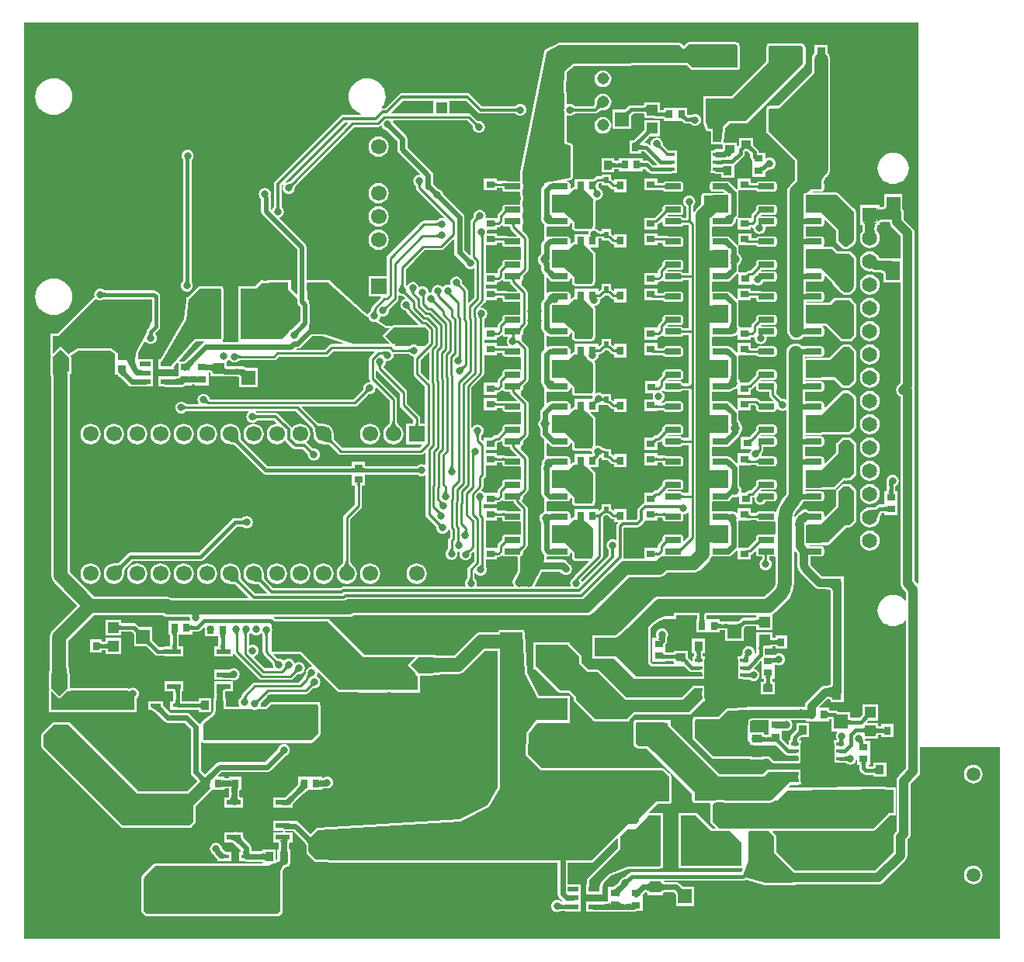
<source format=gbl>
G04*
G04 #@! TF.GenerationSoftware,Altium Limited,Altium Designer,20.0.12 (288)*
G04*
G04 Layer_Physical_Order=4*
G04 Layer_Color=16711680*
%FSLAX25Y25*%
%MOIN*%
G70*
G01*
G75*
%ADD11C,0.00984*%
%ADD14C,0.02362*%
%ADD39R,0.10654X0.03757*%
%ADD51R,0.04921X0.04921*%
%ADD52C,0.04921*%
%ADD54R,0.01968X0.02756*%
%ADD59R,0.03740X0.03150*%
%ADD60R,0.03150X0.03740*%
%ADD61R,0.06772X0.04134*%
G04:AMPARAMS|DCode=66|XSize=69.29mil|YSize=23.62mil|CornerRadius=2.95mil|HoleSize=0mil|Usage=FLASHONLY|Rotation=0.000|XOffset=0mil|YOffset=0mil|HoleType=Round|Shape=RoundedRectangle|*
%AMROUNDEDRECTD66*
21,1,0.06929,0.01772,0,0,0.0*
21,1,0.06339,0.02362,0,0,0.0*
1,1,0.00591,0.03169,-0.00886*
1,1,0.00591,-0.03169,-0.00886*
1,1,0.00591,-0.03169,0.00886*
1,1,0.00591,0.03169,0.00886*
%
%ADD66ROUNDEDRECTD66*%
%ADD67R,0.04134X0.03543*%
%ADD68R,0.03543X0.04134*%
%ADD71C,0.01575*%
%ADD73C,0.03937*%
%ADD74C,0.01181*%
%ADD75C,0.05906*%
%ADD77C,0.03150*%
%ADD78C,0.01968*%
%ADD79C,0.06496*%
%ADD80R,0.06496X0.06496*%
%ADD81R,0.10039X0.10039*%
%ADD82C,0.10039*%
%ADD83C,0.05937*%
G04:AMPARAMS|DCode=84|XSize=90.55mil|YSize=59.06mil|CornerRadius=14.76mil|HoleSize=0mil|Usage=FLASHONLY|Rotation=90.000|XOffset=0mil|YOffset=0mil|HoleType=Round|Shape=RoundedRectangle|*
%AMROUNDEDRECTD84*
21,1,0.09055,0.02953,0,0,90.0*
21,1,0.06102,0.05906,0,0,90.0*
1,1,0.02953,0.01476,0.03051*
1,1,0.02953,0.01476,-0.03051*
1,1,0.02953,-0.01476,-0.03051*
1,1,0.02953,-0.01476,0.03051*
%
%ADD84ROUNDEDRECTD84*%
%ADD85C,0.05150*%
%ADD86R,0.06693X0.06693*%
%ADD87C,0.06693*%
%ADD88C,0.03150*%
%ADD89C,0.02362*%
%ADD90C,0.03937*%
%ADD91C,0.03543*%
%ADD92R,0.05512X0.06299*%
%ADD93R,0.19685X0.19685*%
%ADD94R,0.04095X0.01811*%
%ADD95R,0.08346X0.05906*%
%ADD96R,0.14173X0.07874*%
%ADD97R,0.05906X0.08346*%
%ADD98R,0.04134X0.06772*%
%ADD99R,0.04724X0.04724*%
%ADD100R,0.05906X0.06299*%
G04:AMPARAMS|DCode=101|XSize=74.8mil|YSize=132.68mil|CornerRadius=2.62mil|HoleSize=0mil|Usage=FLASHONLY|Rotation=0.000|XOffset=0mil|YOffset=0mil|HoleType=Round|Shape=RoundedRectangle|*
%AMROUNDEDRECTD101*
21,1,0.07480,0.12744,0,0,0.0*
21,1,0.06957,0.13268,0,0,0.0*
1,1,0.00524,0.03478,-0.06372*
1,1,0.00524,-0.03478,-0.06372*
1,1,0.00524,-0.03478,0.06372*
1,1,0.00524,0.03478,0.06372*
%
%ADD101ROUNDEDRECTD101*%
%ADD102R,0.19500X0.12500*%
%ADD103R,0.09449X0.05906*%
%ADD104R,0.05906X0.09449*%
%ADD105R,0.13500X0.09500*%
%ADD106R,0.04724X0.02362*%
%ADD107R,0.06102X0.02362*%
%ADD108R,0.09055X0.09055*%
%ADD109R,0.14567X0.16929*%
%ADD110R,0.03347X0.01378*%
G04:AMPARAMS|DCode=111|XSize=37.57mil|YSize=106.54mil|CornerRadius=0mil|HoleSize=0mil|Usage=FLASHONLY|Rotation=45.000|XOffset=0mil|YOffset=0mil|HoleType=Round|Shape=Rectangle|*
%AMROTATEDRECTD111*
4,1,4,0.02439,-0.05095,-0.05095,0.02439,-0.02439,0.05095,0.05095,-0.02439,0.02439,-0.05095,0.0*
%
%ADD111ROTATEDRECTD111*%

%ADD112R,0.07874X0.05512*%
%ADD113R,0.05512X0.07874*%
%ADD114R,0.03757X0.10654*%
%ADD115R,0.07087X0.07087*%
G36*
X370091Y313192D02*
X370165Y313189D01*
Y309252D01*
X369417Y309239D01*
X368157Y309138D01*
X367646Y309049D01*
X367212Y308935D01*
X366858Y308796D01*
X366582Y308631D01*
X366386Y308441D01*
X366267Y308225D01*
X366228Y307984D01*
X365987Y307945D01*
X365772Y307827D01*
X365582Y307630D01*
X365417Y307354D01*
X365278Y307000D01*
X365163Y306567D01*
X365075Y306055D01*
X365011Y305465D01*
X364992Y304937D01*
X365037Y304243D01*
X365071Y304038D01*
X365110Y303865D01*
X365156Y303724D01*
X365208Y303616D01*
X365266Y303540D01*
X360718D01*
X360776Y303616D01*
X360828Y303724D01*
X360874Y303865D01*
X360914Y304038D01*
X360947Y304243D01*
X360996Y304750D01*
X361002Y304905D01*
X360910Y306055D01*
X360821Y306567D01*
X360707Y307000D01*
X360567Y307354D01*
X360402Y307630D01*
X360212Y307827D01*
X359997Y307945D01*
X359756Y307984D01*
X366228D01*
Y309253D01*
X366154Y309252D01*
Y313189D01*
X366228Y313191D01*
Y314457D01*
X366267Y314216D01*
X366386Y314000D01*
X366582Y313810D01*
X366858Y313645D01*
X367212Y313506D01*
X367646Y313392D01*
X367974Y313335D01*
X368162Y313366D01*
X368673Y313504D01*
X369107Y313681D01*
X369461Y313898D01*
X369736Y314154D01*
X369933Y314449D01*
X370051Y314784D01*
X370091Y315158D01*
Y313192D01*
D02*
G37*
G36*
X375972Y310721D02*
X376083Y310693D01*
X376182Y310612D01*
X376270Y310476D01*
X376345Y310285D01*
X376409Y310040D01*
X376462Y309740D01*
X376503Y309386D01*
X376549Y308515D01*
X376555Y307997D01*
X372618D01*
X372611Y308517D01*
X372550Y309391D01*
X372497Y309747D01*
X372429Y310048D01*
X372346Y310294D01*
X372248Y310486D01*
X372135Y310623D01*
X372007Y310705D01*
X371863Y310733D01*
X375972Y310721D01*
D02*
G37*
G36*
X366209Y291799D02*
X366282Y291723D01*
X366392Y291656D01*
X366538Y291598D01*
X366721Y291549D01*
X366940Y291509D01*
X367196Y291477D01*
X367817Y291441D01*
X368182Y291437D01*
X368181Y291430D01*
X369992Y291425D01*
Y285531D01*
X369953Y285906D01*
X369835Y286240D01*
X369638Y286535D01*
X369362Y286791D01*
X369008Y287008D01*
X368575Y287185D01*
X368063Y287323D01*
X367473Y287421D01*
X366803Y287480D01*
X366055Y287500D01*
Y287761D01*
X363914Y288106D01*
X366172Y291884D01*
X366209Y291799D01*
D02*
G37*
G36*
X383858Y152921D02*
X383465Y152758D01*
X382128Y154095D01*
Y235827D01*
X382026Y236602D01*
X381939Y236811D01*
X382026Y237020D01*
X382128Y237795D01*
Y303450D01*
X382026Y304225D01*
X381727Y304947D01*
X381251Y305567D01*
X377581Y309238D01*
Y312106D01*
X377479Y312881D01*
X377180Y313603D01*
X376984Y313858D01*
Y320055D01*
X369079D01*
Y315271D01*
X369077Y315264D01*
X369050Y315010D01*
X369014Y314908D01*
X368955Y314819D01*
X368842Y314714D01*
X368645Y314594D01*
X368347Y314472D01*
X367970Y314370D01*
X367863Y314389D01*
X367530Y314477D01*
X367309Y314563D01*
X367240Y314605D01*
Y315469D01*
X366266D01*
X366228Y315476D01*
X366190Y315469D01*
X358744D01*
Y308023D01*
X358736Y307984D01*
X358744Y307946D01*
Y306972D01*
X359608D01*
X359649Y306903D01*
X359736Y306682D01*
X359824Y306350D01*
X359897Y305927D01*
X359981Y304884D01*
X359978Y304818D01*
X359936Y304374D01*
X359913Y304234D01*
X359897Y304165D01*
X359281Y303363D01*
X358853Y302329D01*
X358707Y301220D01*
X358853Y300112D01*
X359281Y299078D01*
X359962Y298191D01*
X360850Y297510D01*
X361883Y297082D01*
X362992Y296936D01*
X364101Y297082D01*
X365135Y297510D01*
X366022Y298191D01*
X366703Y299078D01*
X367131Y300112D01*
X367277Y301220D01*
X367131Y302329D01*
X366703Y303363D01*
X366087Y304165D01*
X366072Y304234D01*
X366051Y304358D01*
X366013Y304951D01*
X366029Y305392D01*
X366085Y305914D01*
X366160Y306350D01*
X366248Y306683D01*
X366335Y306903D01*
X366376Y306972D01*
X367240D01*
Y307836D01*
X367309Y307878D01*
X367530Y307964D01*
X367863Y308052D01*
X368285Y308125D01*
X369467Y308220D01*
X369818Y308226D01*
X371592D01*
Y307997D01*
X371694Y307222D01*
X371994Y306500D01*
X372469Y305880D01*
X376140Y302210D01*
Y292437D01*
X372143D01*
X371949Y292463D01*
X367819D01*
X367287Y292493D01*
X367094Y292517D01*
X367050Y292525D01*
X366703Y293363D01*
X366022Y294250D01*
X365135Y294931D01*
X364101Y295359D01*
X362992Y295505D01*
X361883Y295359D01*
X360850Y294931D01*
X359962Y294250D01*
X359281Y293363D01*
X358853Y292329D01*
X358707Y291220D01*
X358853Y290111D01*
X359281Y289078D01*
X359962Y288191D01*
X360850Y287510D01*
X361883Y287082D01*
X362992Y286936D01*
X363734Y287033D01*
X363939Y286876D01*
X364662Y286576D01*
X365437Y286474D01*
X366271D01*
X366745Y286462D01*
X367344Y286409D01*
X367846Y286325D01*
X368248Y286217D01*
X368546Y286095D01*
X368743Y285975D01*
X368856Y285870D01*
X368916Y285781D01*
X368952Y285679D01*
X368978Y285425D01*
X368980Y285418D01*
Y282090D01*
X376140D01*
Y239036D01*
X375147Y238042D01*
X374671Y237422D01*
X374372Y236700D01*
X374270Y235925D01*
Y235827D01*
X374372Y235052D01*
X374671Y234330D01*
X375147Y233710D01*
X375767Y233234D01*
X376140Y233079D01*
Y152854D01*
X376242Y152079D01*
X376541Y151357D01*
X377017Y150737D01*
X378675Y149079D01*
Y145491D01*
X378281Y145350D01*
X377759Y145987D01*
X376737Y146826D01*
X375572Y147449D01*
X374307Y147832D01*
X372992Y147962D01*
X371677Y147832D01*
X370412Y147449D01*
X369247Y146826D01*
X368225Y145987D01*
X367387Y144966D01*
X366764Y143800D01*
X366381Y142536D01*
X366251Y141220D01*
X366381Y139905D01*
X366764Y138641D01*
X367387Y137475D01*
X368225Y136454D01*
X369247Y135615D01*
X370412Y134993D01*
X371677Y134609D01*
X372992Y134479D01*
X374307Y134609D01*
X375572Y134993D01*
X376737Y135615D01*
X377759Y136454D01*
X378281Y137091D01*
X378675Y136950D01*
Y73332D01*
X375442Y70099D01*
X374966Y69479D01*
X374667Y68757D01*
X374565Y67982D01*
Y50788D01*
X374565Y50787D01*
Y46516D01*
X373981Y45932D01*
X373505Y45312D01*
X373206Y44590D01*
X373104Y43815D01*
Y37181D01*
X365295Y29372D01*
X330997D01*
X330938Y29461D01*
X322968Y37430D01*
Y44094D01*
X322891Y44485D01*
X322670Y44815D01*
X321231Y46255D01*
X321381Y46618D01*
X364567Y46618D01*
X364957Y46696D01*
X365288Y46917D01*
X371407Y53035D01*
X374130D01*
Y65075D01*
X370226D01*
X370189Y65111D01*
X370185Y65114D01*
X370182Y65118D01*
X370019Y65225D01*
X369858Y65332D01*
X369853Y65333D01*
X369849Y65336D01*
X369658Y65372D01*
X369468Y65410D01*
X369463Y65409D01*
X369458Y65410D01*
X328179Y65001D01*
X328027Y65364D01*
X328966Y66303D01*
X332268D01*
X332658Y66381D01*
X332718Y66421D01*
X333480D01*
Y69571D01*
Y72949D01*
X332366D01*
X332268Y72968D01*
X319587D01*
X319196Y72891D01*
X318866Y72670D01*
X316999Y70803D01*
X298552D01*
X277435Y91920D01*
Y94022D01*
X275239D01*
X275193Y94052D01*
X274803Y94130D01*
X262795Y94130D01*
X262405Y94052D01*
X262359Y94022D01*
X261935D01*
Y93692D01*
X261681Y93437D01*
X261460Y93107D01*
X261382Y92716D01*
Y84055D01*
X261460Y83665D01*
X261681Y83334D01*
X261935Y83080D01*
Y82522D01*
X262493D01*
X262763Y82252D01*
X263094Y82030D01*
X263484Y81953D01*
X267294Y81953D01*
X269358Y79889D01*
X286677Y62570D01*
Y59842D01*
X286755Y59452D01*
X286976Y59122D01*
X287189Y58908D01*
Y58744D01*
X287353D01*
X287468Y58629D01*
X287799Y58408D01*
X288189Y58331D01*
X294269D01*
X294505Y57937D01*
X294453Y57677D01*
Y50591D01*
X294531Y50200D01*
X294752Y49870D01*
X296781Y47840D01*
X296630Y47476D01*
X295403D01*
X288838Y54041D01*
X288758Y54094D01*
X288689Y54164D01*
X288594Y54204D01*
X288508Y54262D01*
X288412Y54281D01*
X288323Y54318D01*
X288219Y54319D01*
X288117Y54339D01*
X288022Y54320D01*
X287925Y54321D01*
X287034Y54150D01*
X280890D01*
Y44276D01*
X280969D01*
X280969Y40370D01*
X280890D01*
Y30496D01*
X281890D01*
X281988Y30476D01*
X290945Y30476D01*
X307874D01*
X307973Y30496D01*
X308165D01*
X308386Y30170D01*
X307845Y28805D01*
X260841D01*
X260841Y28805D01*
X260144Y28667D01*
X259553Y28272D01*
X259553Y28272D01*
X258006Y26725D01*
X257976Y26701D01*
X257913Y26656D01*
X257865Y26625D01*
X257833Y26608D01*
X257829Y26608D01*
X257819Y26605D01*
X257202Y26524D01*
X256575Y26265D01*
X256038Y25852D01*
X255625Y25314D01*
X255365Y24688D01*
X255360Y24647D01*
X254137Y23424D01*
X253709Y23026D01*
X253349Y22738D01*
X253031Y22516D01*
X252927Y22457D01*
X250575D01*
Y16440D01*
X250573Y16434D01*
X250567Y16382D01*
X250538Y16364D01*
X250413Y16313D01*
X250215Y16261D01*
X249947Y16217D01*
X249760Y16200D01*
X244685D01*
X244470Y16158D01*
X241323D01*
Y11795D01*
X244470D01*
X244685Y11752D01*
X261614D01*
X261614Y11752D01*
X262465Y11922D01*
X262570Y11992D01*
X265370D01*
Y17110D01*
Y18725D01*
X265416Y18802D01*
X265556Y19001D01*
X266226Y19774D01*
X266571Y20119D01*
X266689D01*
X266877Y20102D01*
X267144Y20058D01*
X267342Y20006D01*
X267467Y19955D01*
X267496Y19937D01*
X267502Y19884D01*
X267504Y19879D01*
Y18980D01*
X268478D01*
X268516Y18973D01*
X268554Y18980D01*
X268603D01*
X268624Y18979D01*
X268630Y18980D01*
X273102D01*
X273109Y18979D01*
X273129Y18980D01*
X273178D01*
X273216Y18973D01*
X273254Y18980D01*
X274228D01*
Y19879D01*
X274230Y19884D01*
X274236Y19937D01*
X274265Y19955D01*
X274391Y20006D01*
X274589Y20058D01*
X274856Y20102D01*
X275043Y20119D01*
X278803D01*
X279173Y19749D01*
X279433Y19473D01*
X279709Y19147D01*
Y14256D01*
X287614D01*
Y22555D01*
X282751D01*
X281880Y23332D01*
X281297Y23915D01*
X280575Y24397D01*
X279724Y24566D01*
X279724Y24566D01*
X275043D01*
X274856Y24583D01*
X274589Y24627D01*
X274545Y24638D01*
X274469Y24767D01*
X274693Y25161D01*
X308618D01*
X308618Y25161D01*
X309315Y25299D01*
X309756Y25594D01*
X317939Y23233D01*
X318082Y23221D01*
X318222Y23193D01*
X330020Y23193D01*
X330077Y23204D01*
X331130D01*
Y23384D01*
X366535D01*
X367310Y23486D01*
X368033Y23785D01*
X368653Y24261D01*
X378216Y33824D01*
X378691Y34444D01*
X378815Y34743D01*
X378991Y35166D01*
X379093Y35941D01*
Y42575D01*
X379676Y43158D01*
X380152Y43778D01*
X380276Y44078D01*
X380451Y44501D01*
X380553Y45276D01*
Y50787D01*
X380553Y50787D01*
Y66742D01*
X383787Y69975D01*
X384262Y70595D01*
X384386Y70894D01*
X384561Y71317D01*
X384663Y72092D01*
Y82579D01*
X418898D01*
Y0D01*
X0D01*
Y393701D01*
X383858D01*
Y152921D01*
D02*
G37*
G36*
X274803Y93110D02*
X298130Y69784D01*
X317421D01*
X319587Y71949D01*
X332268D01*
Y67323D01*
X328543D01*
X320930Y59710D01*
X320768D01*
X319801Y59518D01*
X319551Y59350D01*
X301315D01*
X301065Y59518D01*
X300098Y59710D01*
X297146D01*
X296180Y59518D01*
X295929Y59350D01*
X288189D01*
X287697Y59842D01*
Y62992D01*
X270079Y80610D01*
X267717Y82972D01*
X263484Y82972D01*
X262402Y84055D01*
Y92716D01*
X262795Y93110D01*
X274803Y93110D01*
D02*
G37*
G36*
X370866Y62992D02*
X370866Y53937D01*
X364567Y47638D01*
X298425Y47638D01*
X295472Y50591D01*
Y57677D01*
X296158Y58363D01*
X296221Y58389D01*
X296319Y58408D01*
X296403Y58464D01*
X296496Y58503D01*
X296577Y58557D01*
X297246Y58690D01*
X299998D01*
X300667Y58557D01*
X300749Y58503D01*
X300841Y58464D01*
X300925Y58408D01*
X301023Y58389D01*
X301116Y58350D01*
X301217D01*
X301315Y58331D01*
X319551D01*
X319650Y58350D01*
X319750D01*
X319843Y58389D01*
X319941Y58408D01*
X320025Y58464D01*
X320118Y58503D01*
X320199Y58557D01*
X320868Y58690D01*
X320930D01*
X321321Y58768D01*
X321651Y58989D01*
X322111Y59449D01*
X323130D01*
X327658Y63976D01*
X369468Y64390D01*
X370866Y62992D01*
D02*
G37*
G36*
X294980Y46457D02*
X302854Y46457D01*
X307874Y41437D01*
Y31496D01*
X290945D01*
X281988Y31496D01*
X281988Y52142D01*
X288117Y53320D01*
X294980Y46457D01*
D02*
G37*
G36*
X321949Y44094D02*
Y37008D01*
X330217Y28740D01*
Y27756D01*
X330020Y24213D01*
X318222Y24213D01*
X308618Y26983D01*
X308397Y27432D01*
X310827Y33563D01*
Y45965D01*
X311319Y46457D01*
X319390D01*
X319488Y46555D01*
X321949Y44094D01*
D02*
G37*
G36*
X260724Y25752D02*
X259749Y24737D01*
X259748Y24736D01*
X259668Y24625D01*
X259600Y24517D01*
X259545Y24413D01*
X259502Y24312D01*
X259472Y24215D01*
X259454Y24122D01*
X259449Y24032D01*
X259256Y24224D01*
X259055Y24015D01*
X257873Y25197D01*
X257903Y25214D01*
X257965Y25264D01*
X258096Y25384D01*
X257890Y25591D01*
X257980Y25596D01*
X258073Y25614D01*
X258170Y25644D01*
X258271Y25687D01*
X258375Y25742D01*
X258483Y25810D01*
X258594Y25890D01*
X258709Y25982D01*
X258750Y26020D01*
X259610Y26865D01*
X260724Y25752D01*
D02*
G37*
G36*
X256973Y21445D02*
X256656Y21113D01*
X256121Y20462D01*
X255904Y20143D01*
X255720Y19828D01*
X255570Y19518D01*
X255453Y19212D01*
X255370Y18910D01*
X255320Y18612D01*
X255303Y18319D01*
X251962Y21433D01*
X252150Y21305D01*
X252371Y21244D01*
X252624Y21248D01*
X252909Y21318D01*
X253227Y21453D01*
X253577Y21654D01*
X253960Y21921D01*
X254375Y22253D01*
X255303Y23115D01*
X256973Y21445D01*
D02*
G37*
G36*
X266028Y21051D02*
X265634Y20648D01*
X264752Y19631D01*
X264559Y19356D01*
X264416Y19114D01*
X264323Y18904D01*
X264280Y18726D01*
X264288Y18581D01*
X264346Y18468D01*
X261972Y21236D01*
X262073Y21165D01*
X262208Y21148D01*
X262379Y21184D01*
X262585Y21272D01*
X262826Y21414D01*
X263101Y21609D01*
X263412Y21857D01*
X264139Y22511D01*
X264555Y22918D01*
X266028Y21051D01*
D02*
G37*
G36*
X273240Y24471D02*
X273311Y24272D01*
X273429Y24096D01*
X273594Y23945D01*
X273807Y23816D01*
X274067Y23711D01*
X274374Y23629D01*
X274728Y23570D01*
X275130Y23535D01*
X275578Y23524D01*
Y21161D01*
X275130Y21150D01*
X274728Y21115D01*
X274374Y21056D01*
X274067Y20974D01*
X273807Y20869D01*
X273594Y20741D01*
X273429Y20589D01*
X273311Y20413D01*
X273240Y20214D01*
X273216Y19992D01*
Y24693D01*
X273240Y24471D01*
D02*
G37*
G36*
X268516Y19992D02*
X268492Y20214D01*
X268422Y20413D01*
X268303Y20589D01*
X268138Y20741D01*
X267925Y20869D01*
X267666Y20974D01*
X267358Y21056D01*
X267004Y21115D01*
X266603Y21150D01*
X266154Y21161D01*
Y23524D01*
X266603Y23535D01*
X267004Y23570D01*
X267358Y23629D01*
X267666Y23711D01*
X267925Y23816D01*
X268138Y23945D01*
X268303Y24096D01*
X268422Y24272D01*
X268492Y24471D01*
X268516Y24693D01*
Y19992D01*
D02*
G37*
G36*
X280906Y22834D02*
X282282Y21608D01*
X282393Y21542D01*
X282472Y21517D01*
X282516Y21531D01*
X280733Y19354D01*
X280741Y19404D01*
X280710Y19488D01*
X280640Y19605D01*
X280531Y19754D01*
X280194Y20153D01*
X279395Y20998D01*
X279050Y21346D01*
X280560Y23178D01*
X280906Y22834D01*
D02*
G37*
G36*
X260642Y13004D02*
X260618Y12964D01*
X260547Y12929D01*
X260429Y12898D01*
X260264Y12870D01*
X260051Y12847D01*
X259130Y12804D01*
X258280Y12795D01*
Y15157D01*
X258729Y15167D01*
X259484Y15245D01*
X259791Y15313D01*
X260051Y15401D01*
X260264Y15507D01*
X260429Y15634D01*
X260547Y15780D01*
X260618Y15945D01*
X260642Y16130D01*
Y13004D01*
D02*
G37*
G36*
X255327Y16104D02*
X255397Y15906D01*
X255516Y15730D01*
X255681Y15578D01*
X255893Y15450D01*
X256153Y15345D01*
X256460Y15263D01*
X256815Y15204D01*
X257216Y15169D01*
X257665Y15157D01*
Y12795D01*
X255303Y13201D01*
Y16327D01*
X255327Y16104D01*
D02*
G37*
G36*
X251587Y13201D02*
X249225Y12795D01*
Y15157D01*
X249673Y15169D01*
X250075Y15204D01*
X250429Y15263D01*
X250736Y15345D01*
X250996Y15450D01*
X251209Y15578D01*
X251374Y15730D01*
X251492Y15906D01*
X251563Y16104D01*
X251587Y16327D01*
Y13201D01*
D02*
G37*
%LPC*%
G36*
X305512Y385370D02*
X285335D01*
X284945Y385292D01*
X284614Y385071D01*
X283285Y383743D01*
X283120Y383677D01*
X282020Y384776D01*
X281689Y384997D01*
X281299Y385075D01*
X229593Y385075D01*
X229543Y385065D01*
X229492Y385070D01*
X229349Y385026D01*
X229203Y384997D01*
X229160Y384969D01*
X229112Y384954D01*
X223622Y382013D01*
X223583Y381981D01*
X223536Y381961D01*
X223430Y381855D01*
X223314Y381760D01*
X223290Y381715D01*
X223255Y381680D01*
X223198Y381541D01*
X223127Y381409D01*
X223122Y381359D01*
X223103Y381312D01*
X212845Y329460D01*
X212845Y329362D01*
X212826Y329267D01*
X212806Y325583D01*
X212740Y325529D01*
X207407D01*
X207384Y325542D01*
X207231Y325635D01*
X207146Y325666D01*
X206999Y325689D01*
X206855Y325727D01*
X206684Y325737D01*
X206323Y325809D01*
X202913D01*
Y326862D01*
X197173D01*
Y321712D01*
X202913D01*
Y322766D01*
X205081D01*
Y322437D01*
X205181Y321932D01*
X205468Y321503D01*
X205896Y321217D01*
X206401Y321116D01*
X212388D01*
X212779Y320739D01*
X212775Y319967D01*
X212795Y319866D01*
Y319763D01*
X212832Y319672D01*
X212851Y319576D01*
X212908Y319490D01*
X212947Y319395D01*
X213000Y319316D01*
X213041Y319108D01*
Y317537D01*
X213000Y317329D01*
X212929Y317224D01*
X212892Y317133D01*
X212837Y317052D01*
X212816Y316951D01*
X212777Y316856D01*
Y316758D01*
X212757Y316663D01*
X212751Y315538D01*
X212740Y315529D01*
X206401D01*
X205896Y315429D01*
X205468Y315142D01*
X205181Y314714D01*
X205081Y314209D01*
Y313300D01*
X204901Y313088D01*
X203538Y311725D01*
X203208Y311232D01*
X203093Y310649D01*
Y310252D01*
X202913Y309933D01*
X198330D01*
X198017Y310327D01*
X198070Y310728D01*
X197981Y311401D01*
X197722Y312027D01*
X197309Y312565D01*
X196771Y312977D01*
X196145Y313237D01*
X195472Y313325D01*
X194800Y313237D01*
X194174Y312977D01*
X193636Y312565D01*
X193223Y312027D01*
X192964Y311401D01*
X192875Y310728D01*
X192878Y310710D01*
X192876Y310599D01*
X192868Y310507D01*
X192855Y310427D01*
X192839Y310357D01*
X192819Y310296D01*
X192797Y310243D01*
X192773Y310196D01*
X192745Y310153D01*
X192744Y310151D01*
X191885Y309292D01*
X191555Y308798D01*
X191439Y308216D01*
Y294094D01*
X191075Y293944D01*
X188952Y296067D01*
Y310282D01*
X188783Y311134D01*
X188301Y311855D01*
X188301Y311855D01*
X179839Y320317D01*
X179834Y320358D01*
X179574Y320984D01*
X179162Y321522D01*
X178624Y321935D01*
X177998Y322194D01*
X177886Y322209D01*
X175551Y324544D01*
Y328273D01*
X175551Y328273D01*
X175381Y329123D01*
X174899Y329845D01*
X174899Y329845D01*
X164498Y340246D01*
Y343788D01*
X164329Y344639D01*
X163847Y345361D01*
X163847Y345361D01*
X158436Y350771D01*
X158431Y350813D01*
X158232Y351292D01*
X158439Y351686D01*
X190257D01*
X192445Y349498D01*
X192447Y349496D01*
X192474Y349453D01*
X192499Y349406D01*
X192521Y349353D01*
X192540Y349292D01*
X192557Y349222D01*
X192569Y349141D01*
X192577Y349050D01*
X192579Y348939D01*
X192577Y348921D01*
X192665Y348249D01*
X192925Y347622D01*
X193338Y347084D01*
X193875Y346672D01*
X194502Y346412D01*
X195174Y346324D01*
X195846Y346412D01*
X196472Y346672D01*
X197010Y347084D01*
X197423Y347622D01*
X197682Y348249D01*
X197771Y348921D01*
X197682Y349593D01*
X197423Y350219D01*
X197010Y350757D01*
X196472Y351170D01*
X195846Y351429D01*
X195174Y351518D01*
X195155Y351515D01*
X195045Y351518D01*
X194953Y351525D01*
X194872Y351538D01*
X194802Y351554D01*
X194742Y351574D01*
X194689Y351596D01*
X194642Y351620D01*
X194599Y351648D01*
X194597Y351649D01*
X191963Y354283D01*
X191469Y354613D01*
X190887Y354729D01*
X182595D01*
Y360205D01*
X189667D01*
X194720Y355153D01*
X195246Y354801D01*
X195866Y354678D01*
X210709D01*
X210771Y354666D01*
X210828Y354651D01*
X210880Y354633D01*
X210927Y354612D01*
X210970Y354588D01*
X211014Y354559D01*
X211057Y354524D01*
X211107Y354476D01*
X211118Y354463D01*
X211656Y354050D01*
X212282Y353791D01*
X212954Y353702D01*
X213626Y353791D01*
X214253Y354050D01*
X214791Y354463D01*
X215203Y355001D01*
X215463Y355627D01*
X215551Y356299D01*
X215463Y356971D01*
X215203Y357598D01*
X214791Y358136D01*
X214253Y358548D01*
X213626Y358808D01*
X212954Y358896D01*
X212282Y358808D01*
X211656Y358548D01*
X211118Y358136D01*
X211107Y358122D01*
X211057Y358074D01*
X211014Y358040D01*
X210970Y358011D01*
X210927Y357986D01*
X210880Y357965D01*
X210828Y357947D01*
X210771Y357932D01*
X210709Y357921D01*
X196538D01*
X191485Y362973D01*
X190959Y363325D01*
X190339Y363449D01*
X162024D01*
X161403Y363325D01*
X160877Y362973D01*
X154856Y356952D01*
X153830D01*
X153656Y356918D01*
X153442Y357277D01*
X153690Y357580D01*
X154423Y358950D01*
X154874Y360438D01*
X155026Y361984D01*
X154874Y363531D01*
X154423Y365018D01*
X153690Y366389D01*
X152704Y367590D01*
X151503Y368576D01*
X150132Y369309D01*
X148645Y369760D01*
X147098Y369912D01*
X145552Y369760D01*
X144064Y369309D01*
X142694Y368576D01*
X141492Y367590D01*
X140507Y366389D01*
X139774Y365018D01*
X139323Y363531D01*
X139171Y361984D01*
X139323Y360438D01*
X139774Y358950D01*
X140507Y357580D01*
X141492Y356378D01*
X142694Y355392D01*
X144064Y354660D01*
X144476Y354535D01*
X144417Y354141D01*
X136969D01*
X136348Y354018D01*
X135822Y353666D01*
X107669Y325514D01*
X107318Y324988D01*
X107194Y324367D01*
Y314801D01*
X107183Y314739D01*
X107168Y314682D01*
X107150Y314631D01*
X107129Y314584D01*
X107104Y314540D01*
X107075Y314496D01*
X107041Y314453D01*
X106993Y314403D01*
X106980Y314392D01*
X106567Y313855D01*
X106388Y313424D01*
X106008Y313321D01*
X105731Y313552D01*
Y318478D01*
X105591Y319179D01*
X105710Y319465D01*
X105798Y320137D01*
X105710Y320809D01*
X105450Y321435D01*
X105038Y321973D01*
X104500Y322386D01*
X103873Y322645D01*
X103201Y322734D01*
X102529Y322645D01*
X101903Y322386D01*
X101365Y321973D01*
X100952Y321435D01*
X100693Y320809D01*
X100604Y320137D01*
X100693Y319465D01*
X100952Y318838D01*
X101365Y318301D01*
X101518Y318183D01*
X101558Y317984D01*
X101684Y317795D01*
Y312631D01*
X101838Y311857D01*
X102277Y311201D01*
X117071Y296406D01*
Y277208D01*
X116708Y277057D01*
X114465Y279300D01*
Y283087D01*
X104118D01*
Y282811D01*
X102783D01*
X102457Y283029D01*
X102067Y283106D01*
X101677Y283029D01*
X101346Y282808D01*
X99184Y280646D01*
X92913D01*
X92523Y280568D01*
X92463Y280528D01*
X91913D01*
Y279725D01*
X91894Y279626D01*
Y258965D01*
X91894Y258563D01*
X91913Y258465D01*
Y256874D01*
X91734Y256555D01*
X85431D01*
X85252Y256874D01*
Y257670D01*
X85391Y257877D01*
X85468Y258268D01*
Y279232D01*
X85391Y279623D01*
X85252Y279830D01*
Y280528D01*
X84252D01*
X84153Y280547D01*
X75295D01*
X74905Y280469D01*
X74574Y280248D01*
X70129Y275803D01*
X69472D01*
Y274294D01*
X68406Y266473D01*
X58659Y249228D01*
X57465D01*
Y244866D01*
X64189D01*
Y245959D01*
X65658Y247678D01*
X66028Y247542D01*
Y241878D01*
X65996Y241859D01*
X65869Y241807D01*
X65670Y241754D01*
X65402Y241709D01*
X65212Y241692D01*
X64189D01*
Y241748D01*
X57465D01*
Y237386D01*
X59920D01*
X60630Y237245D01*
X67520D01*
X67520Y237245D01*
X68371Y237414D01*
X69092Y237896D01*
X69173Y237976D01*
X70718D01*
X70756Y237969D01*
X70794Y237976D01*
X70797D01*
X70835Y237972D01*
X70851Y237976D01*
X71768D01*
Y238282D01*
X72425Y238327D01*
X72890D01*
X73311Y238298D01*
Y237976D01*
X74228D01*
X74244Y237972D01*
X74282Y237976D01*
X74285D01*
X74323Y237969D01*
X74361Y237976D01*
X79051D01*
Y243339D01*
X79437Y243419D01*
X79647Y243384D01*
X79846Y243331D01*
X79973Y243279D01*
X80004Y243260D01*
Y241815D01*
X84332D01*
X84547Y241772D01*
X84547Y241772D01*
X85436D01*
X85931Y241674D01*
X85931Y241674D01*
X91393D01*
X91583Y241657D01*
X91851Y241613D01*
X92050Y241559D01*
X92177Y241508D01*
X92209Y241488D01*
Y237091D01*
X100114D01*
Y245390D01*
X95354D01*
X95273Y245470D01*
X94552Y245952D01*
X93701Y246122D01*
X93701Y246122D01*
X86728D01*
Y248197D01*
X86878Y248259D01*
X87416Y248672D01*
X87646Y248971D01*
X87845Y248984D01*
X88112Y248932D01*
X88475Y248459D01*
X89012Y248046D01*
X89639Y247787D01*
X90311Y247698D01*
X90983Y247787D01*
X91610Y248046D01*
X92147Y248459D01*
X92159Y248474D01*
X92238Y248550D01*
X92309Y248609D01*
X92375Y248658D01*
X92436Y248695D01*
X92493Y248725D01*
X92546Y248746D01*
X92596Y248762D01*
X92646Y248774D01*
X92649Y248774D01*
X107240D01*
X107822Y248890D01*
X108316Y249219D01*
X109233Y250136D01*
X129454D01*
X130036Y250252D01*
X130529Y250582D01*
X132589Y252642D01*
X150166D01*
X150317Y252278D01*
X148416Y250378D01*
X148087Y249884D01*
X147971Y249302D01*
Y240764D01*
X148087Y240182D01*
X148416Y239688D01*
X148438Y239666D01*
X148254Y239293D01*
X148130Y239310D01*
X147458Y239221D01*
X146831Y238962D01*
X146294Y238549D01*
X145881Y238011D01*
X145621Y237385D01*
X145533Y236713D01*
X145535Y236694D01*
X145533Y236584D01*
X145525Y236492D01*
X145512Y236411D01*
X145496Y236341D01*
X145477Y236281D01*
X145455Y236228D01*
X145430Y236181D01*
X145403Y236137D01*
X145401Y236135D01*
X141152Y231886D01*
X79480D01*
X79473Y231899D01*
X79458Y231930D01*
X79453Y231944D01*
X79447Y231986D01*
X79426Y232044D01*
X79422Y232104D01*
X79410Y232129D01*
X79379Y232365D01*
X79119Y232991D01*
X78706Y233529D01*
X78169Y233942D01*
X77542Y234201D01*
X76870Y234290D01*
X76198Y234201D01*
X75572Y233942D01*
X75034Y233529D01*
X74621Y232991D01*
X74361Y232365D01*
X74273Y231693D01*
X74361Y231021D01*
X74621Y230394D01*
X74728Y230255D01*
X74554Y229902D01*
X69693D01*
X69690Y229902D01*
X69640Y229913D01*
X69590Y229929D01*
X69537Y229951D01*
X69480Y229980D01*
X69419Y230018D01*
X69353Y230066D01*
X69283Y230125D01*
X69203Y230202D01*
X69191Y230217D01*
X68654Y230629D01*
X68027Y230889D01*
X67355Y230977D01*
X66683Y230889D01*
X66057Y230629D01*
X65519Y230217D01*
X65106Y229679D01*
X64846Y229052D01*
X64758Y228380D01*
X64846Y227708D01*
X65106Y227082D01*
X65519Y226544D01*
X66057Y226131D01*
X66683Y225872D01*
X67355Y225783D01*
X68027Y225872D01*
X68654Y226131D01*
X69191Y226544D01*
X69203Y226559D01*
X69283Y226635D01*
X69353Y226695D01*
X69419Y226743D01*
X69480Y226781D01*
X69537Y226810D01*
X69590Y226832D01*
X69640Y226848D01*
X69690Y226859D01*
X69693Y226859D01*
X96210D01*
X96344Y226465D01*
X96044Y226236D01*
X95632Y225698D01*
X95372Y225071D01*
X95284Y224399D01*
X95372Y223727D01*
X95632Y223101D01*
X96044Y222563D01*
X96582Y222150D01*
X97209Y221891D01*
X97881Y221802D01*
X98553Y221891D01*
X99179Y222150D01*
X99717Y222563D01*
X99728Y222576D01*
X99778Y222624D01*
X99821Y222659D01*
X99865Y222688D01*
X99909Y222712D01*
X99955Y222733D01*
X100007Y222751D01*
X100064Y222766D01*
X100126Y222777D01*
X107311D01*
X108314Y221774D01*
X108173Y221359D01*
X107291Y221242D01*
X106233Y220805D01*
X105325Y220108D01*
X104629Y219200D01*
X104191Y218143D01*
X104041Y217008D01*
X104191Y215873D01*
X104629Y214816D01*
X105325Y213908D01*
X106233Y213211D01*
X107291Y212773D01*
X108425Y212624D01*
X109560Y212773D01*
X110617Y213211D01*
X111525Y213908D01*
X111676Y214104D01*
X112160Y214088D01*
X112341Y213816D01*
X115234Y210924D01*
X115760Y210573D01*
X116380Y210449D01*
X119639D01*
X121478Y208610D01*
X121514Y208558D01*
X121544Y208507D01*
X121568Y208458D01*
X121586Y208410D01*
X121600Y208362D01*
X121610Y208311D01*
X121616Y208256D01*
X121618Y208186D01*
X121616Y208169D01*
X121704Y207497D01*
X121964Y206871D01*
X122376Y206333D01*
X122914Y205920D01*
X123540Y205661D01*
X124213Y205572D01*
X124885Y205661D01*
X125511Y205920D01*
X126049Y206333D01*
X126462Y206871D01*
X126721Y207497D01*
X126810Y208169D01*
X126721Y208841D01*
X126462Y209468D01*
X126049Y210006D01*
X125511Y210418D01*
X124885Y210678D01*
X124213Y210766D01*
X124196Y210764D01*
X124126Y210766D01*
X124071Y210772D01*
X124020Y210782D01*
X123972Y210796D01*
X123924Y210814D01*
X123875Y210838D01*
X123824Y210868D01*
X123772Y210904D01*
X121458Y213218D01*
X121294Y213327D01*
X121281Y213721D01*
X121525Y213908D01*
X122222Y214816D01*
X122660Y215873D01*
X122809Y217008D01*
X122660Y218143D01*
X122222Y219200D01*
X121525Y220108D01*
X120617Y220805D01*
X119560Y221242D01*
X118425Y221392D01*
X117291Y221242D01*
X116233Y220805D01*
X115325Y220108D01*
X115138Y219864D01*
X114744Y219877D01*
X114635Y220040D01*
X114576Y220100D01*
X114509Y220200D01*
X111617Y223092D01*
X111517Y223158D01*
X109129Y225546D01*
X108603Y225897D01*
X107983Y226021D01*
X100126D01*
X100064Y226032D01*
X100007Y226047D01*
X99955Y226065D01*
X99909Y226086D01*
X99865Y226111D01*
X99821Y226140D01*
X99778Y226174D01*
X99728Y226222D01*
X99717Y226236D01*
X99418Y226465D01*
X99551Y226859D01*
X116423D01*
X123643Y219638D01*
X123704Y219542D01*
X123773Y219396D01*
X123842Y219200D01*
X123907Y218955D01*
X123962Y218663D01*
X124006Y218336D01*
X124057Y217507D01*
X124059Y217141D01*
X124041Y217008D01*
X124191Y215873D01*
X124629Y214816D01*
X125325Y213908D01*
X126233Y213211D01*
X127291Y212773D01*
X128425Y212624D01*
X128558Y212641D01*
X128924Y212639D01*
X129753Y212588D01*
X130080Y212545D01*
X130373Y212489D01*
X130618Y212425D01*
X130814Y212355D01*
X130959Y212286D01*
X131056Y212226D01*
X134810Y208471D01*
X134810Y208471D01*
X135304Y208142D01*
X135886Y208026D01*
X170161D01*
X170744Y208142D01*
X171237Y208471D01*
X171906Y209141D01*
X172270Y208990D01*
Y203938D01*
X171876Y203763D01*
X171342Y203985D01*
X170669Y204073D01*
X169997Y203985D01*
X169371Y203726D01*
X168877Y203347D01*
X168868Y203341D01*
X168865Y203339D01*
X168831Y203328D01*
X168774Y203315D01*
X168711Y203305D01*
X168637Y203299D01*
X146496D01*
X146397Y203308D01*
X146276Y203328D01*
Y205035D01*
X140535D01*
Y203328D01*
X140414Y203308D01*
X140315Y203299D01*
X104397D01*
X93178Y214517D01*
X93098Y214631D01*
X93012Y214788D01*
X92936Y214969D01*
X92871Y215179D01*
X92819Y215417D01*
X92782Y215686D01*
X92762Y215986D01*
X92760Y216316D01*
X92780Y216700D01*
X92774Y216741D01*
X92809Y217008D01*
X92660Y218143D01*
X92222Y219200D01*
X91525Y220108D01*
X90617Y220805D01*
X89560Y221242D01*
X88425Y221392D01*
X87291Y221242D01*
X86233Y220805D01*
X85325Y220108D01*
X84629Y219200D01*
X84191Y218143D01*
X84041Y217008D01*
X84191Y215873D01*
X84629Y214816D01*
X85325Y213908D01*
X86233Y213211D01*
X87291Y212773D01*
X88079Y212669D01*
X88136Y212652D01*
X88939Y212573D01*
X89256Y212519D01*
X89551Y212452D01*
X89814Y212374D01*
X90045Y212288D01*
X90244Y212195D01*
X90411Y212098D01*
X90524Y212017D01*
X102353Y200188D01*
X102353Y200188D01*
X102944Y199793D01*
X103642Y199654D01*
X140535D01*
Y194768D01*
X141884D01*
Y186752D01*
X137349Y182218D01*
X137020Y181724D01*
X136904Y181142D01*
Y162250D01*
X136879Y162138D01*
X136824Y161987D01*
X136735Y161799D01*
X136607Y161580D01*
X136440Y161334D01*
X136239Y161072D01*
X135689Y160450D01*
X135432Y160189D01*
X135325Y160108D01*
X134629Y159200D01*
X134191Y158142D01*
X134041Y157008D01*
X134191Y155873D01*
X134629Y154816D01*
X135325Y153908D01*
X136233Y153211D01*
X137291Y152773D01*
X138425Y152624D01*
X139560Y152773D01*
X140617Y153211D01*
X141525Y153908D01*
X142222Y154816D01*
X142660Y155873D01*
X142809Y157008D01*
X142660Y158142D01*
X142222Y159200D01*
X141525Y160108D01*
X141419Y160189D01*
X141161Y160450D01*
X140612Y161072D01*
X140411Y161334D01*
X140243Y161580D01*
X140116Y161799D01*
X140026Y161987D01*
X139972Y162138D01*
X139947Y162250D01*
Y180512D01*
X144481Y185046D01*
X144811Y185540D01*
X144927Y186122D01*
Y194768D01*
X146276D01*
Y199654D01*
X168660D01*
X168698Y199650D01*
X168774Y199637D01*
X168831Y199625D01*
X168865Y199614D01*
X168868Y199611D01*
X168877Y199606D01*
X169371Y199227D01*
X169997Y198968D01*
X170669Y198879D01*
X171342Y198968D01*
X171876Y199189D01*
X172270Y199015D01*
Y196144D01*
X172170Y195643D01*
Y182461D01*
X172286Y181879D01*
X172616Y181385D01*
X176724Y177277D01*
X176725Y177275D01*
X176753Y177232D01*
X176777Y177185D01*
X176799Y177132D01*
X176819Y177071D01*
X176835Y177002D01*
X176848Y176921D01*
X176856Y176829D01*
X176858Y176719D01*
X176855Y176700D01*
X176944Y176028D01*
X177203Y175402D01*
X177616Y174864D01*
X178154Y174451D01*
X178780Y174192D01*
X179452Y174103D01*
X180125Y174192D01*
X180751Y174451D01*
X181289Y174864D01*
X181702Y175402D01*
X181928Y175947D01*
X182181Y176021D01*
X182356Y176015D01*
X182583Y175676D01*
X182782Y175477D01*
Y172621D01*
X182349Y172189D01*
X182020Y171695D01*
X181904Y171113D01*
Y167842D01*
X181904Y167839D01*
X181893Y167789D01*
X181876Y167738D01*
X181854Y167685D01*
X181825Y167629D01*
X181788Y167568D01*
X181740Y167502D01*
X181680Y167431D01*
X181604Y167351D01*
X181589Y167340D01*
X181176Y166802D01*
X180917Y166176D01*
X180828Y165504D01*
X180917Y164832D01*
X181176Y164205D01*
X181589Y163668D01*
X182127Y163255D01*
X182753Y162995D01*
X183425Y162907D01*
X184097Y162995D01*
X184724Y163255D01*
X185262Y163668D01*
X185674Y164205D01*
X185934Y164832D01*
X186022Y165504D01*
X185938Y166144D01*
X185948Y166191D01*
X186224Y166503D01*
X186567Y166458D01*
X186720Y166478D01*
X186960Y166166D01*
X186862Y165928D01*
X186773Y165256D01*
X186862Y164584D01*
X187121Y163957D01*
X187534Y163419D01*
X188072Y163007D01*
X188698Y162747D01*
X189370Y162659D01*
X190042Y162747D01*
X190669Y163007D01*
X191206Y163419D01*
X191619Y163957D01*
X191879Y164584D01*
X191967Y165256D01*
X191965Y165274D01*
X191967Y165385D01*
X191975Y165477D01*
X191988Y165557D01*
X192004Y165627D01*
X192023Y165688D01*
X192045Y165741D01*
X192070Y165788D01*
X192097Y165831D01*
X192099Y165833D01*
X192652Y166387D01*
X192892Y166353D01*
X193065Y166243D01*
Y162349D01*
X190656Y159941D01*
X190327Y159447D01*
X190211Y158865D01*
Y155239D01*
X190211Y155237D01*
X190199Y155187D01*
X190183Y155136D01*
X190162Y155083D01*
X190132Y155026D01*
X190095Y154965D01*
X190047Y154900D01*
X189987Y154829D01*
X189911Y154749D01*
X189896Y154738D01*
X189483Y154200D01*
X189224Y153574D01*
X189135Y152902D01*
X189224Y152229D01*
X189422Y151752D01*
X189214Y151358D01*
X136903D01*
X136283Y151234D01*
X135756Y150883D01*
X135635Y150761D01*
X106965D01*
X103242Y154484D01*
X103173Y154590D01*
X103097Y154741D01*
X103022Y154935D01*
X102954Y155171D01*
X102895Y155450D01*
X102849Y155758D01*
X102795Y156540D01*
X102792Y156877D01*
X102809Y157008D01*
X102660Y158142D01*
X102222Y159200D01*
X101525Y160108D01*
X100617Y160804D01*
X99560Y161242D01*
X98425Y161392D01*
X97290Y161242D01*
X96233Y160804D01*
X95325Y160108D01*
X94629Y159200D01*
X94191Y158142D01*
X94041Y157008D01*
X94191Y155873D01*
X94629Y154816D01*
X95325Y153908D01*
X96233Y153211D01*
X97290Y152773D01*
X98425Y152624D01*
X98542Y152639D01*
X99314Y152618D01*
X99663Y152585D01*
X99983Y152538D01*
X100262Y152479D01*
X100498Y152411D01*
X100692Y152336D01*
X100843Y152260D01*
X100949Y152191D01*
X104196Y148944D01*
X104045Y148580D01*
X99097D01*
X93221Y154456D01*
X93152Y154561D01*
X93077Y154711D01*
X93004Y154904D01*
X92937Y155138D01*
X92880Y155415D01*
X92837Y155720D01*
X92790Y156497D01*
X92790Y156865D01*
X92809Y157008D01*
X92660Y158142D01*
X92222Y159200D01*
X91525Y160108D01*
X90617Y160804D01*
X89560Y161242D01*
X88425Y161392D01*
X87291Y161242D01*
X86233Y160804D01*
X85325Y160108D01*
X84629Y159200D01*
X84191Y158142D01*
X84041Y157008D01*
X84191Y155873D01*
X84629Y154816D01*
X85325Y153908D01*
X86233Y153211D01*
X87291Y152773D01*
X88425Y152624D01*
X88544Y152639D01*
X88851Y152634D01*
X89638Y152572D01*
X89948Y152524D01*
X90229Y152462D01*
X90467Y152392D01*
X90662Y152317D01*
X90815Y152240D01*
X90920Y152170D01*
X96324Y146766D01*
X96174Y146402D01*
X63174D01*
X63092Y146465D01*
X62131Y146863D01*
X61099Y146999D01*
X61099Y146999D01*
X30293D01*
X19538Y157754D01*
Y242661D01*
X20035D01*
Y243507D01*
X20069Y243676D01*
Y249857D01*
X20033Y250037D01*
X20003Y250217D01*
X19995Y250231D01*
X19992Y250247D01*
X19890Y250399D01*
X19846Y250469D01*
X19873Y250509D01*
X19980Y250659D01*
X19983Y250674D01*
X19992Y250686D01*
X20028Y250867D01*
X20044Y250938D01*
X23224Y252917D01*
X36955D01*
X38862Y251444D01*
Y247622D01*
Y243636D01*
X38861Y243634D01*
X38862Y243624D01*
Y243452D01*
X38859Y243421D01*
X38862Y243410D01*
Y242504D01*
X39754D01*
X39756Y242503D01*
X39808Y242497D01*
X39820Y242494D01*
X39899Y242457D01*
X40030Y242382D01*
X40175Y242285D01*
X41018Y241566D01*
X44589Y237995D01*
X44589Y237994D01*
X45310Y237512D01*
X46161Y237343D01*
X46161Y237343D01*
X51772D01*
X51986Y237386D01*
X55134D01*
Y241126D01*
Y244866D01*
Y249228D01*
X49004D01*
X48733Y249514D01*
X48842Y251696D01*
X51569Y256955D01*
X51988Y256909D01*
X52355Y256431D01*
X52892Y256019D01*
X53519Y255759D01*
X54191Y255671D01*
X54863Y255759D01*
X55489Y256019D01*
X56027Y256431D01*
X56440Y256969D01*
X56699Y257596D01*
X56788Y258268D01*
X56699Y258940D01*
X56440Y259566D01*
X56061Y260060D01*
X56056Y260069D01*
X56053Y260072D01*
X56043Y260106D01*
X56030Y260162D01*
X56019Y260226D01*
X56019Y260233D01*
X57800Y262015D01*
X57801Y262015D01*
X58196Y262606D01*
X58334Y263303D01*
Y276046D01*
X58196Y276743D01*
X57801Y277335D01*
X57800Y277335D01*
X56878Y278257D01*
X56287Y278652D01*
X55589Y278791D01*
X55589Y278791D01*
X34588D01*
X34550Y278795D01*
X34473Y278807D01*
X34418Y278820D01*
X34383Y278831D01*
X34380Y278833D01*
X34371Y278839D01*
X33877Y279218D01*
X33251Y279477D01*
X32579Y279566D01*
X31907Y279477D01*
X31280Y279218D01*
X30742Y278805D01*
X30330Y278267D01*
X30070Y277641D01*
X29982Y276969D01*
X30070Y276296D01*
X30071Y276294D01*
X29831Y275845D01*
X29826Y275844D01*
X29496Y275623D01*
X14169Y260296D01*
X12250D01*
X12226Y260291D01*
X11264D01*
Y259446D01*
X11230Y259276D01*
Y251076D01*
X11233Y251062D01*
X11230Y251047D01*
X11272Y250867D01*
X11308Y250686D01*
X11316Y250674D01*
X11319Y250659D01*
X11426Y250509D01*
X11447Y250478D01*
X11410Y250420D01*
X11308Y250267D01*
X11305Y250252D01*
X11297Y250239D01*
X11266Y250057D01*
X11230Y249876D01*
Y243731D01*
X11175Y243311D01*
X11311Y242279D01*
X11564Y241667D01*
Y156102D01*
X11564Y156102D01*
X11700Y155070D01*
X12099Y154109D01*
X12732Y153283D01*
X22708Y143307D01*
X12141Y132740D01*
X11508Y131915D01*
X11110Y130953D01*
X10974Y129921D01*
X10974Y129921D01*
Y119202D01*
X10922Y116273D01*
X10842Y115150D01*
X10837Y115114D01*
X10575D01*
Y114269D01*
X10541Y114099D01*
Y107919D01*
X10577Y107739D01*
X10607Y107558D01*
X10616Y107545D01*
X10619Y107529D01*
X10721Y107376D01*
X10764Y107307D01*
X10737Y107267D01*
X10630Y107116D01*
X10627Y107102D01*
X10619Y107089D01*
X10583Y106908D01*
X10542Y106728D01*
X10544Y106714D01*
X10541Y106699D01*
Y98499D01*
X10575Y98329D01*
Y97484D01*
X11537D01*
X11561Y97480D01*
X22622D01*
Y97425D01*
X32496D01*
Y97480D01*
X38370D01*
Y97425D01*
X48244D01*
Y98917D01*
X48264Y99016D01*
Y103403D01*
X48490Y103577D01*
X48903Y104115D01*
X49162Y104741D01*
X49251Y105413D01*
X49162Y106086D01*
X48903Y106712D01*
X48490Y107250D01*
X47952Y107662D01*
X47326Y107922D01*
X46654Y108010D01*
X45981Y107922D01*
X45355Y107662D01*
X45322Y107637D01*
X44878D01*
X44872Y107641D01*
X44482Y107719D01*
X20276D01*
X20126Y107689D01*
X19975Y107674D01*
X19723Y107596D01*
X19667Y107614D01*
X19380Y107899D01*
Y114099D01*
X19346Y114269D01*
Y115114D01*
X19159D01*
X18947Y118739D01*
Y128270D01*
X29703Y139025D01*
X59621D01*
X59702Y138962D01*
X60664Y138564D01*
X61695Y138428D01*
X61696Y138428D01*
X70731D01*
X70990Y138132D01*
X70979Y138043D01*
X71067Y137371D01*
X71170Y137122D01*
X70907Y136728D01*
X61795D01*
Y132114D01*
X61794Y132109D01*
X61795Y132088D01*
Y132038D01*
X61788Y132000D01*
X61795Y131962D01*
Y130988D01*
X62519D01*
X62539Y130865D01*
X62548Y130769D01*
Y126042D01*
X62539Y125942D01*
X62519Y125823D01*
X61172D01*
X61134Y125830D01*
X61096Y125823D01*
X60122D01*
Y125477D01*
X59961Y125464D01*
X57822D01*
X55489Y127797D01*
X55232Y128074D01*
X55054Y128296D01*
X54937Y128464D01*
Y128973D01*
X54945Y129011D01*
X54937Y129049D01*
Y134071D01*
X49503D01*
X49339Y134193D01*
X48955Y134528D01*
X48336Y135147D01*
X47745Y135542D01*
X47047Y135681D01*
X47047Y135681D01*
X41771D01*
X41671Y135689D01*
X41551Y135709D01*
Y137221D01*
X34827D01*
Y130496D01*
X41551D01*
Y132007D01*
X41671Y132027D01*
X41771Y132036D01*
X46292D01*
X46531Y131797D01*
X46695Y131623D01*
X46864Y131418D01*
X46994Y131241D01*
X47032Y131182D01*
Y125772D01*
X51660D01*
X51698Y125764D01*
X51736Y125772D01*
X52244D01*
X52401Y125662D01*
X52842Y125290D01*
X55778Y122353D01*
X55778Y122353D01*
X56370Y121958D01*
X57067Y121819D01*
X57067Y121819D01*
X60019D01*
X60122Y121813D01*
Y121461D01*
X61096D01*
X61134Y121453D01*
X61172Y121461D01*
X68224D01*
Y125823D01*
X66221D01*
X66201Y125942D01*
X66193Y126042D01*
Y130769D01*
X66201Y130865D01*
X66221Y130988D01*
X72063D01*
Y132007D01*
X72182Y132027D01*
X72283Y132036D01*
X74145D01*
X74146Y132036D01*
X74843Y132175D01*
X75434Y132570D01*
X77081Y134217D01*
X77445Y134066D01*
Y133217D01*
X77427Y133077D01*
X77445Y132938D01*
Y130102D01*
X83287D01*
X83307Y129980D01*
X83315Y129883D01*
Y126046D01*
X83307Y125948D01*
X83286Y125823D01*
X81382D01*
Y121461D01*
X89484D01*
Y122765D01*
X89584Y122802D01*
X89878Y122831D01*
X90164Y122402D01*
X100780Y111786D01*
X100780Y111786D01*
X101273Y111457D01*
X101856Y111341D01*
X101856Y111341D01*
X114213D01*
X114795Y111457D01*
X115288Y111786D01*
X117210Y113708D01*
X117212Y113710D01*
X117255Y113737D01*
X117303Y113762D01*
X117355Y113784D01*
X117416Y113803D01*
X117486Y113820D01*
X117567Y113832D01*
X117658Y113840D01*
X117769Y113842D01*
X117787Y113840D01*
X118460Y113928D01*
X119086Y114188D01*
X119624Y114601D01*
X120036Y115138D01*
X120296Y115765D01*
X120384Y116437D01*
X120296Y117109D01*
X120036Y117736D01*
X119624Y118273D01*
X119086Y118686D01*
X118460Y118946D01*
X117787Y119034D01*
X117115Y118946D01*
X116489Y118686D01*
X116329Y118563D01*
X115879Y118715D01*
X115706Y119134D01*
X115293Y119672D01*
X114755Y120085D01*
X114129Y120344D01*
X113457Y120433D01*
X112785Y120344D01*
X112158Y120085D01*
X111636Y119684D01*
X111530Y119621D01*
X111188D01*
X111089Y119750D01*
X110551Y120162D01*
X109925Y120422D01*
X109253Y120510D01*
X109232Y120508D01*
X109111Y120510D01*
X109020Y120517D01*
X108940Y120529D01*
X108871Y120545D01*
X108811Y120564D01*
X108759Y120586D01*
X108712Y120610D01*
X108670Y120637D01*
X108668Y120639D01*
X107068Y122239D01*
X107219Y122602D01*
X118377D01*
X123627Y117352D01*
X123443Y116979D01*
X123295Y116999D01*
X122623Y116910D01*
X121997Y116651D01*
X121459Y116238D01*
X121046Y115700D01*
X120787Y115074D01*
X120698Y114401D01*
X120708Y114330D01*
X120703Y114304D01*
X120705Y114173D01*
X120701Y114087D01*
X120692Y114013D01*
X120678Y113949D01*
X120662Y113894D01*
X120643Y113847D01*
X120622Y113804D01*
X120597Y113764D01*
X120596Y113763D01*
X120107Y113275D01*
X119777Y112781D01*
X119662Y112199D01*
Y112127D01*
X117816Y110281D01*
X99016D01*
X99016Y110281D01*
X98434Y110165D01*
X97940Y109836D01*
X93762Y105658D01*
X93432Y105164D01*
X93317Y104582D01*
Y104151D01*
X93311Y104131D01*
X93305Y104115D01*
X93299Y104103D01*
X93290Y104090D01*
X93275Y104073D01*
X93250Y104050D01*
X93212Y104021D01*
X93143Y103979D01*
X93125Y103971D01*
X92587Y103559D01*
X92175Y103021D01*
X91915Y102394D01*
X91827Y101722D01*
X91915Y101050D01*
X92175Y100424D01*
X92316Y100239D01*
X92121Y99847D01*
X86630Y99897D01*
Y102410D01*
X86638Y102449D01*
X86630Y102487D01*
Y103461D01*
X86142D01*
X86082Y104191D01*
Y105645D01*
X86099Y105836D01*
X86143Y106104D01*
X86197Y106303D01*
X86248Y106429D01*
X86267Y106461D01*
X89484D01*
Y110823D01*
X85648D01*
X85433Y110866D01*
X84252D01*
X84252Y110866D01*
X84037Y110823D01*
X81382D01*
Y107527D01*
X81375Y107494D01*
X81377Y107482D01*
X81374Y107469D01*
X81382Y107432D01*
Y106461D01*
X81594D01*
X81634Y105841D01*
Y104110D01*
X81610Y103704D01*
X81578Y103466D01*
X81577Y103461D01*
X81087D01*
Y102487D01*
X81079Y102449D01*
X81087Y102410D01*
Y98321D01*
X80928Y97004D01*
X76150Y93328D01*
X76106Y93278D01*
X76051Y93241D01*
X75976Y93129D01*
X75888Y93028D01*
X75867Y92965D01*
X75830Y92910D01*
X75804Y92778D01*
X75761Y92651D01*
X75765Y92585D01*
X75752Y92520D01*
Y92507D01*
X75358Y92388D01*
X75241Y92564D01*
X75241Y92564D01*
X71153Y96651D01*
X70432Y97133D01*
X69581Y97303D01*
X69581Y97303D01*
X62575D01*
X60388Y99489D01*
X60217Y99675D01*
X60006Y99938D01*
X59825Y100193D01*
X59678Y100430D01*
X59566Y100647D01*
X59484Y100842D01*
X59432Y101013D01*
X59404Y101160D01*
X59391Y101354D01*
X59386Y101374D01*
Y102299D01*
X58394D01*
X58352Y102307D01*
X58330Y102302D01*
X58307Y102305D01*
X58287Y102299D01*
X57420D01*
X57205Y102342D01*
X56990Y102299D01*
X53291D01*
Y99607D01*
X53288Y99597D01*
X53291Y99567D01*
Y99520D01*
X53284Y99479D01*
X53291Y99445D01*
Y98488D01*
X54197D01*
X54207Y98485D01*
X54390Y98468D01*
X54538Y98429D01*
X54746Y98346D01*
X55006Y98212D01*
X55310Y98024D01*
X55635Y97793D01*
X56745Y96842D01*
X60081Y93506D01*
X60081Y93506D01*
X60803Y93024D01*
X61654Y92855D01*
X61654Y92855D01*
X68660D01*
X71444Y90070D01*
Y71706D01*
X71444Y71706D01*
X71614Y70855D01*
X72096Y70133D01*
X74254Y67975D01*
X74242Y67582D01*
X69789Y63618D01*
X48946D01*
X19548Y93016D01*
X19217Y93237D01*
X18827Y93315D01*
X12768D01*
X12378Y93237D01*
X12047Y93016D01*
X7633Y88602D01*
X7412Y88271D01*
X7334Y87881D01*
X7334Y82886D01*
X7412Y82496D01*
X7633Y82165D01*
X41602Y48196D01*
X41933Y47975D01*
X42323Y47898D01*
X70866Y47898D01*
X70885Y47902D01*
X71774D01*
Y48383D01*
X73260Y49870D01*
X73481Y50200D01*
X73559Y50591D01*
Y57058D01*
X80484Y63983D01*
X80491Y63994D01*
X80502Y64002D01*
X80538Y64059D01*
X84792D01*
X84830Y64052D01*
X84869Y64059D01*
X85843D01*
Y64630D01*
X85875Y64638D01*
X86102Y64673D01*
X86552Y64705D01*
X87337D01*
X87412Y64703D01*
X87705Y64675D01*
X87835Y64655D01*
Y61677D01*
X87818Y61486D01*
X87774Y61217D01*
X87721Y61018D01*
X87669Y60892D01*
X87651Y60862D01*
X85713D01*
Y56500D01*
X89549D01*
X89764Y56457D01*
X90059D01*
X90274Y56500D01*
X93815D01*
Y60862D01*
X92467D01*
X92449Y60892D01*
X92397Y61018D01*
X92344Y61217D01*
X92300Y61486D01*
X92283Y61677D01*
Y63345D01*
X92291Y63463D01*
X92326Y63751D01*
X92370Y63973D01*
X92396Y64059D01*
X93126D01*
Y65033D01*
X93134Y65071D01*
X93126Y65109D01*
Y69799D01*
X89027D01*
X88989Y69807D01*
X88950Y69799D01*
X87976D01*
Y69228D01*
X87944Y69220D01*
X87717Y69185D01*
X87267Y69153D01*
X86482D01*
X86407Y69155D01*
X86114Y69183D01*
X85875Y69220D01*
X85843Y69228D01*
Y69799D01*
X84869D01*
X84830Y69807D01*
X84792Y69799D01*
X83268D01*
X83117Y70163D01*
X84648Y71693D01*
X104134D01*
X104134Y71693D01*
X104985Y71863D01*
X105706Y72345D01*
X112048Y78687D01*
X112090Y78692D01*
X112716Y78952D01*
X113254Y79364D01*
X113666Y79902D01*
X113926Y80529D01*
X114014Y81201D01*
X113926Y81873D01*
X113666Y82499D01*
X113254Y83037D01*
X112716Y83450D01*
X112090Y83709D01*
X111417Y83798D01*
X110745Y83709D01*
X110119Y83450D01*
X109581Y83037D01*
X109168Y82499D01*
X108909Y81873D01*
X108903Y81832D01*
X103213Y76141D01*
X83727D01*
X83727Y76141D01*
X82876Y75972D01*
X82154Y75490D01*
X82154Y75490D01*
X77592Y70927D01*
X75892Y72627D01*
Y84276D01*
X75962Y84534D01*
X76358Y84606D01*
X76677Y84393D01*
X77067Y84315D01*
X123130D01*
X123520Y84393D01*
X123851Y84614D01*
X126442Y87205D01*
X126892D01*
Y87655D01*
X127000Y87763D01*
X127222Y88094D01*
X127299Y88484D01*
Y100098D01*
X127222Y100489D01*
X127000Y100819D01*
X126892Y100928D01*
Y101705D01*
X126067D01*
X125882Y101828D01*
X125492Y101905D01*
X106102D01*
X105712Y101828D01*
X105528Y101705D01*
X105392D01*
Y101614D01*
X105381Y101607D01*
X103518Y99744D01*
X101601Y99761D01*
X101383Y100090D01*
X101481Y100325D01*
X101569Y100997D01*
X101560Y101065D01*
X101565Y101089D01*
X101563Y101219D01*
X101567Y101305D01*
X101577Y101380D01*
X101590Y101444D01*
X101607Y101499D01*
X101626Y101548D01*
X101648Y101590D01*
X101673Y101630D01*
X101674Y101631D01*
X105297Y105254D01*
X120850D01*
X121433Y105370D01*
X121926Y105700D01*
X123931Y107704D01*
X123933Y107706D01*
X123976Y107733D01*
X124023Y107758D01*
X124076Y107780D01*
X124137Y107799D01*
X124206Y107816D01*
X124287Y107828D01*
X124379Y107836D01*
X124489Y107838D01*
X124508Y107836D01*
X125180Y107924D01*
X125806Y108184D01*
X126344Y108597D01*
X126757Y109135D01*
X127016Y109761D01*
X127105Y110433D01*
X127016Y111105D01*
X126757Y111732D01*
X126344Y112269D01*
X125806Y112682D01*
X125668Y112739D01*
X125549Y113115D01*
X125804Y113729D01*
X125892Y114401D01*
X125873Y114550D01*
X126246Y114734D01*
X134614Y106366D01*
X134944Y106145D01*
X135335Y106067D01*
X143279D01*
Y105882D01*
X155933D01*
Y106067D01*
X157059D01*
Y105882D01*
X169713D01*
Y107050D01*
X169720Y107087D01*
Y112881D01*
X169716Y112903D01*
X169907Y113206D01*
X170045Y113297D01*
X175516D01*
X175686Y113331D01*
X176532D01*
Y113636D01*
X180194Y113867D01*
X186161D01*
X186161Y113867D01*
X187193Y114003D01*
X188155Y114402D01*
X188981Y115035D01*
X197911Y123966D01*
X203311D01*
Y65099D01*
X198742Y57613D01*
X186799Y51474D01*
X126052Y47946D01*
X125888Y47903D01*
X125721Y47870D01*
X125696Y47853D01*
X125667Y47846D01*
X125531Y47743D01*
X125390Y47649D01*
X122923Y45182D01*
X117911Y50195D01*
X117190Y50677D01*
X116339Y50846D01*
X116339Y50846D01*
X115075D01*
Y50862D01*
X106972D01*
Y46500D01*
X111204D01*
X111243Y46106D01*
X110468Y45952D01*
X110333Y45862D01*
X106972D01*
Y41500D01*
X109009D01*
X109027Y41471D01*
X109079Y41344D01*
X109132Y41145D01*
X109177Y40876D01*
X109194Y40685D01*
Y39149D01*
X109169Y38743D01*
X109137Y38505D01*
X109136Y38500D01*
X108646D01*
Y37526D01*
X108638Y37488D01*
X108646Y37450D01*
Y34203D01*
X108218Y34021D01*
X107890Y34238D01*
Y38500D01*
X103397D01*
X103358Y38508D01*
X103320Y38500D01*
X102347D01*
Y37770D01*
X102260Y37744D01*
X102054Y37703D01*
X101554Y37657D01*
X97502D01*
X97460Y38124D01*
Y39114D01*
X97291Y39965D01*
X96809Y40687D01*
X96809Y40687D01*
X94810Y42685D01*
X94668Y42853D01*
X94456Y43133D01*
X94277Y43405D01*
X94131Y43668D01*
X94016Y43921D01*
X93930Y44164D01*
X93870Y44399D01*
X93835Y44627D01*
X93821Y44902D01*
X93815Y44927D01*
Y44935D01*
X93817Y44957D01*
X93815Y44963D01*
Y45862D01*
X92794D01*
X92751Y45869D01*
X92726Y45862D01*
X92718D01*
X92696Y45864D01*
X92690Y45862D01*
X91439D01*
X91304Y45952D01*
X90453Y46121D01*
X89602Y45952D01*
X89467Y45862D01*
X85713D01*
Y41500D01*
X88443D01*
X88477Y41493D01*
X88518Y41500D01*
X88583D01*
X88604Y41498D01*
X88611Y41500D01*
X89359D01*
X89421Y41473D01*
X89680Y41327D01*
X89973Y41126D01*
X90613Y40593D01*
X93012Y38193D01*
Y38044D01*
X93005Y37932D01*
X92970Y37643D01*
X92927Y37420D01*
X92903Y37339D01*
X92189D01*
Y36365D01*
X92181Y36327D01*
X92189Y36288D01*
Y33528D01*
X94162D01*
X94385Y33378D01*
X95236Y33209D01*
X101632D01*
X101751Y33202D01*
X102039Y33166D01*
X102260Y33122D01*
X102347Y33096D01*
Y32516D01*
X56102D01*
X55712Y32438D01*
X55381Y32217D01*
X50854Y27689D01*
X50633Y27359D01*
X50555Y26969D01*
Y26902D01*
X50274D01*
Y26081D01*
X50141Y25882D01*
X50063Y25492D01*
Y12303D01*
X50141Y11913D01*
X50362Y11582D01*
X51838Y10106D01*
X52169Y9885D01*
X52559Y9807D01*
X108760D01*
X109150Y9885D01*
X109481Y10106D01*
X109891Y10516D01*
X110547D01*
Y11172D01*
X110662Y11287D01*
X110883Y11618D01*
X110960Y12008D01*
X110960Y29030D01*
X111832Y30950D01*
X113149Y31251D01*
X113304Y31320D01*
X113463Y31381D01*
X113485Y31401D01*
X113513Y31414D01*
X113629Y31537D01*
X113753Y31653D01*
X113765Y31681D01*
X113786Y31703D01*
X113847Y31861D01*
X113916Y32016D01*
X113997Y32366D01*
X114189D01*
Y33198D01*
X114190Y33202D01*
X114195Y33354D01*
X114214Y33505D01*
X114201Y33552D01*
X114202Y33600D01*
X114189Y33635D01*
Y37450D01*
X114197Y37488D01*
X114189Y37526D01*
Y38500D01*
X113701D01*
X113641Y39230D01*
Y40685D01*
X113658Y40876D01*
X113702Y41145D01*
X113756Y41344D01*
X113807Y41471D01*
X113825Y41500D01*
X115075D01*
Y45862D01*
X112305D01*
X112170Y45952D01*
X111851Y46016D01*
X111909Y46398D01*
X115417D01*
X120080Y41736D01*
X120485Y41300D01*
X120774Y40938D01*
X120996Y40619D01*
X121047Y40529D01*
Y39599D01*
X121040Y39561D01*
X121047Y39523D01*
Y36402D01*
X121408D01*
X124384Y33426D01*
X124538Y33323D01*
X124690Y33216D01*
X124703Y33213D01*
X124715Y33205D01*
X124897Y33169D01*
X125078Y33128D01*
X136254Y32839D01*
X136268Y32841D01*
X136281Y32839D01*
X228863D01*
Y19372D01*
X228863Y19372D01*
X229032Y18521D01*
X229514Y17800D01*
X230920Y16394D01*
X230928Y16087D01*
X230868Y15904D01*
X230842Y15890D01*
X230669Y15889D01*
X230576Y16010D01*
X230039Y16422D01*
X229412Y16682D01*
X228740Y16770D01*
X228068Y16682D01*
X227442Y16422D01*
X226904Y16010D01*
X226491Y15472D01*
X226232Y14845D01*
X226143Y14173D01*
X226232Y13501D01*
X226491Y12875D01*
X226904Y12337D01*
X227442Y11924D01*
X228068Y11665D01*
X228740Y11576D01*
X229412Y11665D01*
X230039Y11924D01*
X230229Y12071D01*
X230265Y12086D01*
X230265Y12086D01*
X230265Y12086D01*
X230298Y12100D01*
X230309Y12108D01*
X230335Y12116D01*
X230385Y12128D01*
X230434Y12137D01*
X230634Y12154D01*
X232165D01*
X232268Y12148D01*
Y11795D01*
X233242D01*
X233280Y11788D01*
X233318Y11795D01*
X238992D01*
Y15535D01*
Y19276D01*
Y23638D01*
X233310D01*
Y32839D01*
X243602D01*
X243992Y32916D01*
X244323Y33137D01*
X254424Y43238D01*
X254787Y43087D01*
Y39005D01*
X241897Y26115D01*
X241676Y25784D01*
X241599Y25394D01*
Y23638D01*
X241323D01*
Y19276D01*
X248047D01*
Y22568D01*
X248759Y24285D01*
X251536Y27062D01*
X259303Y30280D01*
X272539D01*
X272930Y30357D01*
X273137Y30496D01*
X274228D01*
Y31890D01*
X274248Y31988D01*
Y53051D01*
X274228Y53150D01*
Y54150D01*
X268743D01*
X268263Y54158D01*
X268103Y54555D01*
X271781Y58232D01*
X276772D01*
X277162Y58310D01*
X277493Y58531D01*
X277714Y58862D01*
X277791Y59252D01*
Y69784D01*
X277714Y70174D01*
X277493Y70504D01*
X277435Y70562D01*
Y71022D01*
X276975D01*
X274934Y73063D01*
X274603Y73285D01*
X274213Y73362D01*
X222273D01*
X216164Y79471D01*
X216552Y88166D01*
X220067Y92986D01*
X234128D01*
Y104486D01*
X220993D01*
X215949Y114576D01*
X214725Y131961D01*
X214682Y132119D01*
X214650Y132280D01*
X214630Y132310D01*
X214621Y132345D01*
X214520Y132475D01*
X214429Y132611D01*
X214399Y132631D01*
X214377Y132659D01*
X214235Y132741D01*
X214099Y132832D01*
X214063Y132839D01*
X214031Y132857D01*
X213869Y132877D01*
X213708Y132909D01*
X204331D01*
X203941Y132832D01*
X203610Y132611D01*
X203389Y132280D01*
X203321Y131940D01*
X196260D01*
X196260Y131940D01*
X195228Y131804D01*
X194266Y131405D01*
X193441Y130772D01*
X193441Y130772D01*
X184510Y121841D01*
X179216D01*
X176532Y121927D01*
Y122102D01*
X175686D01*
X175516Y122136D01*
X169336D01*
X169156Y122100D01*
X168976Y122070D01*
X168962Y122062D01*
X168946Y122058D01*
X168794Y121957D01*
X168724Y121913D01*
X168684Y121940D01*
X168534Y122047D01*
X168519Y122050D01*
X168507Y122058D01*
X168326Y122095D01*
X168146Y122136D01*
X168131Y122133D01*
X168116Y122136D01*
X146038D01*
X131036Y137138D01*
X130705Y137359D01*
X130315Y137437D01*
X107770D01*
X107500Y137674D01*
X107139Y138035D01*
X107302Y138428D01*
X139092D01*
X139092Y138428D01*
X140124Y138564D01*
X141085Y138962D01*
X141167Y139025D01*
X241319D01*
X241319Y139025D01*
X242351Y139161D01*
X243312Y139559D01*
X244138Y140193D01*
X259525Y155580D01*
X272514D01*
X272514Y155580D01*
X273546Y155716D01*
X274508Y156114D01*
X275333Y156748D01*
X276055Y157470D01*
X287229D01*
X287229Y157470D01*
X288261Y157606D01*
X289223Y158004D01*
X290049Y158637D01*
X294051Y162640D01*
X294685Y163466D01*
X294965Y164142D01*
X295085Y164427D01*
X295478Y164411D01*
X295614Y164384D01*
X298696D01*
X298783Y164367D01*
X302160D01*
X302160Y164366D01*
X302431Y164421D01*
X302444Y164420D01*
X302555Y164439D01*
X302587Y164452D01*
X303011Y164536D01*
X303732Y165018D01*
X305835Y167120D01*
X306228Y166957D01*
Y163051D01*
X311968D01*
Y165288D01*
X312043Y165303D01*
X312536Y165633D01*
X313772Y166869D01*
X314136Y166718D01*
Y165705D01*
X314236Y165199D01*
X314523Y164771D01*
X314951Y164484D01*
X315457Y164384D01*
X316709D01*
Y163373D01*
X316708Y163371D01*
X316697Y163321D01*
X316681Y163270D01*
X316659Y163217D01*
X316630Y163160D01*
X316592Y163099D01*
X316544Y163033D01*
X316485Y162963D01*
X316408Y162883D01*
X316394Y162872D01*
X315981Y162334D01*
X315722Y161707D01*
X315633Y161035D01*
X315722Y160363D01*
X315981Y159737D01*
X316394Y159199D01*
X316932Y158786D01*
X317558Y158527D01*
X318230Y158438D01*
X318902Y158527D01*
X319529Y158786D01*
X320066Y159199D01*
X320479Y159737D01*
X320739Y160363D01*
X320827Y161035D01*
X320739Y161707D01*
X320479Y162334D01*
X320066Y162872D01*
X320052Y162883D01*
X319975Y162963D01*
X319916Y163033D01*
X319868Y163099D01*
X319830Y163160D01*
X319801Y163217D01*
X319779Y163270D01*
X319763Y163321D01*
X319752Y163371D01*
X319751Y163373D01*
Y164384D01*
X321795D01*
X321997Y164424D01*
X322391Y164107D01*
X322391Y152457D01*
X322400Y152386D01*
X322265Y151704D01*
X321881Y151129D01*
X321829Y151089D01*
X321353Y150613D01*
X319236Y148640D01*
X318172Y147774D01*
X317368Y147195D01*
X272713D01*
X272713Y147195D01*
X271681Y147060D01*
X270719Y146661D01*
X269894Y146028D01*
X267246Y143380D01*
X267246Y143380D01*
X257967Y134101D01*
X255975Y132253D01*
X254993Y131467D01*
X254101Y130847D01*
X253439Y130468D01*
X243799D01*
Y120595D01*
X253357D01*
X261976Y111976D01*
X262307Y111755D01*
X262697Y111677D01*
X290929D01*
X291028Y111697D01*
X292142D01*
Y114847D01*
Y117996D01*
Y121374D01*
X291222D01*
X291201Y121499D01*
X291193Y121597D01*
Y122698D01*
X291201Y122798D01*
X291221Y122917D01*
X292142D01*
Y129051D01*
X286598D01*
Y122917D01*
X287519D01*
X287539Y122798D01*
X287548Y122698D01*
Y121593D01*
X287539Y121497D01*
X287519Y121374D01*
X286795D01*
Y120400D01*
X286788Y120362D01*
X286795Y120324D01*
Y120274D01*
X286793Y120254D01*
X286795Y120248D01*
Y119544D01*
X286432Y119394D01*
X285505Y120321D01*
X285249Y120596D01*
X285069Y120820D01*
X284957Y120981D01*
Y123835D01*
X279870D01*
X279831Y123842D01*
X279793Y123835D01*
X278823D01*
Y123252D01*
X278600Y123230D01*
X275532D01*
X275432Y123239D01*
X275311Y123259D01*
Y126595D01*
X275339Y126623D01*
X275339Y126623D01*
X275821Y127344D01*
X275990Y128195D01*
X275990Y128195D01*
Y129621D01*
X276015Y129654D01*
X276275Y130280D01*
X276363Y130952D01*
X276275Y131625D01*
X276015Y132251D01*
X275603Y132789D01*
X275065Y133202D01*
X274438Y133461D01*
X273766Y133549D01*
X273094Y133461D01*
X272468Y133202D01*
X271930Y132789D01*
X271517Y132251D01*
X271258Y131625D01*
X271169Y130952D01*
X271258Y130280D01*
X271458Y129797D01*
X271277Y129445D01*
X269571D01*
Y124295D01*
Y119177D01*
X274264D01*
X274303Y119170D01*
X274341Y119177D01*
X275311D01*
Y119576D01*
X275447Y119585D01*
X278441D01*
X278823Y119283D01*
Y118291D01*
X278449Y118244D01*
X269615D01*
X268834Y119025D01*
Y133598D01*
X269659Y134372D01*
X270862Y135374D01*
X271971Y136203D01*
X272972Y136851D01*
X273857Y137320D01*
X274511Y137575D01*
X276375D01*
X276404Y137568D01*
X276447Y137575D01*
X276549D01*
X276559Y137574D01*
X276562Y137575D01*
X279949D01*
Y139222D01*
X288901D01*
X288909Y139172D01*
X288922Y139026D01*
Y137899D01*
X288919Y137830D01*
X288897Y137598D01*
X288884Y137516D01*
X288370D01*
Y136542D01*
X288362Y136504D01*
X288370Y136466D01*
Y131776D01*
X298638D01*
Y132794D01*
X298762Y132815D01*
X298861Y132823D01*
X300746D01*
X300844Y132815D01*
X300969Y132794D01*
Y128134D01*
X308874D01*
Y133544D01*
X308911Y133604D01*
X309034Y133771D01*
X309352Y134137D01*
X309613Y134398D01*
X314135D01*
X314235Y134389D01*
X314354Y134370D01*
Y132858D01*
X321079D01*
Y139548D01*
X321580Y139756D01*
X322406Y140390D01*
X327189Y145173D01*
X327477Y145441D01*
X327477Y145441D01*
X328709Y146943D01*
X329624Y148655D01*
X330188Y150514D01*
X330342Y152080D01*
X330378Y152446D01*
X330377Y152464D01*
X330365Y152853D01*
X330365Y166763D01*
X330580Y166836D01*
X330759Y166856D01*
X331850Y165764D01*
Y161310D01*
X331843D01*
X331965Y160072D01*
X332327Y158882D01*
X332913Y157785D01*
X333702Y156823D01*
X333707Y156828D01*
X333707Y156828D01*
X339350Y151185D01*
X339350Y151185D01*
X339929Y150741D01*
X340603Y150461D01*
X341326Y150366D01*
X341326Y150366D01*
X343659D01*
X344125Y150354D01*
X344658Y150307D01*
X345103Y150233D01*
X345455Y150138D01*
X345712Y150034D01*
X345875Y149934D01*
X345961Y149855D01*
X346002Y149794D01*
X346026Y149726D01*
X346039Y149605D01*
Y144329D01*
X346031Y144291D01*
X346034Y144278D01*
X346032Y144264D01*
X346039Y143993D01*
Y143279D01*
X346058D01*
X346087Y142203D01*
X346039Y142154D01*
X346039D01*
Y141236D01*
X346035Y141220D01*
X346039Y141182D01*
Y141180D01*
X346031Y141142D01*
X346039Y141104D01*
Y130550D01*
X346031Y130512D01*
X346034Y130498D01*
X346032Y130484D01*
X346039Y130214D01*
Y129500D01*
X346058D01*
X346087Y128424D01*
X346039Y128374D01*
X346039D01*
Y127457D01*
X346035Y127441D01*
X346039Y127402D01*
Y127401D01*
X346031Y127362D01*
X346039Y127324D01*
Y116770D01*
X346031Y116732D01*
X346034Y116718D01*
X346032Y116705D01*
X346039Y116434D01*
Y115720D01*
X346058D01*
X346087Y114644D01*
X346039Y114595D01*
X346039D01*
Y113677D01*
X346035Y113661D01*
X346039Y113623D01*
Y113621D01*
X346031Y113583D01*
X346039Y113545D01*
Y109377D01*
X346033Y109322D01*
X346031Y109318D01*
X346019Y109302D01*
X345959Y109251D01*
X345819Y109174D01*
X345588Y109088D01*
X345265Y109009D01*
X344857Y108947D01*
X344366Y108908D01*
X343969Y108898D01*
X343800D01*
X343076Y108803D01*
X342402Y108524D01*
X341823Y108080D01*
X336015Y102272D01*
X335571Y101693D01*
X335292Y101019D01*
X335197Y100295D01*
Y99760D01*
X311352D01*
X310628Y99665D01*
X309954Y99386D01*
X309952Y99384D01*
X302311Y99296D01*
X302131Y99257D01*
X301949Y99225D01*
X301937Y99216D01*
X301922Y99213D01*
X301770Y99109D01*
X301615Y99009D01*
X297868Y95390D01*
X287189D01*
Y94671D01*
X287180Y94662D01*
X287177Y94658D01*
X287173Y94655D01*
X287065Y94494D01*
X286956Y94334D01*
X286955Y94329D01*
X286952Y94324D01*
X286914Y94134D01*
X286874Y93945D01*
X286875Y93939D01*
X286874Y93934D01*
X286874Y86417D01*
X286952Y86027D01*
X287173Y85696D01*
X287189Y85680D01*
Y85516D01*
X287353D01*
X295145Y77724D01*
X295476Y77503D01*
X295866Y77425D01*
X311500Y77425D01*
Y77051D01*
X317634D01*
Y77425D01*
X319263D01*
X321031Y75657D01*
X321362Y75436D01*
X321752Y75358D01*
X331988D01*
X332378Y75436D01*
X332709Y75657D01*
X332922Y75870D01*
X333480D01*
Y79020D01*
Y82169D01*
Y85547D01*
X332659D01*
X332638Y85672D01*
X332629Y85770D01*
Y85958D01*
X332845Y86173D01*
X333152Y86460D01*
X333394Y86656D01*
X333451Y86697D01*
X334094D01*
X334125Y86694D01*
X334136Y86697D01*
X337024D01*
Y92831D01*
X331480D01*
Y90718D01*
X331475Y90700D01*
X331480Y90661D01*
Y90561D01*
X331477Y90531D01*
X331480Y90520D01*
Y90254D01*
X331390Y90087D01*
X331256Y89882D01*
X330511Y88994D01*
X329518Y88001D01*
X329123Y87410D01*
X328985Y86713D01*
X328985Y86712D01*
Y85770D01*
X328976Y85672D01*
X328955Y85547D01*
X328134D01*
Y83619D01*
X327770Y83469D01*
X325823Y85416D01*
X325523Y85736D01*
X325319Y85987D01*
X325311Y85997D01*
Y86533D01*
X325318Y86566D01*
X325311Y86607D01*
Y89430D01*
X327116D01*
X327788Y89519D01*
X328415Y89779D01*
X328953Y90191D01*
X329002Y90240D01*
X329414Y90778D01*
X329674Y91405D01*
X329762Y92077D01*
X329674Y92749D01*
X329414Y93375D01*
X329107Y93775D01*
X329286Y94169D01*
X333108D01*
X334115Y94150D01*
X335048Y94083D01*
X335372Y94039D01*
X335417Y94029D01*
Y93587D01*
X336327D01*
X336339Y93583D01*
X336372Y93587D01*
X336391D01*
X336429Y93579D01*
X336468Y93587D01*
X345685D01*
Y94605D01*
X345810Y94626D01*
X345908Y94634D01*
X346317D01*
X346415Y94626D01*
X346539Y94605D01*
Y89256D01*
X348741D01*
X348935Y88862D01*
X348735Y88602D01*
X348476Y87975D01*
X348387Y87303D01*
X348476Y86631D01*
X348735Y86005D01*
X348784Y85941D01*
X348768Y85840D01*
X348746Y85793D01*
X348585Y85588D01*
X348507Y85547D01*
X347622D01*
Y82169D01*
Y79020D01*
Y75870D01*
X349624D01*
X350295Y75737D01*
X352518D01*
X352557Y75732D01*
X352633Y75720D01*
X352689Y75707D01*
X352723Y75697D01*
X352726Y75694D01*
X352736Y75689D01*
X353229Y75310D01*
X353855Y75050D01*
X354528Y74962D01*
X355200Y75050D01*
X355826Y75310D01*
X356364Y75723D01*
X356777Y76261D01*
X356972Y76733D01*
X357366Y76655D01*
Y74787D01*
X358385D01*
X358405Y74668D01*
X358414Y74568D01*
Y73364D01*
X358414Y73363D01*
X358553Y72666D01*
X358948Y72075D01*
X359870Y71152D01*
X359870Y71152D01*
X360461Y70757D01*
X361159Y70618D01*
X364332D01*
X364432Y70610D01*
X364551Y70590D01*
Y69768D01*
X370094D01*
Y75902D01*
X364551D01*
Y74292D01*
X364432Y74272D01*
X364332Y74263D01*
X362603D01*
X362373Y74657D01*
X362447Y74787D01*
X363106D01*
Y79905D01*
Y85055D01*
X360976D01*
Y85266D01*
X360887Y85713D01*
X361179Y86106D01*
X366650D01*
Y87716D01*
X366769Y87736D01*
X366869Y87744D01*
X367675D01*
X367773Y87736D01*
X367898Y87715D01*
Y86697D01*
X373047D01*
Y92437D01*
X367898D01*
Y91419D01*
X367773Y91398D01*
X367675Y91389D01*
X366869D01*
X366769Y91398D01*
X366650Y91418D01*
Y92831D01*
X361867D01*
X361717Y93194D01*
X361955Y93433D01*
X362230Y93688D01*
X362454Y93868D01*
X362614Y93980D01*
X366650D01*
Y100705D01*
X359925D01*
Y96670D01*
X359821Y96520D01*
X359447Y96079D01*
X358497Y95130D01*
X354664D01*
X354564Y95138D01*
X354445Y95158D01*
Y97555D01*
X349313D01*
X349123Y97745D01*
X348532Y98140D01*
X347835Y98279D01*
X347835Y98279D01*
X345908D01*
X345810Y98288D01*
X345685Y98309D01*
Y99327D01*
X341492D01*
X341341Y99691D01*
X344906Y103255D01*
X345273Y103204D01*
X345599Y103129D01*
X345834Y103047D01*
X345976Y102974D01*
X346026Y102935D01*
X346039Y102828D01*
Y101941D01*
X347011D01*
X347049Y101933D01*
X347088Y101941D01*
X351796D01*
Y113545D01*
X351803Y113583D01*
X351800Y113596D01*
X351803Y113610D01*
X351796Y113881D01*
Y114595D01*
X351777D01*
X351748Y115671D01*
X351796Y115720D01*
X351796D01*
Y116638D01*
X351800Y116654D01*
X351796Y116692D01*
Y116694D01*
X351803Y116732D01*
X351796Y116770D01*
Y127324D01*
X351803Y127362D01*
X351800Y127376D01*
X351803Y127390D01*
X351796Y127660D01*
Y128374D01*
X351777D01*
X351748Y129451D01*
X351796Y129500D01*
X351796D01*
Y130417D01*
X351800Y130433D01*
X351796Y130472D01*
Y130473D01*
X351803Y130512D01*
X351796Y130550D01*
Y141104D01*
X351803Y141142D01*
X351800Y141156D01*
X351803Y141169D01*
X351796Y141440D01*
Y142154D01*
X351777D01*
X351748Y143230D01*
X351796Y143279D01*
X351796D01*
Y144197D01*
X351800Y144213D01*
X351796Y144251D01*
Y144253D01*
X351803Y144291D01*
X351796Y144329D01*
Y155933D01*
X348992D01*
X348811Y155957D01*
X342484D01*
X337939Y160503D01*
X337669Y160790D01*
X337509Y161029D01*
X337453Y161310D01*
X337441D01*
Y164384D01*
X342110D01*
X342616Y164484D01*
X343044Y164771D01*
X343330Y165199D01*
X343431Y165705D01*
Y167476D01*
X343330Y167982D01*
X343044Y168410D01*
X342616Y168696D01*
X342110Y168797D01*
X336970D01*
X336885Y168925D01*
X337095Y169318D01*
X344747D01*
X345138Y169396D01*
X345468Y169617D01*
X352784Y176933D01*
X354331Y176933D01*
X354721Y177011D01*
X355052Y177232D01*
X355974Y178154D01*
X356022Y178191D01*
X356059Y178239D01*
X357020Y179200D01*
X357241Y179531D01*
X357319Y179921D01*
Y192520D01*
X357241Y192910D01*
X357020Y193241D01*
X356059Y194202D01*
X356022Y194250D01*
X355974Y194287D01*
X355052Y195209D01*
X354721Y195430D01*
X354331Y195508D01*
X351575D01*
X351185Y195430D01*
X350854Y195209D01*
X348885Y193241D01*
X348664Y192910D01*
X348587Y192520D01*
Y186249D01*
X343794Y181457D01*
X343431Y181608D01*
Y182476D01*
X343330Y182982D01*
X343044Y183410D01*
X342616Y183696D01*
X342110Y183797D01*
X337070D01*
X337016Y183867D01*
X336437Y184311D01*
X335763Y184590D01*
X335039Y184685D01*
X334316Y184590D01*
X333642Y184311D01*
X333063Y183867D01*
X332044Y182848D01*
X331761Y182574D01*
X331761Y182574D01*
X330972Y181613D01*
X330948Y181567D01*
X330582Y181719D01*
X330902Y182772D01*
X331577Y184035D01*
X332272Y184882D01*
X332549Y185160D01*
X332555Y185165D01*
X332795Y185457D01*
X333787Y186666D01*
X334494Y187989D01*
X338941D01*
X339028Y188006D01*
X342110D01*
X342616Y188107D01*
X343044Y188393D01*
X343330Y188821D01*
X343431Y189327D01*
Y191098D01*
X343330Y191604D01*
X343044Y192032D01*
X342616Y192318D01*
X342110Y192419D01*
X339028D01*
X338941Y192436D01*
X335186D01*
X335150Y192830D01*
X335483Y193063D01*
X335772Y193006D01*
X342110D01*
X342456Y193075D01*
X347638D01*
X348028Y193152D01*
X348359Y193374D01*
X351997Y197012D01*
X352414D01*
X352992Y196936D01*
X353570Y197012D01*
X354331D01*
X354721Y197090D01*
X355052Y197310D01*
X355635Y197894D01*
X356022Y198191D01*
X356319Y198577D01*
X357020Y199279D01*
X357241Y199610D01*
X357319Y200000D01*
Y212598D01*
X357241Y212989D01*
X357020Y213319D01*
X355052Y215288D01*
X354721Y215509D01*
X354331Y215586D01*
X351575D01*
X351185Y215509D01*
X350854Y215288D01*
X348885Y213319D01*
X348664Y212989D01*
X348587Y212598D01*
Y209084D01*
X343821Y204318D01*
X343431Y204485D01*
Y206098D01*
X343330Y206604D01*
X343044Y207032D01*
X342616Y207318D01*
X342110Y207419D01*
X339028D01*
X338941Y207436D01*
X335089D01*
Y211611D01*
X338941D01*
X339028Y211628D01*
X342110D01*
X342616Y211729D01*
X343044Y212015D01*
X343330Y212443D01*
X343431Y212949D01*
Y214720D01*
X343330Y215226D01*
X343044Y215654D01*
X342616Y215940D01*
X342110Y216041D01*
X339028D01*
X338941Y216058D01*
X335186D01*
X335150Y216452D01*
X335483Y216686D01*
X335772Y216628D01*
X342110D01*
X342456Y216697D01*
X353937D01*
X354327Y216775D01*
X354658Y216996D01*
X355297Y217634D01*
X356022Y218191D01*
X356578Y218916D01*
X357020Y219358D01*
X357241Y219689D01*
X357319Y220079D01*
Y232283D01*
X357241Y232674D01*
X357020Y233004D01*
X356732Y233293D01*
X356703Y233363D01*
X356022Y234250D01*
X355135Y234931D01*
X355065Y234960D01*
X354658Y235367D01*
X354327Y235588D01*
X353937Y235665D01*
X351575D01*
X351185Y235588D01*
X350854Y235367D01*
X343825Y228337D01*
X343431Y228500D01*
Y229720D01*
X343330Y230226D01*
X343044Y230654D01*
X342616Y230941D01*
X342110Y231041D01*
X339028D01*
X338941Y231058D01*
X335089D01*
Y235233D01*
X338941D01*
X339028Y235250D01*
X342110D01*
X342616Y235351D01*
X343044Y235637D01*
X343330Y236065D01*
X343431Y236571D01*
Y238342D01*
X343330Y238848D01*
X343044Y239276D01*
X342616Y239563D01*
X342110Y239663D01*
X339028D01*
X338941Y239680D01*
X335186D01*
X335150Y240074D01*
X335483Y240307D01*
X335772Y240250D01*
X342110D01*
X342457Y240319D01*
X347609D01*
X350854Y237074D01*
X351185Y236853D01*
X351575Y236776D01*
X353937D01*
X354327Y236853D01*
X354658Y237074D01*
X355065Y237481D01*
X355135Y237510D01*
X356022Y238191D01*
X356703Y239078D01*
X356732Y239148D01*
X357020Y239437D01*
X357241Y239767D01*
X357319Y240158D01*
Y252362D01*
X357241Y252752D01*
X357020Y253083D01*
X356578Y253525D01*
X356022Y254250D01*
X355297Y254807D01*
X355052Y255052D01*
X354721Y255273D01*
X354331Y255350D01*
X354122D01*
X354101Y255359D01*
X352992Y255505D01*
X351883Y255359D01*
X351862Y255350D01*
X351575D01*
X351185Y255273D01*
X350854Y255052D01*
X350349Y254547D01*
X349962Y254250D01*
X349666Y253864D01*
X345641Y249838D01*
X336221D01*
X335830Y249761D01*
X335647Y249638D01*
X335483Y249606D01*
X335150Y249839D01*
X335186Y250233D01*
X338941D01*
X339028Y250250D01*
X342110D01*
X342616Y250351D01*
X343044Y250637D01*
X343330Y251065D01*
X343431Y251571D01*
Y253342D01*
X343330Y253848D01*
X343044Y254276D01*
X342616Y254562D01*
X342110Y254663D01*
X339028D01*
X338941Y254680D01*
X334004D01*
X333922Y254788D01*
X333096Y255421D01*
X332134Y255820D01*
X331102Y255955D01*
X330070Y255820D01*
X329109Y255421D01*
X328283Y254788D01*
X327650Y253962D01*
X327251Y253000D01*
X327116Y251969D01*
Y237402D01*
Y231966D01*
X326722Y231805D01*
X326164Y232036D01*
X325492Y232125D01*
X325474Y232122D01*
X325363Y232124D01*
X325271Y232132D01*
X325191Y232145D01*
X325121Y232161D01*
X325060Y232181D01*
X325007Y232203D01*
X324960Y232227D01*
X324917Y232255D01*
X324915Y232256D01*
X322824Y234347D01*
Y235518D01*
X322845Y235688D01*
X322856Y235741D01*
X322870Y235794D01*
X322883Y235835D01*
X322895Y235865D01*
X322905Y235883D01*
X322934Y235931D01*
X322943Y235957D01*
X323015Y236065D01*
X323033Y236154D01*
X323037Y236161D01*
X323039Y236186D01*
X323055Y236264D01*
X323070Y236305D01*
X323068Y236333D01*
X323116Y236571D01*
Y238342D01*
X323015Y238848D01*
X322729Y239276D01*
X322301Y239563D01*
X321795Y239663D01*
X316372D01*
X316213Y240056D01*
X316406Y240250D01*
X321795D01*
X322301Y240351D01*
X322729Y240637D01*
X323015Y241065D01*
X323116Y241571D01*
Y243342D01*
X323015Y243848D01*
X322729Y244276D01*
X322301Y244563D01*
X321795Y244663D01*
X315457D01*
X314951Y244563D01*
X314523Y244276D01*
X314236Y243848D01*
X314136Y243342D01*
Y242434D01*
X313956Y242222D01*
X310830Y239096D01*
X310181D01*
X310034Y239067D01*
X307132D01*
X307041Y239763D01*
X306742Y240485D01*
X306679Y240567D01*
X306653Y240961D01*
Y250154D01*
X306653Y250154D01*
X306576Y250542D01*
X306825Y250846D01*
X310872D01*
X310894Y250841D01*
X310929Y250846D01*
X310964Y250839D01*
X311001Y250846D01*
X311968D01*
Y250935D01*
X314323D01*
X314523Y250637D01*
X314951Y250351D01*
X315457Y250250D01*
X321795D01*
X322301Y250351D01*
X322729Y250637D01*
X323015Y251065D01*
X323116Y251571D01*
Y253342D01*
X323015Y253848D01*
X322729Y254276D01*
X322301Y254562D01*
X321795Y254663D01*
X315457D01*
X314951Y254562D01*
X314523Y254276D01*
X314323Y253978D01*
X311968D01*
Y255996D01*
X306228D01*
Y252057D01*
X305835Y251894D01*
X303699Y254029D01*
X302978Y254511D01*
X302127Y254680D01*
X302127Y254680D01*
X298783D01*
X298696Y254663D01*
X295614D01*
X295523Y254645D01*
X295219Y254895D01*
Y258640D01*
X295523Y258890D01*
X295614Y258872D01*
X298696D01*
X298783Y258855D01*
X303685D01*
X303685Y258855D01*
X304536Y259024D01*
X304611Y259074D01*
X305022Y259129D01*
X305744Y259428D01*
X305875Y259528D01*
X306228Y259354D01*
Y257539D01*
X311968D01*
Y258593D01*
X312445D01*
X313027Y258709D01*
X313231Y258845D01*
X313598Y258617D01*
X313545Y258209D01*
X313633Y257537D01*
X313893Y256910D01*
X314305Y256372D01*
X314843Y255960D01*
X315470Y255700D01*
X316142Y255612D01*
X316814Y255700D01*
X317440Y255960D01*
X317978Y256372D01*
X318391Y256910D01*
X318650Y257537D01*
X318739Y258209D01*
X318690Y258576D01*
X318950Y258872D01*
X321795D01*
X322301Y258973D01*
X322729Y259259D01*
X323015Y259687D01*
X323116Y260193D01*
Y261964D01*
X323015Y262470D01*
X322729Y262898D01*
X322301Y263185D01*
X321795Y263285D01*
X316372D01*
X316213Y263678D01*
X316406Y263872D01*
X321795D01*
X322301Y263973D01*
X322729Y264259D01*
X323015Y264687D01*
X323116Y265193D01*
Y266964D01*
X323015Y267470D01*
X322729Y267898D01*
X322301Y268185D01*
X321795Y268285D01*
X315457D01*
X314951Y268185D01*
X314523Y267898D01*
X314236Y267470D01*
X314136Y266964D01*
Y266056D01*
X313956Y265844D01*
X312593Y264481D01*
X312264Y263988D01*
X312148Y263405D01*
Y263008D01*
X311968Y262689D01*
X307153D01*
X307139Y262796D01*
X306840Y263518D01*
X306673Y263736D01*
X306653Y264065D01*
Y273275D01*
X306653Y273275D01*
X306494Y274075D01*
X306559Y274267D01*
X306667Y274468D01*
X311968D01*
Y275522D01*
X314136D01*
Y275193D01*
X314236Y274687D01*
X314523Y274259D01*
X314951Y273973D01*
X315457Y273872D01*
X321795D01*
X322301Y273973D01*
X322729Y274259D01*
X323015Y274687D01*
X323116Y275193D01*
Y276964D01*
X323015Y277470D01*
X322729Y277898D01*
X322301Y278185D01*
X321795Y278285D01*
X316462D01*
X316439Y278298D01*
X316286Y278391D01*
X316201Y278422D01*
X316054Y278445D01*
X315910Y278483D01*
X315739Y278493D01*
X315378Y278564D01*
X311968D01*
Y279618D01*
X306228D01*
Y275178D01*
X305835Y275014D01*
X303198Y277651D01*
X302934Y277828D01*
X302887Y277898D01*
X302458Y278185D01*
X301953Y278285D01*
X301713D01*
X301625Y278302D01*
X301625Y278302D01*
X298783D01*
X298696Y278285D01*
X295614D01*
X295523Y278267D01*
X295219Y278517D01*
Y282263D01*
X295523Y282512D01*
X295614Y282494D01*
X298696D01*
X298783Y282477D01*
X301630D01*
X301630Y282477D01*
X301717Y282494D01*
X301953D01*
X302458Y282595D01*
X302887Y282881D01*
X302930Y282946D01*
X303202Y283128D01*
X306001Y285927D01*
X306001Y285927D01*
X306225Y286262D01*
X306610Y286148D01*
X306619Y286142D01*
X306619Y285984D01*
Y281177D01*
X312359D01*
Y281874D01*
X312433Y281932D01*
X312967Y281866D01*
X313140Y281642D01*
X313678Y281229D01*
X314304Y280970D01*
X314976Y280881D01*
X315648Y280970D01*
X316274Y281229D01*
X316812Y281642D01*
X317225Y282180D01*
X317355Y282494D01*
X321795D01*
X322301Y282595D01*
X322729Y282881D01*
X323015Y283310D01*
X323116Y283815D01*
Y285587D01*
X323015Y286092D01*
X322729Y286520D01*
X322301Y286807D01*
X321795Y286907D01*
X316430D01*
X316272Y287301D01*
X316464Y287494D01*
X321795D01*
X322301Y287595D01*
X322729Y287881D01*
X323015Y288310D01*
X323116Y288815D01*
Y290587D01*
X323015Y291092D01*
X322729Y291520D01*
X322301Y291807D01*
X321795Y291907D01*
X315457D01*
X314951Y291807D01*
X314523Y291520D01*
X314236Y291092D01*
X314136Y290587D01*
Y289619D01*
X313959Y289412D01*
X311856Y287309D01*
X311150D01*
X311150Y287309D01*
X310567Y287193D01*
X310074Y286863D01*
X310074Y286863D01*
X309778Y286567D01*
X309687Y286483D01*
X309499Y286327D01*
X306957D01*
X306742Y286327D01*
X306557Y286558D01*
X306487Y286666D01*
X306653Y287500D01*
Y289493D01*
X306666Y289650D01*
X307152Y290023D01*
X307628Y290643D01*
X307927Y291365D01*
X308029Y292140D01*
X307927Y292915D01*
X307628Y293637D01*
X307152Y294257D01*
X306666Y294630D01*
X306653Y294787D01*
Y296752D01*
X306653Y296752D01*
X306484Y297603D01*
X306376Y297763D01*
X306610Y298111D01*
X306616Y298114D01*
X306790Y298114D01*
X311177D01*
X311216Y298107D01*
X311253Y298114D01*
X312221D01*
Y298179D01*
X314323D01*
X314523Y297881D01*
X314951Y297595D01*
X315457Y297494D01*
X321795D01*
X322301Y297595D01*
X322729Y297881D01*
X323015Y298310D01*
X323116Y298815D01*
Y300587D01*
X323015Y301092D01*
X322729Y301520D01*
X322301Y301807D01*
X321795Y301907D01*
X315457D01*
X314951Y301807D01*
X314523Y301520D01*
X314323Y301222D01*
X312221D01*
Y303264D01*
X306480D01*
Y298461D01*
X306480Y298317D01*
X306087Y298197D01*
X306001Y298325D01*
X306001Y298325D01*
X303400Y300926D01*
X303075Y301260D01*
X303041Y301298D01*
X303038Y301305D01*
X303024Y301318D01*
X303015Y301327D01*
X302887Y301520D01*
X302458Y301807D01*
X301953Y301907D01*
X301568D01*
X301480Y301925D01*
X301480Y301925D01*
X298783D01*
X298696Y301907D01*
X295614D01*
X295523Y301889D01*
X295219Y302139D01*
Y305885D01*
X295523Y306134D01*
X295614Y306116D01*
X298696D01*
X298783Y306099D01*
X302726D01*
X302726Y306099D01*
X303577Y306268D01*
X303981Y306539D01*
X304071Y306576D01*
X304691Y307051D01*
X305167Y307672D01*
X305466Y308394D01*
X305568Y309169D01*
X305540Y309378D01*
X305835Y309672D01*
X306228Y309509D01*
Y304783D01*
X311968D01*
Y305837D01*
X312445D01*
X312641Y305876D01*
X312995Y305545D01*
X312989Y305505D01*
X313078Y304833D01*
X313337Y304207D01*
X313750Y303669D01*
X314288Y303256D01*
X314914Y302997D01*
X315586Y302908D01*
X316259Y302997D01*
X316885Y303256D01*
X317423Y303669D01*
X317835Y304207D01*
X318095Y304833D01*
X318183Y305505D01*
X318142Y305820D01*
X318402Y306116D01*
X321795D01*
X322301Y306217D01*
X322729Y306503D01*
X323015Y306931D01*
X323116Y307437D01*
Y309209D01*
X323015Y309714D01*
X322729Y310142D01*
X322301Y310429D01*
X321795Y310529D01*
X316372D01*
X316213Y310922D01*
X316406Y311116D01*
X321795D01*
X322301Y311217D01*
X322729Y311503D01*
X323015Y311931D01*
X323116Y312437D01*
Y314209D01*
X323015Y314714D01*
X322729Y315142D01*
X322301Y315429D01*
X321795Y315529D01*
X315457D01*
X314951Y315429D01*
X314523Y315142D01*
X314236Y314714D01*
X314136Y314209D01*
Y313300D01*
X313956Y313088D01*
X312593Y311725D01*
X312264Y311232D01*
X312148Y310649D01*
Y310252D01*
X311968Y309933D01*
X306538D01*
X306328Y310327D01*
X306484Y310560D01*
X306653Y311411D01*
X306653Y311411D01*
Y320374D01*
X306653Y320374D01*
X306484Y321225D01*
X306421Y321319D01*
X306631Y321712D01*
X310873D01*
X310894Y321707D01*
X310929Y321712D01*
X310964Y321705D01*
X311001Y321712D01*
X311968D01*
Y321801D01*
X314323D01*
X314523Y321503D01*
X314951Y321217D01*
X315457Y321116D01*
X321795D01*
X322301Y321217D01*
X322729Y321503D01*
X323015Y321932D01*
X323116Y322437D01*
Y324209D01*
X323015Y324714D01*
X322729Y325142D01*
X322301Y325429D01*
X321795Y325529D01*
X315457D01*
X314951Y325429D01*
X314523Y325142D01*
X314323Y324844D01*
X311968D01*
Y326862D01*
X306228D01*
Y322277D01*
X305835Y322114D01*
X303397Y324551D01*
X303075Y324882D01*
X303041Y324920D01*
X303038Y324927D01*
X303024Y324940D01*
X303015Y324950D01*
X302887Y325142D01*
X302458Y325429D01*
X301953Y325529D01*
X301568D01*
X301481Y325547D01*
X301480Y325547D01*
X298783D01*
X298696Y325529D01*
X295614D01*
X295109Y325429D01*
X294680Y325142D01*
X294394Y324714D01*
X294293Y324209D01*
Y322437D01*
X294394Y321932D01*
X294680Y321503D01*
X295109Y321217D01*
X295614Y321116D01*
X298696D01*
X298783Y321099D01*
X300154D01*
X300272Y320969D01*
X300097Y320575D01*
X291701D01*
X291310Y320497D01*
X290980Y320276D01*
X290758Y319945D01*
X290681Y319555D01*
Y315921D01*
X288413Y313653D01*
X287779Y312828D01*
X287587Y312362D01*
X287193Y312440D01*
Y314722D01*
X287193Y314727D01*
X287206Y314793D01*
X287225Y314862D01*
X287250Y314937D01*
X287283Y315017D01*
X287319Y315089D01*
X287445Y315299D01*
X287523Y315408D01*
X287557Y315483D01*
X287682Y315646D01*
X287942Y316273D01*
X288030Y316945D01*
X287942Y317617D01*
X287682Y318243D01*
X287269Y318781D01*
X286732Y319194D01*
X286105Y319453D01*
X285433Y319542D01*
X284761Y319453D01*
X284135Y319194D01*
X283597Y318781D01*
X283184Y318243D01*
X282925Y317617D01*
X282836Y316945D01*
X282925Y316273D01*
X283184Y315646D01*
X283597Y315108D01*
X283827Y314932D01*
X283888Y314861D01*
X283982Y314788D01*
X284032Y314742D01*
X284069Y314702D01*
X284097Y314665D01*
X284117Y314633D01*
X284131Y314603D01*
X284142Y314572D01*
X284150Y314539D01*
Y309844D01*
X282771D01*
X282572Y310142D01*
X282143Y310429D01*
X281638Y310529D01*
X276214D01*
X276056Y310922D01*
X276249Y311116D01*
X281638D01*
X282143Y311217D01*
X282572Y311503D01*
X282858Y311931D01*
X282958Y312437D01*
Y314209D01*
X282858Y314714D01*
X282572Y315142D01*
X282143Y315429D01*
X281638Y315529D01*
X275299D01*
X274794Y315429D01*
X274365Y315142D01*
X274079Y314714D01*
X273978Y314209D01*
Y313300D01*
X273798Y313088D01*
X270673Y309962D01*
X270023D01*
X269877Y309933D01*
X266071D01*
Y304783D01*
X271811D01*
Y307020D01*
X271885Y307035D01*
X272379Y307365D01*
X273615Y308601D01*
X273978Y308450D01*
Y307437D01*
X274079Y306931D01*
X274365Y306503D01*
X274794Y306217D01*
X275299Y306116D01*
X281638D01*
X282143Y306217D01*
X282572Y306503D01*
X282771Y306801D01*
X284645D01*
X284714Y306794D01*
X284817Y306774D01*
X284913Y306748D01*
X285005Y306714D01*
X285094Y306673D01*
X285175Y306626D01*
Y286222D01*
X282771D01*
X282572Y286520D01*
X282143Y286807D01*
X281638Y286907D01*
X276214D01*
X276056Y287300D01*
X276249Y287494D01*
X281638D01*
X282143Y287595D01*
X282572Y287881D01*
X282858Y288310D01*
X282958Y288815D01*
Y290587D01*
X282858Y291092D01*
X282572Y291520D01*
X282143Y291807D01*
X281638Y291907D01*
X275299D01*
X274794Y291807D01*
X274365Y291520D01*
X274079Y291092D01*
X273978Y290587D01*
Y289678D01*
X273798Y289466D01*
X272436Y288103D01*
X272106Y287610D01*
X271990Y287028D01*
Y286630D01*
X271811Y286311D01*
X266071D01*
Y281161D01*
X271811D01*
Y282215D01*
X272287D01*
X272869Y282331D01*
X273363Y282660D01*
X273768Y283066D01*
X274275Y283016D01*
X274365Y282881D01*
X274794Y282595D01*
X275299Y282494D01*
X281638D01*
X282143Y282595D01*
X282572Y282881D01*
X282771Y283179D01*
X285175D01*
Y262600D01*
X282771D01*
X282572Y262898D01*
X282143Y263185D01*
X281638Y263285D01*
X276214D01*
X276056Y263678D01*
X276249Y263872D01*
X281638D01*
X282143Y263973D01*
X282572Y264259D01*
X282858Y264687D01*
X282958Y265193D01*
Y266964D01*
X282858Y267470D01*
X282572Y267898D01*
X282143Y268185D01*
X281638Y268285D01*
X275299D01*
X274794Y268185D01*
X274365Y267898D01*
X274079Y267470D01*
X273978Y266964D01*
Y266056D01*
X273798Y265844D01*
X272436Y264481D01*
X272106Y263988D01*
X271990Y263405D01*
Y263008D01*
X271811Y262689D01*
X266071D01*
Y257539D01*
X271811D01*
Y258593D01*
X272287D01*
X272869Y258709D01*
X273363Y259038D01*
X273768Y259444D01*
X274275Y259394D01*
X274365Y259259D01*
X274794Y258973D01*
X275299Y258872D01*
X281638D01*
X282143Y258973D01*
X282572Y259259D01*
X282771Y259557D01*
X285266D01*
Y239136D01*
X285224Y238923D01*
X285203Y238873D01*
X284840Y238751D01*
X282877D01*
X282858Y238848D01*
X282572Y239276D01*
X282143Y239563D01*
X281638Y239663D01*
X276214D01*
X276056Y240056D01*
X276249Y240250D01*
X281638D01*
X282143Y240351D01*
X282572Y240637D01*
X282858Y241065D01*
X282958Y241571D01*
Y243342D01*
X282858Y243848D01*
X282572Y244276D01*
X282143Y244563D01*
X281638Y244663D01*
X275299D01*
X274794Y244563D01*
X274365Y244276D01*
X274079Y243848D01*
X273978Y243342D01*
Y242434D01*
X273798Y242222D01*
X272436Y240859D01*
X272106Y240366D01*
X271990Y239783D01*
Y239681D01*
X266421D01*
Y234531D01*
X269741D01*
X269997Y234138D01*
X269834Y233743D01*
X269745Y233071D01*
X269834Y232399D01*
X269902Y232233D01*
X269684Y231906D01*
X266126D01*
Y226756D01*
X271866D01*
Y227313D01*
X274166D01*
X274365Y227015D01*
X274794Y226729D01*
X275299Y226628D01*
X281638D01*
X282143Y226729D01*
X282572Y227015D01*
X282858Y227443D01*
X282958Y227949D01*
Y229720D01*
X282858Y230226D01*
X282572Y230654D01*
X282143Y230941D01*
X281638Y231041D01*
X275299D01*
X274794Y230941D01*
X274365Y230654D01*
X274166Y230356D01*
X273545D01*
X273466Y230750D01*
X273641Y230822D01*
X274179Y231235D01*
X274591Y231772D01*
X274851Y232399D01*
X274939Y233071D01*
X274851Y233743D01*
X274591Y234369D01*
X274179Y234907D01*
X273885Y235133D01*
X273832Y235594D01*
X273920Y235692D01*
X274352Y235657D01*
X274365Y235637D01*
X274794Y235351D01*
X275299Y235250D01*
X281638D01*
X282143Y235351D01*
X282326Y235473D01*
X282342Y235478D01*
X282371Y235503D01*
X282572Y235637D01*
X282608Y235691D01*
X282628Y235695D01*
X282749Y235708D01*
X285175D01*
Y215356D01*
X282771D01*
X282572Y215654D01*
X282143Y215940D01*
X281638Y216041D01*
X276214D01*
X276056Y216434D01*
X276249Y216628D01*
X281638D01*
X282143Y216729D01*
X282572Y217015D01*
X282858Y217443D01*
X282958Y217949D01*
Y219720D01*
X282858Y220226D01*
X282572Y220654D01*
X282143Y220940D01*
X281638Y221041D01*
X275299D01*
X274794Y220940D01*
X274365Y220654D01*
X274079Y220226D01*
X273978Y219720D01*
Y218812D01*
X273798Y218600D01*
X271641Y216443D01*
X271287D01*
X270705Y216327D01*
X270212Y215997D01*
X269779Y215565D01*
X269641Y215445D01*
X266071D01*
Y210295D01*
X271811D01*
Y213262D01*
X271931Y213400D01*
X272271D01*
X272854Y213516D01*
X273347Y213845D01*
X273615Y214113D01*
X273978Y213962D01*
Y212949D01*
X274079Y212443D01*
X274365Y212015D01*
X274794Y211729D01*
X275299Y211628D01*
X281638D01*
X282143Y211729D01*
X282572Y212015D01*
X282771Y212313D01*
X285175D01*
Y191734D01*
X282771D01*
X282572Y192032D01*
X282143Y192318D01*
X281638Y192419D01*
X276214D01*
X276056Y192812D01*
X276249Y193006D01*
X281638D01*
X282143Y193107D01*
X282572Y193393D01*
X282858Y193821D01*
X282958Y194327D01*
Y196098D01*
X282858Y196604D01*
X282572Y197032D01*
X282143Y197318D01*
X281638Y197419D01*
X275299D01*
X274794Y197318D01*
X274365Y197032D01*
X274079Y196604D01*
X273978Y196098D01*
Y195189D01*
X273798Y194978D01*
X271641Y192820D01*
X271287D01*
X270705Y192705D01*
X270212Y192375D01*
X269779Y191943D01*
X269641Y191823D01*
X266071D01*
Y187274D01*
X265791Y187219D01*
X265265Y186867D01*
X263627Y185229D01*
X263275Y184703D01*
X263152Y184082D01*
Y180688D01*
X262589Y180126D01*
X258484D01*
Y184835D01*
X253335D01*
Y184154D01*
X252971Y184003D01*
X252261Y184713D01*
X251791Y185027D01*
Y186901D01*
X247823D01*
Y184896D01*
X247550Y184713D01*
X247550Y184713D01*
X246870Y184033D01*
X246476Y184196D01*
Y184835D01*
X236209D01*
Y181334D01*
X235827D01*
X235437Y181257D01*
X235106Y181036D01*
X234766Y180696D01*
X234376Y180863D01*
Y182476D01*
X234275Y182982D01*
X233989Y183410D01*
X233560Y183696D01*
X233055Y183797D01*
X229973D01*
X229886Y183814D01*
X225006D01*
X225006Y183814D01*
X224715Y183756D01*
X224346Y183805D01*
Y187921D01*
X224740Y188139D01*
X225498Y187989D01*
X225498Y187989D01*
X229886D01*
X229973Y188006D01*
X233055D01*
X233560Y188107D01*
X233989Y188393D01*
X234275Y188821D01*
X234376Y189327D01*
Y189652D01*
X234739Y189803D01*
X235201Y189341D01*
Y187402D01*
X235279Y187011D01*
X235500Y186681D01*
X235697Y186548D01*
X235734Y186494D01*
X236151Y186215D01*
X236644Y186117D01*
X243600D01*
X244093Y186215D01*
X244510Y186494D01*
X244789Y186911D01*
X244887Y187404D01*
Y187575D01*
X245037Y187799D01*
X245114Y188189D01*
Y200000D01*
X245037Y200390D01*
X244815Y200721D01*
X244572Y200964D01*
X244510Y201057D01*
X244417Y201119D01*
X243184Y202353D01*
X243334Y202716D01*
X246476D01*
Y206015D01*
X246484Y206053D01*
X246476Y206091D01*
Y206268D01*
X246669Y206495D01*
X246766Y206589D01*
X247157Y206923D01*
X247242Y206988D01*
X247425Y207114D01*
X247429Y207116D01*
X247723Y207015D01*
X247823Y206950D01*
Y205768D01*
X250152D01*
X250299Y205738D01*
X250555D01*
X251782Y204511D01*
X252276Y204181D01*
X252858Y204065D01*
X253335D01*
Y202716D01*
X258484D01*
Y208457D01*
X253335D01*
Y207776D01*
X252971Y207625D01*
X252261Y208335D01*
X251791Y208649D01*
Y210524D01*
X249960D01*
X249509Y210825D01*
X248927Y210941D01*
X248568D01*
X248566Y210941D01*
X248516Y210952D01*
X248465Y210968D01*
X248412Y210990D01*
X248356Y211019D01*
X248294Y211057D01*
X248229Y211105D01*
X248158Y211165D01*
X248078Y211241D01*
X248067Y211256D01*
X247529Y211669D01*
X246903Y211928D01*
X246231Y212017D01*
X245559Y211928D01*
X245508Y211907D01*
X245114Y212170D01*
Y223622D01*
X245037Y224012D01*
X244815Y224343D01*
X244572Y224586D01*
X244510Y224679D01*
X244417Y224742D01*
X243184Y225975D01*
X243334Y226339D01*
X246477D01*
Y229563D01*
X246579Y229570D01*
X246653Y229590D01*
X247133Y229653D01*
X247429Y229776D01*
X247823Y229513D01*
Y229390D01*
X250152D01*
X250299Y229361D01*
X250555D01*
X251783Y228133D01*
X252276Y227803D01*
X252858Y227687D01*
X253335D01*
Y226339D01*
X258484D01*
Y232079D01*
X253335D01*
Y231398D01*
X252971Y231247D01*
X252261Y231958D01*
X251791Y232271D01*
Y234146D01*
X248104D01*
X247759Y234411D01*
X247133Y234670D01*
X246461Y234758D01*
X245789Y234670D01*
X245471Y234539D01*
X245039Y234752D01*
X244980Y234959D01*
X245037Y235043D01*
X245114Y235433D01*
Y247244D01*
X245037Y247634D01*
X244815Y247965D01*
X244736Y248045D01*
X244808Y248476D01*
X244841Y248515D01*
X245098Y248621D01*
X245636Y249034D01*
X246048Y249572D01*
X246209Y249961D01*
X246477D01*
Y251309D01*
X246953D01*
X247535Y251425D01*
X248029Y251755D01*
X249256Y252982D01*
X249315D01*
X249462Y253012D01*
X250152D01*
X250299Y252982D01*
X250555D01*
X251783Y251755D01*
X252276Y251425D01*
X252858Y251309D01*
X253335D01*
Y249961D01*
X258484D01*
Y255701D01*
X253335D01*
Y255020D01*
X252971Y254870D01*
X252261Y255580D01*
X251791Y255893D01*
Y257768D01*
X247823D01*
Y255762D01*
X247550Y255580D01*
X247550Y255580D01*
X246840Y254870D01*
X246477Y255020D01*
Y255701D01*
X236209D01*
Y252201D01*
X235827D01*
X235437Y252123D01*
X235106Y251902D01*
X234766Y251562D01*
X234376Y251729D01*
Y253342D01*
X234275Y253848D01*
X233989Y254276D01*
X233560Y254562D01*
X233055Y254663D01*
X229973D01*
X229886Y254680D01*
X225410D01*
X224740Y254547D01*
X224346Y254806D01*
Y259022D01*
X224740Y259159D01*
X224942Y259024D01*
X225793Y258855D01*
X225793Y258855D01*
X229886D01*
X229973Y258872D01*
X233055D01*
X233560Y258973D01*
X233989Y259259D01*
X234275Y259687D01*
X234376Y260193D01*
Y260518D01*
X234739Y260669D01*
X235201Y260208D01*
Y258268D01*
X235279Y257877D01*
X235500Y257547D01*
X235697Y257415D01*
X235734Y257360D01*
X236151Y257081D01*
X236644Y256983D01*
X243600D01*
X244093Y257081D01*
X244510Y257360D01*
X244789Y257777D01*
X244887Y258270D01*
Y258441D01*
X245037Y258665D01*
X245114Y259055D01*
Y270866D01*
X245037Y271256D01*
X244815Y271587D01*
X244799Y271603D01*
X244941Y272019D01*
X245361Y272074D01*
X245988Y272334D01*
X246525Y272746D01*
X246938Y273284D01*
X247198Y273910D01*
X247286Y274583D01*
X247233Y274987D01*
X247535Y275047D01*
X248028Y275377D01*
X249256Y276605D01*
X249315D01*
X249462Y276634D01*
X250152D01*
X250299Y276605D01*
X250555D01*
X251782Y275377D01*
X252276Y275047D01*
X252858Y274931D01*
X253335D01*
Y273583D01*
X258484D01*
Y279323D01*
X253335D01*
Y278642D01*
X252971Y278492D01*
X252261Y279202D01*
X251791Y279515D01*
Y281390D01*
X247823D01*
Y279384D01*
X247550Y279202D01*
X247550Y279202D01*
X246840Y278492D01*
X246476Y278642D01*
Y279323D01*
X236209D01*
Y275823D01*
X235827D01*
X235437Y275745D01*
X235106Y275524D01*
X234766Y275184D01*
X234376Y275351D01*
Y276964D01*
X234275Y277470D01*
X233989Y277898D01*
X233560Y278185D01*
X233055Y278285D01*
X229973D01*
X229886Y278302D01*
X226285D01*
X226285Y278303D01*
X225434Y278133D01*
X224740Y277669D01*
X224565Y277708D01*
X224346Y277799D01*
Y284024D01*
X224710Y284174D01*
X224920Y283964D01*
X225242Y283625D01*
X225478Y283348D01*
X225493Y283327D01*
X225496Y283310D01*
X225600Y283154D01*
X225618Y283115D01*
X225641Y283092D01*
X225783Y282881D01*
X226211Y282595D01*
X226716Y282494D01*
X227241D01*
X227328Y282477D01*
X227328Y282477D01*
X229886D01*
X229973Y282494D01*
X233055D01*
X233560Y282595D01*
X233989Y282881D01*
X234275Y283310D01*
X234376Y283815D01*
Y284140D01*
X234739Y284291D01*
X235201Y283830D01*
Y281890D01*
X235279Y281500D01*
X235500Y281169D01*
X235697Y281037D01*
X235734Y280982D01*
X236151Y280703D01*
X236644Y280605D01*
X243600D01*
X244093Y280703D01*
X244510Y280982D01*
X244789Y281399D01*
X244887Y281892D01*
Y282063D01*
X245037Y282287D01*
X245114Y282677D01*
Y294488D01*
X245037Y294878D01*
X244815Y295209D01*
X244572Y295452D01*
X244510Y295546D01*
X244417Y295608D01*
X243184Y296841D01*
X243334Y297205D01*
X246476D01*
Y300874D01*
X246481Y300878D01*
X246552Y300935D01*
X246622Y300982D01*
X246689Y301020D01*
X246756Y301051D01*
X246822Y301076D01*
X246890Y301096D01*
X246961Y301110D01*
X246986Y301112D01*
X247823D01*
Y300256D01*
X250152D01*
X250299Y300227D01*
X250555D01*
X251782Y298999D01*
X252276Y298669D01*
X252858Y298553D01*
X253335D01*
Y297205D01*
X258484D01*
Y302945D01*
X253335D01*
Y302264D01*
X252971Y302114D01*
X252261Y302824D01*
X251791Y303137D01*
Y305012D01*
X247823D01*
Y304155D01*
X246997D01*
X246978Y304157D01*
X246917Y304170D01*
X246860Y304188D01*
X246803Y304210D01*
X246746Y304239D01*
X246688Y304275D01*
X246627Y304321D01*
X246562Y304376D01*
X246471Y304468D01*
X246462Y304474D01*
X246435Y304509D01*
X245897Y304921D01*
X245271Y305181D01*
X245110Y305202D01*
X244887Y305514D01*
Y305685D01*
X245037Y305909D01*
X245114Y306299D01*
Y317299D01*
X245508Y317644D01*
X245800Y317606D01*
X246472Y317694D01*
X247098Y317954D01*
X247636Y318367D01*
X248049Y318904D01*
X248309Y319531D01*
X248397Y320203D01*
X248309Y320875D01*
X248049Y321501D01*
X247636Y322039D01*
X247098Y322452D01*
X246487Y322705D01*
X246476Y322761D01*
Y324125D01*
X246484Y324163D01*
X246476Y324201D01*
Y324378D01*
X246680Y324619D01*
X246795Y324734D01*
X247823D01*
Y323878D01*
X250152D01*
X250299Y323849D01*
X250555D01*
X251782Y322621D01*
X252276Y322291D01*
X252858Y322175D01*
X253335D01*
Y320827D01*
X258484D01*
Y326567D01*
X253335D01*
Y325886D01*
X252971Y325736D01*
X252261Y326446D01*
X251791Y326760D01*
Y328634D01*
X247823D01*
Y327777D01*
X246165D01*
X245583Y327661D01*
X245090Y327332D01*
X244566Y326808D01*
X244408Y326662D01*
X244290Y326567D01*
X244290Y326567D01*
X244110D01*
X244072Y326574D01*
X244034Y326567D01*
X236209D01*
Y323067D01*
X235827D01*
X235437Y322989D01*
X235106Y322768D01*
X234766Y322428D01*
X234376Y322595D01*
Y324209D01*
X234275Y324714D01*
X233989Y325142D01*
X233560Y325429D01*
X233055Y325529D01*
X232996D01*
X232953Y325921D01*
X234625Y326291D01*
X234707Y326327D01*
X234795Y326344D01*
X234888Y326406D01*
X234990Y326451D01*
X235051Y326516D01*
X235126Y326565D01*
X235188Y326658D01*
X235265Y326738D01*
X235297Y326822D01*
X235347Y326896D01*
X235369Y327005D01*
X235409Y327109D01*
X235407Y327199D01*
X235424Y327286D01*
Y340945D01*
X235416Y340986D01*
X235421Y341028D01*
X235378Y341180D01*
X235347Y341335D01*
X235324Y341370D01*
X235312Y341410D01*
X235214Y341534D01*
X235126Y341666D01*
X235091Y341689D01*
X235065Y341722D01*
X234927Y341799D01*
X234795Y341887D01*
X234754Y341895D01*
X234717Y341915D01*
X232978Y342475D01*
Y353686D01*
X233305Y353904D01*
X233580Y353791D01*
X234252Y353702D01*
X234924Y353791D01*
X235550Y354050D01*
X236088Y354463D01*
X236099Y354476D01*
X236149Y354524D01*
X236193Y354559D01*
X236236Y354588D01*
X236280Y354612D01*
X236327Y354633D01*
X236378Y354651D01*
X236435Y354666D01*
X236497Y354678D01*
X245039D01*
X245660Y354801D01*
X246186Y355153D01*
X246789Y355756D01*
X246850Y355799D01*
X246954Y355856D01*
X247080Y355912D01*
X247233Y355963D01*
X247412Y356008D01*
X247603Y356042D01*
X248121Y356087D01*
X248344Y356090D01*
X248425Y356079D01*
X249358Y356202D01*
X250228Y356562D01*
X250975Y357136D01*
X251548Y357882D01*
X251908Y358752D01*
X252031Y359685D01*
X251908Y360618D01*
X251548Y361488D01*
X250975Y362235D01*
X250228Y362808D01*
X249358Y363168D01*
X248425Y363291D01*
X247492Y363168D01*
X246622Y362808D01*
X245876Y362235D01*
X245303Y361488D01*
X244942Y360618D01*
X244819Y359685D01*
X244830Y359604D01*
X244827Y359367D01*
X244812Y359109D01*
X244785Y358877D01*
X244748Y358672D01*
X244703Y358493D01*
X244652Y358340D01*
X244596Y358213D01*
X244539Y358110D01*
X244496Y358049D01*
X244368Y357921D01*
X236497D01*
X236435Y357932D01*
X236378Y357947D01*
X236327Y357965D01*
X236280Y357986D01*
X236236Y358011D01*
X236192Y358040D01*
X236149Y358074D01*
X236099Y358122D01*
X236088Y358136D01*
X235550Y358548D01*
X234924Y358808D01*
X234252Y358896D01*
X233580Y358808D01*
X233305Y358694D01*
X232978Y358913D01*
Y363460D01*
X232900Y363850D01*
X232679Y364181D01*
X232488Y364309D01*
Y368368D01*
X232679Y368496D01*
X232900Y368827D01*
X232978Y369217D01*
Y372436D01*
X236177Y375138D01*
X284521Y375454D01*
X286287Y373689D01*
X286618Y373467D01*
X287008Y373390D01*
X306004D01*
X306394Y373467D01*
X306517Y373549D01*
X306962D01*
Y373926D01*
X307020Y373984D01*
X307241Y374314D01*
X307319Y374705D01*
Y383563D01*
X307241Y383953D01*
X307020Y384284D01*
X306962Y384342D01*
Y385049D01*
X306255D01*
X306233Y385071D01*
X305902Y385292D01*
X305512Y385370D01*
D02*
G37*
G36*
X248425Y373291D02*
X247492Y373168D01*
X246622Y372808D01*
X245876Y372235D01*
X245303Y371488D01*
X244942Y370618D01*
X244819Y369685D01*
X244942Y368752D01*
X245303Y367882D01*
X245876Y367136D01*
X246622Y366563D01*
X247492Y366202D01*
X248425Y366079D01*
X249358Y366202D01*
X250228Y366563D01*
X250975Y367136D01*
X251548Y367882D01*
X251908Y368752D01*
X252031Y369685D01*
X251908Y370618D01*
X251548Y371488D01*
X250975Y372235D01*
X250228Y372808D01*
X249358Y373168D01*
X248425Y373291D01*
D02*
G37*
G36*
X272752Y359563D02*
X266028D01*
Y358347D01*
X265908Y358327D01*
X265808Y358318D01*
X260630D01*
X260630Y358318D01*
X259932Y358180D01*
X259341Y357785D01*
X258510Y356954D01*
X258249Y356710D01*
X258028Y356532D01*
X257860Y356413D01*
X252642D01*
Y348114D01*
X260547D01*
Y353726D01*
X260658Y353883D01*
X261025Y354314D01*
X261385Y354674D01*
X265808D01*
X265908Y354665D01*
X266028Y354645D01*
Y352839D01*
X270276D01*
X270562Y352647D01*
X271260Y352508D01*
X271260Y352508D01*
X274171D01*
X274269Y352500D01*
X274394Y352479D01*
Y351461D01*
X282379D01*
X282859Y350981D01*
X282859Y350981D01*
X283450Y350586D01*
X284148Y350447D01*
X284148Y350447D01*
X285810D01*
X285851Y350442D01*
X285908Y350430D01*
X285932Y350423D01*
X286156Y350132D01*
X286694Y349719D01*
X287320Y349460D01*
X287992Y349372D01*
X288664Y349460D01*
X289291Y349719D01*
X289828Y350132D01*
X290241Y350670D01*
X290501Y351296D01*
X290589Y351969D01*
X290501Y352641D01*
X290241Y353267D01*
X289828Y353805D01*
X289291Y354218D01*
X288664Y354477D01*
X287992Y354566D01*
X287320Y354477D01*
X286694Y354218D01*
X286611Y354154D01*
X286602Y354150D01*
X286577Y354141D01*
X286571Y354138D01*
X286458Y354112D01*
X286414Y354105D01*
X286235Y354092D01*
X284902D01*
X284661Y354333D01*
Y357201D01*
X274394D01*
Y356183D01*
X274269Y356162D01*
X274171Y356153D01*
X272973D01*
X272873Y356162D01*
X272752Y356182D01*
Y359563D01*
D02*
G37*
G36*
X12598Y369912D02*
X11052Y369760D01*
X9565Y369309D01*
X8194Y368576D01*
X6993Y367590D01*
X6007Y366389D01*
X5274Y365018D01*
X4823Y363531D01*
X4671Y361984D01*
X4823Y360438D01*
X5274Y358950D01*
X6007Y357580D01*
X6993Y356378D01*
X8194Y355392D01*
X9565Y354660D01*
X11052Y354209D01*
X12598Y354056D01*
X14145Y354209D01*
X15632Y354660D01*
X17003Y355392D01*
X18204Y356378D01*
X19190Y357580D01*
X19923Y358950D01*
X20374Y360438D01*
X20526Y361984D01*
X20374Y363531D01*
X19923Y365018D01*
X19190Y366389D01*
X18204Y367590D01*
X17003Y368576D01*
X15632Y369309D01*
X14145Y369760D01*
X12598Y369912D01*
D02*
G37*
G36*
X333563Y384976D02*
X320079D01*
X319689Y384899D01*
X319358Y384678D01*
X319204Y384524D01*
X318768D01*
Y383990D01*
X318743Y383953D01*
X318666Y383563D01*
Y377292D01*
X303422Y362049D01*
X291462D01*
Y354507D01*
X291402Y351596D01*
X291432Y351427D01*
X291453Y351256D01*
X291462Y351226D01*
Y350549D01*
X291686D01*
X292616Y347728D01*
X292635Y347695D01*
X292642Y347657D01*
X292732Y347523D01*
X292812Y347382D01*
X292842Y347358D01*
X292863Y347326D01*
X292998Y347236D01*
X293125Y347137D01*
X293162Y347127D01*
X293194Y347105D01*
X293353Y347074D01*
X293509Y347030D01*
X293547Y347035D01*
X293584Y347028D01*
X294472D01*
Y344768D01*
Y341618D01*
X295499D01*
X295634Y341584D01*
X299260Y341403D01*
X299429Y341428D01*
X299492Y341434D01*
X299829Y341219D01*
X299886Y341141D01*
Y339706D01*
X299772Y339630D01*
X299654Y339511D01*
X297425D01*
X297425Y339511D01*
X296574Y339342D01*
X295853Y338860D01*
X295853Y338860D01*
X295690Y338697D01*
X294472D01*
Y335319D01*
Y332169D01*
Y329020D01*
X296407D01*
X296547Y328926D01*
X297244Y328788D01*
X297244Y328788D01*
X298974D01*
X299072Y328779D01*
X299197Y328758D01*
Y327150D01*
X304740D01*
Y332402D01*
X305309Y332782D01*
X308800Y336273D01*
X308800Y336273D01*
X309195Y336864D01*
X309333Y337562D01*
X309333Y337562D01*
Y338547D01*
X309353Y338567D01*
X310220D01*
X310370Y338462D01*
X310811Y338088D01*
X311563Y337336D01*
Y336122D01*
X311563Y336122D01*
X311702Y335425D01*
X312097Y334833D01*
X312484Y334446D01*
Y332760D01*
Y327642D01*
X318224D01*
Y329651D01*
X318791Y330289D01*
X319043Y330541D01*
X319051Y330544D01*
X319068Y330559D01*
X319240Y330675D01*
X319898Y330589D01*
X320570Y330677D01*
X321196Y330937D01*
X321734Y331349D01*
X322147Y331887D01*
X322406Y332513D01*
X322495Y333186D01*
X322406Y333858D01*
X322147Y334484D01*
X321734Y335022D01*
X321196Y335435D01*
X320570Y335694D01*
X319898Y335783D01*
X319225Y335694D01*
X318599Y335435D01*
X318578Y335418D01*
X318224Y335592D01*
Y337910D01*
X315525D01*
X315208Y338091D01*
X315070Y338788D01*
X314674Y339379D01*
X314674Y339379D01*
X313457Y340596D01*
X313201Y340872D01*
X313022Y341095D01*
X312910Y341256D01*
Y344110D01*
X306776D01*
Y341144D01*
X306413Y340782D01*
X306020Y340945D01*
Y342142D01*
X300684D01*
X300625Y342170D01*
X300349Y342535D01*
X300900Y347658D01*
X300895Y347713D01*
X300905Y347767D01*
Y348077D01*
X300929Y348193D01*
X300972Y348332D01*
X301041Y348976D01*
X302793Y350549D01*
X306962D01*
Y350555D01*
X309744D01*
X310134Y350633D01*
X310465Y350854D01*
X334261Y374650D01*
X334941D01*
Y375330D01*
X335071Y375460D01*
X335292Y375791D01*
X335370Y376181D01*
Y383169D01*
X335292Y383559D01*
X335071Y383890D01*
X334941Y384021D01*
Y384524D01*
X334438D01*
X334284Y384678D01*
X333953Y384899D01*
X333563Y384976D01*
D02*
G37*
G36*
X248425Y353291D02*
X247492Y353168D01*
X246622Y352808D01*
X245876Y352235D01*
X245303Y351488D01*
X244942Y350618D01*
X244819Y349685D01*
X244942Y348752D01*
X245303Y347882D01*
X245876Y347135D01*
X246622Y346563D01*
X247492Y346202D01*
X248425Y346079D01*
X249358Y346202D01*
X250228Y346563D01*
X250975Y347135D01*
X251548Y347882D01*
X251908Y348752D01*
X252031Y349685D01*
X251908Y350618D01*
X251548Y351488D01*
X250975Y352235D01*
X250228Y352808D01*
X249358Y353168D01*
X248425Y353291D01*
D02*
G37*
G36*
X272752Y351689D02*
X266028D01*
Y347654D01*
X265923Y347504D01*
X265549Y347063D01*
X262549Y344064D01*
X261972Y343558D01*
X261709Y343358D01*
X261482Y343208D01*
X261331Y343126D01*
X259728D01*
Y337386D01*
X264878D01*
Y338404D01*
X265003Y338425D01*
X265101Y338434D01*
X266027D01*
X271535Y332925D01*
X271372Y332531D01*
X269893D01*
X268458Y333966D01*
X267867Y334361D01*
X267169Y334500D01*
X267169Y334500D01*
X265790D01*
X265692Y334508D01*
X265567Y334529D01*
Y335547D01*
X255299D01*
Y334479D01*
X255180Y334459D01*
X255080Y334450D01*
X253483D01*
X253383Y334459D01*
X253264Y334479D01*
Y335646D01*
X247721D01*
Y329512D01*
X253264D01*
Y330777D01*
X253383Y330797D01*
X253483Y330805D01*
X255080D01*
X255180Y330797D01*
X255299Y330777D01*
Y329807D01*
X265567D01*
Y330825D01*
X265692Y330846D01*
X265790Y330855D01*
X266415D01*
X267849Y329420D01*
X267849Y329420D01*
X268441Y329025D01*
X269138Y328886D01*
X277658D01*
X278328Y329020D01*
X280331D01*
Y332169D01*
Y335319D01*
Y338697D01*
X276695D01*
X276479Y338882D01*
X274168Y341193D01*
X274166Y341195D01*
X274139Y341238D01*
X274114Y341285D01*
X274092Y341338D01*
X274073Y341399D01*
X274056Y341469D01*
X274044Y341549D01*
X274036Y341641D01*
X274034Y341752D01*
X274036Y341770D01*
X273948Y342442D01*
X273688Y343069D01*
X273275Y343607D01*
X272738Y344019D01*
X272111Y344279D01*
X271439Y344367D01*
X270767Y344279D01*
X270141Y344019D01*
X269603Y343607D01*
X269190Y343069D01*
X268930Y342442D01*
X268842Y341770D01*
X268909Y341263D01*
X268536Y341079D01*
X268070Y341545D01*
X267479Y341940D01*
X266781Y342078D01*
X266781Y342078D01*
X266233D01*
X266082Y342442D01*
X268057Y344417D01*
X268332Y344672D01*
X268556Y344852D01*
X268717Y344965D01*
X272752D01*
Y351689D01*
D02*
G37*
G36*
X372992Y337962D02*
X371677Y337832D01*
X370412Y337449D01*
X369247Y336825D01*
X368225Y335987D01*
X367387Y334966D01*
X366764Y333800D01*
X366381Y332536D01*
X366251Y331221D01*
X366381Y329905D01*
X366764Y328641D01*
X367387Y327475D01*
X368225Y326454D01*
X369247Y325615D01*
X370412Y324992D01*
X371677Y324609D01*
X372992Y324479D01*
X374307Y324609D01*
X375572Y324992D01*
X376737Y325615D01*
X377759Y326454D01*
X378597Y327475D01*
X379220Y328641D01*
X379604Y329905D01*
X379733Y331221D01*
X379604Y332536D01*
X379220Y333800D01*
X378597Y334966D01*
X377759Y335987D01*
X376737Y336825D01*
X375572Y337449D01*
X374307Y337832D01*
X372992Y337962D01*
D02*
G37*
G36*
X271811Y326862D02*
X266071D01*
Y321712D01*
X270715D01*
X270737Y321707D01*
X270772Y321712D01*
X270807Y321705D01*
X270843Y321712D01*
X271811D01*
Y321801D01*
X274166D01*
X274365Y321503D01*
X274794Y321217D01*
X275299Y321116D01*
X281638D01*
X282143Y321217D01*
X282572Y321503D01*
X282858Y321932D01*
X282958Y322437D01*
Y324209D01*
X282858Y324714D01*
X282572Y325142D01*
X282143Y325429D01*
X281638Y325529D01*
X275299D01*
X274794Y325429D01*
X274365Y325142D01*
X274166Y324844D01*
X271811D01*
Y326862D01*
D02*
G37*
G36*
Y303240D02*
X266071D01*
Y298090D01*
X271811D01*
Y299144D01*
X273978D01*
Y298815D01*
X274079Y298310D01*
X274365Y297881D01*
X274794Y297595D01*
X275299Y297494D01*
X281638D01*
X282143Y297595D01*
X282572Y297881D01*
X282858Y298310D01*
X282958Y298815D01*
Y300587D01*
X282858Y301092D01*
X282572Y301520D01*
X282143Y301807D01*
X281638Y301907D01*
X276305D01*
X276281Y301921D01*
X276128Y302013D01*
X276043Y302045D01*
X275896Y302067D01*
X275753Y302105D01*
X275582Y302115D01*
X275221Y302186D01*
X271811D01*
Y303240D01*
D02*
G37*
G36*
X344906Y384280D02*
X339149D01*
Y380695D01*
X338575Y379946D01*
X338176Y378985D01*
X338041Y377953D01*
Y372357D01*
X323692Y358008D01*
X320079D01*
X319689Y357930D01*
X319422Y357752D01*
X318768D01*
Y357070D01*
X318645Y356886D01*
X318567Y356496D01*
X318567Y346949D01*
X318645Y346559D01*
X318866Y346228D01*
X330772Y334322D01*
Y326056D01*
X328704Y323988D01*
X328071Y323163D01*
X327673Y322201D01*
X327537Y321169D01*
X327537Y321169D01*
Y308661D01*
Y299606D01*
Y284252D01*
Y275984D01*
Y261417D01*
X327673Y260385D01*
X328071Y259424D01*
X328704Y258598D01*
X329530Y257965D01*
X330492Y257566D01*
X331523Y257431D01*
X332555Y257566D01*
X333517Y257965D01*
X334343Y258598D01*
X334540Y258855D01*
X338941D01*
X339028Y258872D01*
X342110D01*
X342616Y258973D01*
X343044Y259259D01*
X343330Y259687D01*
X343431Y260193D01*
Y261964D01*
X343330Y262470D01*
X343044Y262898D01*
X342976Y262944D01*
X342897Y263470D01*
X342960Y263547D01*
X344066D01*
X350460Y257153D01*
X350791Y256932D01*
X351181Y256854D01*
X354724D01*
X355115Y256932D01*
X355445Y257153D01*
X357020Y258728D01*
X357241Y259059D01*
X357319Y259449D01*
Y272441D01*
X357241Y272831D01*
X357020Y273162D01*
X356319Y273864D01*
X356022Y274250D01*
X355635Y274547D01*
X355052Y275130D01*
X354721Y275351D01*
X354331Y275429D01*
X353570D01*
X352992Y275505D01*
X352414Y275429D01*
X348031D01*
X347641Y275351D01*
X347310Y275130D01*
X345641Y273461D01*
X336221D01*
X336189Y273454D01*
X335867Y273792D01*
X335883Y273855D01*
X338941D01*
X339028Y273872D01*
X342110D01*
X342616Y273973D01*
X343044Y274259D01*
X343330Y274687D01*
X343431Y275193D01*
Y276964D01*
X343330Y277470D01*
X343044Y277898D01*
X342616Y278185D01*
X342110Y278285D01*
X339028D01*
X338941Y278302D01*
X335510D01*
Y282477D01*
X338941D01*
X339028Y282494D01*
X342110D01*
X342616Y282595D01*
X343044Y282881D01*
X343330Y283310D01*
X343431Y283815D01*
Y284928D01*
X343794Y285079D01*
X347019Y281854D01*
X347090Y281500D01*
X347310Y281169D01*
X349197Y279282D01*
X349282Y279078D01*
X349962Y278191D01*
X350850Y277510D01*
X351054Y277425D01*
X351248Y277232D01*
X351578Y277011D01*
X351969Y276933D01*
X354331D01*
X354721Y277011D01*
X355052Y277232D01*
X355974Y278154D01*
X356022Y278191D01*
X356059Y278239D01*
X356627Y278807D01*
X356647Y278837D01*
X356676Y278859D01*
X356757Y279001D01*
X356848Y279137D01*
X356855Y279173D01*
X356873Y279205D01*
X357266Y280386D01*
X357287Y280548D01*
X357319Y280709D01*
Y292520D01*
X357241Y292910D01*
X357020Y293241D01*
X356059Y294202D01*
X356022Y294250D01*
X355974Y294287D01*
X355052Y295209D01*
X354721Y295430D01*
X354331Y295508D01*
X349241Y295508D01*
X347571Y297178D01*
X347241Y297399D01*
X346850Y297476D01*
X343147D01*
X343027Y297870D01*
X343044Y297881D01*
X343330Y298310D01*
X343431Y298815D01*
Y300587D01*
X343330Y301092D01*
X343044Y301520D01*
X342616Y301807D01*
X342110Y301907D01*
X339028D01*
X338941Y301925D01*
X335510D01*
Y306099D01*
X338941D01*
X339028Y306116D01*
X342110D01*
X342616Y306217D01*
X343044Y306503D01*
X343330Y306931D01*
X343431Y307437D01*
Y308901D01*
X343825Y309064D01*
X348587Y304302D01*
Y300000D01*
X348664Y299610D01*
X348885Y299279D01*
X349925Y298239D01*
X349962Y298191D01*
X350011Y298154D01*
X351248Y296917D01*
X351578Y296696D01*
X351969Y296618D01*
X353543D01*
X353934Y296696D01*
X354264Y296917D01*
X354661Y297314D01*
X355135Y297510D01*
X356022Y298191D01*
X356703Y299078D01*
X356899Y299551D01*
X357020Y299673D01*
X357241Y300004D01*
X357319Y300394D01*
Y312205D01*
X357241Y312595D01*
X357020Y312926D01*
X356787Y313158D01*
X356703Y313363D01*
X356022Y314250D01*
X355135Y314931D01*
X354930Y315016D01*
X349540Y320406D01*
X349209Y320627D01*
X348819Y320705D01*
X338623D01*
X338413Y321098D01*
X338425Y321116D01*
X342110D01*
X342616Y321217D01*
X343044Y321503D01*
X343330Y321932D01*
X343431Y322437D01*
Y324209D01*
X343392Y324405D01*
X343392Y324412D01*
X343386Y324432D01*
X343330Y324714D01*
X343281Y324787D01*
X343280Y324793D01*
X343161Y325019D01*
X343125Y325153D01*
X343117Y325318D01*
X343149Y325535D01*
X343239Y325814D01*
X343398Y326151D01*
X343636Y326539D01*
X343955Y326972D01*
X344355Y327443D01*
X344438Y327530D01*
X344847Y327939D01*
X344847Y327939D01*
X345480Y328765D01*
X345879Y329726D01*
X346014Y330758D01*
Y336614D01*
Y350394D01*
Y364173D01*
Y377953D01*
X345879Y378985D01*
X345480Y379946D01*
X344906Y380695D01*
Y384280D01*
D02*
G37*
G36*
X70079Y339211D02*
X69407Y339123D01*
X68780Y338863D01*
X68242Y338451D01*
X67830Y337913D01*
X67570Y337286D01*
X67482Y336614D01*
X67570Y335942D01*
X67830Y335316D01*
X67985Y335114D01*
X68016Y335043D01*
X68024Y335032D01*
X68032Y335008D01*
X68044Y334958D01*
X68052Y334910D01*
X68070Y334709D01*
Y282858D01*
X68064Y282816D01*
X68052Y282752D01*
X68041Y282710D01*
X68038Y282702D01*
X68032Y282694D01*
X68029Y282691D01*
X68029Y282689D01*
X68026Y282686D01*
X67869Y282565D01*
X67456Y282027D01*
X67197Y281401D01*
X67108Y280729D01*
X67197Y280057D01*
X67456Y279430D01*
X67869Y278892D01*
X68407Y278480D01*
X69033Y278220D01*
X69705Y278132D01*
X70377Y278220D01*
X71004Y278480D01*
X71542Y278892D01*
X71954Y279430D01*
X72214Y280057D01*
X72302Y280729D01*
X72214Y281401D01*
X71954Y282027D01*
X71799Y282229D01*
X71768Y282300D01*
X71760Y282311D01*
X71753Y282335D01*
X71740Y282385D01*
X71732Y282433D01*
X71714Y282634D01*
Y334485D01*
X71720Y334527D01*
X71732Y334591D01*
X71743Y334633D01*
X71746Y334641D01*
X71752Y334649D01*
X71754Y334652D01*
X71755Y334654D01*
X71758Y334657D01*
X71915Y334778D01*
X72328Y335316D01*
X72587Y335942D01*
X72676Y336614D01*
X72587Y337286D01*
X72328Y337913D01*
X71915Y338451D01*
X71377Y338863D01*
X70751Y339123D01*
X70079Y339211D01*
D02*
G37*
G36*
X362992Y285505D02*
X361883Y285359D01*
X360850Y284931D01*
X359962Y284250D01*
X359281Y283363D01*
X358853Y282329D01*
X358707Y281221D01*
X358853Y280112D01*
X359281Y279078D01*
X359962Y278191D01*
X360850Y277510D01*
X361883Y277082D01*
X362992Y276936D01*
X364101Y277082D01*
X365135Y277510D01*
X366022Y278191D01*
X366703Y279078D01*
X367131Y280112D01*
X367277Y281221D01*
X367131Y282329D01*
X366703Y283363D01*
X366022Y284250D01*
X365135Y284931D01*
X364101Y285359D01*
X362992Y285505D01*
D02*
G37*
G36*
X271811Y279618D02*
X266071D01*
Y274468D01*
X270715D01*
X270737Y274463D01*
X270772Y274467D01*
X270807Y274461D01*
X270843Y274468D01*
X271811D01*
Y274557D01*
X274166D01*
X274365Y274259D01*
X274794Y273973D01*
X275299Y273872D01*
X281638D01*
X282143Y273973D01*
X282572Y274259D01*
X282858Y274687D01*
X282958Y275193D01*
Y276964D01*
X282858Y277470D01*
X282572Y277898D01*
X282143Y278185D01*
X281638Y278285D01*
X275299D01*
X274794Y278185D01*
X274365Y277898D01*
X274166Y277600D01*
X271811D01*
Y279618D01*
D02*
G37*
G36*
X12598Y283912D02*
X11052Y283760D01*
X9565Y283309D01*
X8194Y282576D01*
X6993Y281590D01*
X6007Y280389D01*
X5274Y279018D01*
X4823Y277531D01*
X4671Y275984D01*
X4823Y274438D01*
X5274Y272950D01*
X6007Y271580D01*
X6993Y270378D01*
X8194Y269392D01*
X9565Y268660D01*
X11052Y268209D01*
X12598Y268056D01*
X14145Y268209D01*
X15632Y268660D01*
X17003Y269392D01*
X18204Y270378D01*
X19190Y271580D01*
X19923Y272950D01*
X20374Y274438D01*
X20526Y275984D01*
X20374Y277531D01*
X19923Y279018D01*
X19190Y280389D01*
X18204Y281590D01*
X17003Y282576D01*
X15632Y283309D01*
X14145Y283760D01*
X12598Y283912D01*
D02*
G37*
G36*
X362992Y275505D02*
X361883Y275359D01*
X360850Y274931D01*
X359962Y274250D01*
X359281Y273363D01*
X358853Y272329D01*
X358707Y271220D01*
X358853Y270111D01*
X359281Y269078D01*
X359962Y268191D01*
X360850Y267510D01*
X361883Y267082D01*
X362992Y266936D01*
X364101Y267082D01*
X365135Y267510D01*
X366022Y268191D01*
X366703Y269078D01*
X367131Y270111D01*
X367277Y271220D01*
X367131Y272329D01*
X366703Y273363D01*
X366022Y274250D01*
X365135Y274931D01*
X364101Y275359D01*
X362992Y275505D01*
D02*
G37*
G36*
Y265505D02*
X361883Y265359D01*
X360850Y264931D01*
X359962Y264250D01*
X359281Y263363D01*
X358853Y262329D01*
X358707Y261221D01*
X358853Y260111D01*
X359281Y259078D01*
X359962Y258191D01*
X360850Y257510D01*
X361883Y257082D01*
X362992Y256936D01*
X364101Y257082D01*
X365135Y257510D01*
X366022Y258191D01*
X366703Y259078D01*
X367131Y260111D01*
X367277Y261221D01*
X367131Y262329D01*
X366703Y263363D01*
X366022Y264250D01*
X365135Y264931D01*
X364101Y265359D01*
X362992Y265505D01*
D02*
G37*
G36*
X271811Y255996D02*
X266071D01*
Y250846D01*
X270715D01*
X270736Y250841D01*
X270772Y250846D01*
X270807Y250839D01*
X270843Y250846D01*
X271811D01*
Y250935D01*
X274166D01*
X274365Y250637D01*
X274794Y250351D01*
X275299Y250250D01*
X281638D01*
X282143Y250351D01*
X282572Y250637D01*
X282858Y251065D01*
X282958Y251571D01*
Y253342D01*
X282858Y253848D01*
X282572Y254276D01*
X282143Y254562D01*
X281638Y254663D01*
X275299D01*
X274794Y254562D01*
X274365Y254276D01*
X274166Y253978D01*
X271811D01*
Y255996D01*
D02*
G37*
G36*
X362992Y255505D02*
X361883Y255359D01*
X360850Y254931D01*
X359962Y254250D01*
X359281Y253363D01*
X358853Y252329D01*
X358707Y251220D01*
X358853Y250112D01*
X359281Y249078D01*
X359962Y248191D01*
X360850Y247510D01*
X361883Y247082D01*
X362992Y246936D01*
X364101Y247082D01*
X365135Y247510D01*
X366022Y248191D01*
X366703Y249078D01*
X367131Y250112D01*
X367277Y251220D01*
X367131Y252329D01*
X366703Y253363D01*
X366022Y254250D01*
X365135Y254931D01*
X364101Y255359D01*
X362992Y255505D01*
D02*
G37*
G36*
Y245505D02*
X361883Y245359D01*
X360850Y244931D01*
X359962Y244250D01*
X359281Y243363D01*
X358853Y242329D01*
X358707Y241220D01*
X358853Y240111D01*
X359281Y239078D01*
X359962Y238191D01*
X360850Y237510D01*
X361883Y237082D01*
X362992Y236936D01*
X364101Y237082D01*
X365135Y237510D01*
X366022Y238191D01*
X366703Y239078D01*
X367131Y240111D01*
X367277Y241220D01*
X367131Y242329D01*
X366703Y243363D01*
X366022Y244250D01*
X365135Y244931D01*
X364101Y245359D01*
X362992Y245505D01*
D02*
G37*
G36*
Y235505D02*
X361883Y235359D01*
X360850Y234931D01*
X359962Y234250D01*
X359281Y233363D01*
X358853Y232329D01*
X358707Y231221D01*
X358853Y230112D01*
X359281Y229078D01*
X359962Y228191D01*
X360850Y227510D01*
X361883Y227082D01*
X362992Y226936D01*
X364101Y227082D01*
X365135Y227510D01*
X366022Y228191D01*
X366703Y229078D01*
X367131Y230112D01*
X367277Y231221D01*
X367131Y232329D01*
X366703Y233363D01*
X366022Y234250D01*
X365135Y234931D01*
X364101Y235359D01*
X362992Y235505D01*
D02*
G37*
G36*
Y225505D02*
X361883Y225359D01*
X360850Y224931D01*
X359962Y224250D01*
X359281Y223363D01*
X358853Y222329D01*
X358707Y221220D01*
X358853Y220111D01*
X359281Y219078D01*
X359962Y218191D01*
X360850Y217510D01*
X361883Y217082D01*
X362992Y216936D01*
X364101Y217082D01*
X365135Y217510D01*
X366022Y218191D01*
X366703Y219078D01*
X367131Y220111D01*
X367277Y221220D01*
X367131Y222329D01*
X366703Y223363D01*
X366022Y224250D01*
X365135Y224931D01*
X364101Y225359D01*
X362992Y225505D01*
D02*
G37*
G36*
X98425Y221392D02*
X97290Y221242D01*
X96233Y220805D01*
X95325Y220108D01*
X94629Y219200D01*
X94191Y218143D01*
X94041Y217008D01*
X94191Y215873D01*
X94629Y214816D01*
X95325Y213908D01*
X96233Y213211D01*
X97290Y212773D01*
X98425Y212624D01*
X99560Y212773D01*
X100617Y213211D01*
X101525Y213908D01*
X102222Y214816D01*
X102660Y215873D01*
X102809Y217008D01*
X102660Y218143D01*
X102222Y219200D01*
X101525Y220108D01*
X100617Y220805D01*
X99560Y221242D01*
X98425Y221392D01*
D02*
G37*
G36*
X78425D02*
X77290Y221242D01*
X76233Y220805D01*
X75325Y220108D01*
X74629Y219200D01*
X74191Y218143D01*
X74041Y217008D01*
X74191Y215873D01*
X74629Y214816D01*
X75325Y213908D01*
X76233Y213211D01*
X77290Y212773D01*
X78425Y212624D01*
X79560Y212773D01*
X80617Y213211D01*
X81525Y213908D01*
X82222Y214816D01*
X82660Y215873D01*
X82809Y217008D01*
X82660Y218143D01*
X82222Y219200D01*
X81525Y220108D01*
X80617Y220805D01*
X79560Y221242D01*
X78425Y221392D01*
D02*
G37*
G36*
X68425D02*
X67291Y221242D01*
X66233Y220805D01*
X65325Y220108D01*
X64629Y219200D01*
X64191Y218143D01*
X64041Y217008D01*
X64191Y215873D01*
X64629Y214816D01*
X65325Y213908D01*
X66233Y213211D01*
X67291Y212773D01*
X68425Y212624D01*
X69560Y212773D01*
X70617Y213211D01*
X71525Y213908D01*
X72222Y214816D01*
X72660Y215873D01*
X72809Y217008D01*
X72660Y218143D01*
X72222Y219200D01*
X71525Y220108D01*
X70617Y220805D01*
X69560Y221242D01*
X68425Y221392D01*
D02*
G37*
G36*
X58425D02*
X57291Y221242D01*
X56233Y220805D01*
X55325Y220108D01*
X54629Y219200D01*
X54191Y218143D01*
X54041Y217008D01*
X54191Y215873D01*
X54629Y214816D01*
X55325Y213908D01*
X56233Y213211D01*
X57291Y212773D01*
X58425Y212624D01*
X59560Y212773D01*
X60617Y213211D01*
X61525Y213908D01*
X62222Y214816D01*
X62660Y215873D01*
X62809Y217008D01*
X62660Y218143D01*
X62222Y219200D01*
X61525Y220108D01*
X60617Y220805D01*
X59560Y221242D01*
X58425Y221392D01*
D02*
G37*
G36*
X48425D02*
X47291Y221242D01*
X46233Y220805D01*
X45325Y220108D01*
X44629Y219200D01*
X44191Y218143D01*
X44041Y217008D01*
X44191Y215873D01*
X44629Y214816D01*
X45325Y213908D01*
X46233Y213211D01*
X47291Y212773D01*
X48425Y212624D01*
X49560Y212773D01*
X50617Y213211D01*
X51525Y213908D01*
X52222Y214816D01*
X52660Y215873D01*
X52809Y217008D01*
X52660Y218143D01*
X52222Y219200D01*
X51525Y220108D01*
X50617Y220805D01*
X49560Y221242D01*
X48425Y221392D01*
D02*
G37*
G36*
X38425D02*
X37291Y221242D01*
X36233Y220805D01*
X35325Y220108D01*
X34629Y219200D01*
X34191Y218143D01*
X34041Y217008D01*
X34191Y215873D01*
X34629Y214816D01*
X35325Y213908D01*
X36233Y213211D01*
X37291Y212773D01*
X38425Y212624D01*
X39560Y212773D01*
X40617Y213211D01*
X41525Y213908D01*
X42222Y214816D01*
X42660Y215873D01*
X42809Y217008D01*
X42660Y218143D01*
X42222Y219200D01*
X41525Y220108D01*
X40617Y220805D01*
X39560Y221242D01*
X38425Y221392D01*
D02*
G37*
G36*
X28425D02*
X27291Y221242D01*
X26233Y220805D01*
X25325Y220108D01*
X24629Y219200D01*
X24191Y218143D01*
X24041Y217008D01*
X24191Y215873D01*
X24629Y214816D01*
X25325Y213908D01*
X26233Y213211D01*
X27291Y212773D01*
X28425Y212624D01*
X29560Y212773D01*
X30617Y213211D01*
X31525Y213908D01*
X32222Y214816D01*
X32660Y215873D01*
X32809Y217008D01*
X32660Y218143D01*
X32222Y219200D01*
X31525Y220108D01*
X30617Y220805D01*
X29560Y221242D01*
X28425Y221392D01*
D02*
G37*
G36*
X362992Y215505D02*
X361883Y215359D01*
X360850Y214931D01*
X359962Y214250D01*
X359281Y213363D01*
X358853Y212329D01*
X358707Y211221D01*
X358853Y210111D01*
X359281Y209078D01*
X359962Y208191D01*
X360850Y207510D01*
X361883Y207082D01*
X362992Y206936D01*
X364101Y207082D01*
X365135Y207510D01*
X366022Y208191D01*
X366703Y209078D01*
X367131Y210111D01*
X367277Y211221D01*
X367131Y212329D01*
X366703Y213363D01*
X366022Y214250D01*
X365135Y214931D01*
X364101Y215359D01*
X362992Y215505D01*
D02*
G37*
G36*
X271811Y208752D02*
X266071D01*
Y203602D01*
X271811D01*
Y204656D01*
X273978D01*
Y204327D01*
X274079Y203821D01*
X274365Y203393D01*
X274794Y203107D01*
X275299Y203006D01*
X281638D01*
X282143Y203107D01*
X282572Y203393D01*
X282858Y203821D01*
X282958Y204327D01*
Y206098D01*
X282858Y206604D01*
X282572Y207032D01*
X282143Y207318D01*
X281638Y207419D01*
X276305D01*
X276281Y207432D01*
X276128Y207525D01*
X276043Y207556D01*
X275897Y207579D01*
X275753Y207616D01*
X275582Y207627D01*
X275220Y207698D01*
X271811D01*
Y208752D01*
D02*
G37*
G36*
X362992Y205505D02*
X361883Y205359D01*
X360850Y204931D01*
X359962Y204250D01*
X359281Y203363D01*
X358853Y202329D01*
X358707Y201220D01*
X358853Y200112D01*
X359281Y199078D01*
X359962Y198191D01*
X360850Y197510D01*
X361883Y197082D01*
X362992Y196936D01*
X364101Y197082D01*
X365135Y197510D01*
X366022Y198191D01*
X366703Y199078D01*
X367131Y200112D01*
X367277Y201220D01*
X367131Y202329D01*
X366703Y203363D01*
X366022Y204250D01*
X365135Y204931D01*
X364101Y205359D01*
X362992Y205505D01*
D02*
G37*
G36*
Y195505D02*
X361883Y195359D01*
X360850Y194931D01*
X359962Y194250D01*
X359281Y193363D01*
X358853Y192329D01*
X358707Y191220D01*
X358853Y190111D01*
X359281Y189078D01*
X359962Y188191D01*
X360850Y187510D01*
X361883Y187082D01*
X362992Y186936D01*
X364101Y187082D01*
X365135Y187510D01*
X366022Y188191D01*
X366703Y189078D01*
X367131Y190111D01*
X367277Y191220D01*
X367131Y192329D01*
X366703Y193363D01*
X366022Y194250D01*
X365135Y194931D01*
X364101Y195359D01*
X362992Y195505D01*
D02*
G37*
G36*
X372835Y199447D02*
X372163Y199359D01*
X371536Y199100D01*
X370998Y198687D01*
X370586Y198149D01*
X370326Y197523D01*
X370238Y196850D01*
X370295Y196415D01*
X370225Y196063D01*
X370225Y196063D01*
Y192758D01*
X370216Y192660D01*
X370195Y192535D01*
X369177D01*
Y186694D01*
X369054Y186673D01*
X368958Y186665D01*
X367304D01*
X366607Y186526D01*
X366016Y186131D01*
X366016Y186131D01*
X365583Y185699D01*
X365476Y185624D01*
X365334Y185547D01*
X365173Y185483D01*
X364990Y185431D01*
X364782Y185394D01*
X364546Y185374D01*
X364283Y185372D01*
X363993Y185392D01*
X363646Y185437D01*
X363553Y185431D01*
X362992Y185505D01*
X361883Y185359D01*
X360850Y184931D01*
X359962Y184250D01*
X359281Y183363D01*
X358853Y182329D01*
X358707Y181220D01*
X358853Y180112D01*
X359281Y179078D01*
X359962Y178191D01*
X360850Y177510D01*
X361883Y177082D01*
X362992Y176936D01*
X364101Y177082D01*
X365135Y177510D01*
X366022Y178191D01*
X366703Y179078D01*
X367131Y180112D01*
X367185Y180524D01*
X367215Y180604D01*
X367278Y180997D01*
X367432Y181700D01*
X367515Y181983D01*
X367607Y182246D01*
X367705Y182476D01*
X367805Y182674D01*
X367907Y182841D01*
X367983Y182944D01*
X368059Y183020D01*
X368958D01*
X369054Y183012D01*
X369177Y182992D01*
Y182268D01*
X370151D01*
X370189Y182260D01*
X370227Y182268D01*
X370277D01*
X370298Y182266D01*
X370303Y182268D01*
X374917D01*
Y187386D01*
Y192535D01*
X373899D01*
X373878Y192660D01*
X373870Y192758D01*
Y194492D01*
X374133Y194601D01*
X374671Y195014D01*
X375084Y195552D01*
X375343Y196178D01*
X375432Y196850D01*
X375343Y197523D01*
X375084Y198149D01*
X374671Y198687D01*
X374133Y199100D01*
X373507Y199359D01*
X372835Y199447D01*
D02*
G37*
G36*
X95472Y181731D02*
X94800Y181642D01*
X94174Y181383D01*
X93681Y181004D01*
X93671Y180999D01*
X93668Y180996D01*
X93634Y180986D01*
X93578Y180973D01*
X93514Y180962D01*
X93440Y180956D01*
X90551D01*
X89854Y180818D01*
X89262Y180422D01*
X89262Y180422D01*
X74852Y166012D01*
X45607D01*
X44909Y165873D01*
X44318Y165478D01*
X44318Y165478D01*
X40726Y161886D01*
X40612Y161805D01*
X40449Y161713D01*
X40259Y161629D01*
X40038Y161554D01*
X39786Y161489D01*
X39518Y161440D01*
X38830Y161379D01*
X38553Y161375D01*
X38425Y161392D01*
X37291Y161242D01*
X36233Y160804D01*
X35325Y160108D01*
X34629Y159200D01*
X34191Y158142D01*
X34041Y157008D01*
X34191Y155873D01*
X34629Y154816D01*
X35325Y153908D01*
X36233Y153211D01*
X37291Y152773D01*
X38425Y152624D01*
X39560Y152773D01*
X40617Y153211D01*
X41525Y153908D01*
X42222Y154816D01*
X42660Y155873D01*
X42809Y157008D01*
X42792Y157135D01*
X42796Y157426D01*
X42818Y157772D01*
X42855Y158086D01*
X42906Y158369D01*
X42971Y158621D01*
X43046Y158841D01*
X43131Y159032D01*
X43222Y159194D01*
X43303Y159309D01*
X46362Y162367D01*
X75607D01*
X75607Y162367D01*
X76304Y162506D01*
X76895Y162901D01*
X91306Y177311D01*
X93463D01*
X93502Y177307D01*
X93578Y177295D01*
X93634Y177282D01*
X93668Y177272D01*
X93671Y177269D01*
X93681Y177263D01*
X94174Y176885D01*
X94800Y176625D01*
X95472Y176537D01*
X96145Y176625D01*
X96771Y176885D01*
X97309Y177297D01*
X97721Y177835D01*
X97981Y178462D01*
X98070Y179134D01*
X97981Y179806D01*
X97721Y180432D01*
X97309Y180970D01*
X96771Y181383D01*
X96145Y181642D01*
X95472Y181731D01*
D02*
G37*
G36*
X362992Y175505D02*
X361883Y175359D01*
X360850Y174931D01*
X359962Y174250D01*
X359281Y173363D01*
X358853Y172329D01*
X358707Y171221D01*
X358853Y170112D01*
X359281Y169078D01*
X359962Y168191D01*
X360850Y167510D01*
X361883Y167082D01*
X362992Y166936D01*
X364101Y167082D01*
X365135Y167510D01*
X366022Y168191D01*
X366703Y169078D01*
X367131Y170112D01*
X367277Y171221D01*
X367131Y172329D01*
X366703Y173363D01*
X366022Y174250D01*
X365135Y174931D01*
X364101Y175359D01*
X362992Y175505D01*
D02*
G37*
G36*
X168425Y161392D02*
X167291Y161242D01*
X166233Y160804D01*
X165325Y160108D01*
X164629Y159200D01*
X164191Y158142D01*
X164041Y157008D01*
X164191Y155873D01*
X164629Y154816D01*
X165325Y153908D01*
X166233Y153211D01*
X167291Y152773D01*
X168425Y152624D01*
X169560Y152773D01*
X170617Y153211D01*
X171525Y153908D01*
X172222Y154816D01*
X172660Y155873D01*
X172809Y157008D01*
X172660Y158142D01*
X172222Y159200D01*
X171525Y160108D01*
X170617Y160804D01*
X169560Y161242D01*
X168425Y161392D01*
D02*
G37*
G36*
X148425D02*
X147291Y161242D01*
X146233Y160804D01*
X145325Y160108D01*
X144629Y159200D01*
X144191Y158142D01*
X144041Y157008D01*
X144191Y155873D01*
X144629Y154816D01*
X145325Y153908D01*
X146233Y153211D01*
X147291Y152773D01*
X148425Y152624D01*
X149560Y152773D01*
X150617Y153211D01*
X151525Y153908D01*
X152222Y154816D01*
X152660Y155873D01*
X152809Y157008D01*
X152660Y158142D01*
X152222Y159200D01*
X151525Y160108D01*
X150617Y160804D01*
X149560Y161242D01*
X148425Y161392D01*
D02*
G37*
G36*
X128425D02*
X127291Y161242D01*
X126233Y160804D01*
X125325Y160108D01*
X124629Y159200D01*
X124191Y158142D01*
X124041Y157008D01*
X124191Y155873D01*
X124629Y154816D01*
X125325Y153908D01*
X126233Y153211D01*
X127291Y152773D01*
X128425Y152624D01*
X129560Y152773D01*
X130617Y153211D01*
X131525Y153908D01*
X132222Y154816D01*
X132660Y155873D01*
X132809Y157008D01*
X132660Y158142D01*
X132222Y159200D01*
X131525Y160108D01*
X130617Y160804D01*
X129560Y161242D01*
X128425Y161392D01*
D02*
G37*
G36*
X118425D02*
X117291Y161242D01*
X116233Y160804D01*
X115325Y160108D01*
X114629Y159200D01*
X114191Y158142D01*
X114041Y157008D01*
X114191Y155873D01*
X114629Y154816D01*
X115325Y153908D01*
X116233Y153211D01*
X117291Y152773D01*
X118425Y152624D01*
X119560Y152773D01*
X120617Y153211D01*
X121525Y153908D01*
X122222Y154816D01*
X122660Y155873D01*
X122809Y157008D01*
X122660Y158142D01*
X122222Y159200D01*
X121525Y160108D01*
X120617Y160804D01*
X119560Y161242D01*
X118425Y161392D01*
D02*
G37*
G36*
X108425D02*
X107291Y161242D01*
X106233Y160804D01*
X105325Y160108D01*
X104629Y159200D01*
X104191Y158142D01*
X104041Y157008D01*
X104191Y155873D01*
X104629Y154816D01*
X105325Y153908D01*
X106233Y153211D01*
X107291Y152773D01*
X108425Y152624D01*
X109560Y152773D01*
X110617Y153211D01*
X111525Y153908D01*
X112222Y154816D01*
X112660Y155873D01*
X112809Y157008D01*
X112660Y158142D01*
X112222Y159200D01*
X111525Y160108D01*
X110617Y160804D01*
X109560Y161242D01*
X108425Y161392D01*
D02*
G37*
G36*
X78425D02*
X77290Y161242D01*
X76233Y160804D01*
X75325Y160108D01*
X74629Y159200D01*
X74191Y158142D01*
X74041Y157008D01*
X74191Y155873D01*
X74629Y154816D01*
X75325Y153908D01*
X76233Y153211D01*
X77290Y152773D01*
X78425Y152624D01*
X79560Y152773D01*
X80617Y153211D01*
X81525Y153908D01*
X82222Y154816D01*
X82660Y155873D01*
X82809Y157008D01*
X82660Y158142D01*
X82222Y159200D01*
X81525Y160108D01*
X80617Y160804D01*
X79560Y161242D01*
X78425Y161392D01*
D02*
G37*
G36*
X68425D02*
X67291Y161242D01*
X66233Y160804D01*
X65325Y160108D01*
X64629Y159200D01*
X64191Y158142D01*
X64041Y157008D01*
X64191Y155873D01*
X64629Y154816D01*
X65325Y153908D01*
X66233Y153211D01*
X67291Y152773D01*
X68425Y152624D01*
X69560Y152773D01*
X70617Y153211D01*
X71525Y153908D01*
X72222Y154816D01*
X72660Y155873D01*
X72809Y157008D01*
X72660Y158142D01*
X72222Y159200D01*
X71525Y160108D01*
X70617Y160804D01*
X69560Y161242D01*
X68425Y161392D01*
D02*
G37*
G36*
X58425D02*
X57291Y161242D01*
X56233Y160804D01*
X55325Y160108D01*
X54629Y159200D01*
X54191Y158142D01*
X54041Y157008D01*
X54191Y155873D01*
X54629Y154816D01*
X55325Y153908D01*
X56233Y153211D01*
X57291Y152773D01*
X58425Y152624D01*
X59560Y152773D01*
X60617Y153211D01*
X61525Y153908D01*
X62222Y154816D01*
X62660Y155873D01*
X62809Y157008D01*
X62660Y158142D01*
X62222Y159200D01*
X61525Y160108D01*
X60617Y160804D01*
X59560Y161242D01*
X58425Y161392D01*
D02*
G37*
G36*
X48425D02*
X47291Y161242D01*
X46233Y160804D01*
X45325Y160108D01*
X44629Y159200D01*
X44191Y158142D01*
X44041Y157008D01*
X44191Y155873D01*
X44629Y154816D01*
X45325Y153908D01*
X46233Y153211D01*
X47291Y152773D01*
X48425Y152624D01*
X49560Y152773D01*
X50617Y153211D01*
X51525Y153908D01*
X52222Y154816D01*
X52660Y155873D01*
X52809Y157008D01*
X52660Y158142D01*
X52222Y159200D01*
X51525Y160108D01*
X50617Y160804D01*
X49560Y161242D01*
X48425Y161392D01*
D02*
G37*
G36*
X28425D02*
X27291Y161242D01*
X26233Y160804D01*
X25325Y160108D01*
X24629Y159200D01*
X24191Y158142D01*
X24041Y157008D01*
X24191Y155873D01*
X24629Y154816D01*
X25325Y153908D01*
X26233Y153211D01*
X27291Y152773D01*
X28425Y152624D01*
X29560Y152773D01*
X30617Y153211D01*
X31525Y153908D01*
X32222Y154816D01*
X32660Y155873D01*
X32809Y157008D01*
X32660Y158142D01*
X32222Y159200D01*
X31525Y160108D01*
X30617Y160804D01*
X29560Y161242D01*
X28425Y161392D01*
D02*
G37*
G36*
X41551Y129347D02*
X34827D01*
Y127835D01*
X34707Y127815D01*
X34607Y127807D01*
X33503D01*
X33403Y127815D01*
X33283Y127835D01*
Y128854D01*
X28134D01*
Y123114D01*
X33283D01*
Y124133D01*
X33403Y124153D01*
X33503Y124162D01*
X34607D01*
X34707Y124153D01*
X34827Y124133D01*
Y122622D01*
X41551D01*
Y129347D01*
D02*
G37*
G36*
X321079Y131709D02*
X314354D01*
Y126948D01*
X314319Y126772D01*
X314319Y126772D01*
Y123066D01*
X313834Y122581D01*
X313461Y122765D01*
X313522Y123228D01*
X313434Y123900D01*
X313174Y124527D01*
X312762Y125065D01*
X312224Y125477D01*
X311597Y125737D01*
X310925Y125825D01*
X310253Y125737D01*
X309627Y125477D01*
X309089Y125065D01*
X308676Y124527D01*
X308417Y123900D01*
X308328Y123228D01*
X308389Y122762D01*
X308159Y122417D01*
X308020Y121720D01*
X307892Y121374D01*
X306283D01*
Y117996D01*
Y114847D01*
Y111697D01*
X308286D01*
X308957Y111563D01*
X309182Y111608D01*
X311039D01*
X311109Y111603D01*
X311176Y111592D01*
X311236Y111579D01*
X311274Y111568D01*
X311280Y111566D01*
X311286Y111561D01*
X311336Y111533D01*
X311736Y111226D01*
X312362Y110967D01*
X313035Y110878D01*
X313707Y110967D01*
X314333Y111226D01*
X314871Y111639D01*
X315284Y112177D01*
X315543Y112803D01*
X315632Y113475D01*
X315543Y114147D01*
X315284Y114774D01*
X314871Y115312D01*
X314333Y115724D01*
X313707Y115984D01*
X313329Y116033D01*
X313188Y116449D01*
X315045Y118306D01*
X315045Y118306D01*
X315440Y118897D01*
X315473Y119065D01*
X316057Y119650D01*
X316421Y119499D01*
Y116913D01*
Y111795D01*
X317440D01*
X317460Y111676D01*
X317469Y111576D01*
Y110865D01*
X317460Y110765D01*
X317440Y110646D01*
X316224D01*
Y105102D01*
X322358D01*
Y110646D01*
X321142D01*
X321123Y110765D01*
X321114Y110865D01*
Y111576D01*
X321123Y111676D01*
X321142Y111795D01*
X322161D01*
Y117775D01*
X322439Y118018D01*
X322546Y118062D01*
X322580Y118053D01*
X322582Y118052D01*
X322592Y118046D01*
X322617Y118037D01*
X322627Y118033D01*
X322709Y117970D01*
X323335Y117710D01*
X324007Y117622D01*
X324679Y117710D01*
X325306Y117970D01*
X325844Y118383D01*
X326256Y118920D01*
X326516Y119547D01*
X326604Y120219D01*
X326516Y120891D01*
X326256Y121517D01*
X325844Y122055D01*
X325306Y122468D01*
X324679Y122727D01*
X324007Y122816D01*
X323335Y122727D01*
X322709Y122468D01*
X322465Y122281D01*
X322161Y122063D01*
X321191D01*
X321154Y122071D01*
X321115Y122063D01*
X318168D01*
X317964Y122311D01*
X317964Y122311D01*
Y124764D01*
X317973Y124863D01*
X317993Y124984D01*
X319953D01*
X319958Y124982D01*
X319978Y124984D01*
X320032D01*
X320071Y124977D01*
X320108Y124984D01*
X321079D01*
Y125708D01*
X321201Y125728D01*
X321298Y125737D01*
X322202D01*
X322301Y125728D01*
X322425Y125707D01*
Y124689D01*
X327575D01*
Y130429D01*
X322425D01*
Y129411D01*
X322301Y129390D01*
X322202Y129382D01*
X321299D01*
X321199Y129390D01*
X321079Y129410D01*
Y131709D01*
D02*
G37*
G36*
X89846Y116376D02*
X89174Y116288D01*
X88548Y116029D01*
X88335Y115866D01*
X85433D01*
X85218Y115823D01*
X81382D01*
Y111461D01*
X85218D01*
X85433Y111418D01*
X88820D01*
X89174Y111271D01*
X89846Y111182D01*
X90519Y111271D01*
X91145Y111530D01*
X91683Y111943D01*
X92096Y112481D01*
X92355Y113107D01*
X92444Y113779D01*
X92355Y114452D01*
X92096Y115078D01*
X91683Y115616D01*
X91145Y116029D01*
X90519Y116288D01*
X89846Y116376D01*
D02*
G37*
G36*
X68224Y110823D02*
X60122D01*
Y106461D01*
X63857D01*
X63878Y106336D01*
X63886Y106238D01*
Y102522D01*
X63878Y102424D01*
X63857Y102299D01*
X62661D01*
Y98488D01*
X67706D01*
X67744Y98481D01*
X67782Y98488D01*
X68756D01*
Y98566D01*
X68840Y98571D01*
X74568D01*
X74668Y98563D01*
X74787Y98543D01*
Y97327D01*
X80331D01*
Y103461D01*
X74787D01*
Y102245D01*
X74668Y102225D01*
X74568Y102216D01*
X68756D01*
Y102299D01*
X67782D01*
X67744Y102307D01*
X67531Y102620D01*
Y106259D01*
X67538Y106347D01*
X67555Y106461D01*
X68224D01*
Y107434D01*
X68232Y107473D01*
X68224Y107511D01*
Y107580D01*
X68225Y107590D01*
X68224Y107592D01*
Y110823D01*
D02*
G37*
G36*
X233071Y127496D02*
X219587D01*
X219538Y127486D01*
X218628D01*
Y126939D01*
X218448Y126670D01*
X218370Y126279D01*
X218370Y117520D01*
X218448Y117130D01*
X218628Y116860D01*
Y115986D01*
X219481D01*
X229200Y106267D01*
X229531Y106046D01*
X229921Y105969D01*
X233534D01*
X235693Y103810D01*
X235693Y102953D01*
X235771Y102563D01*
X235992Y102232D01*
X243799Y94424D01*
Y93823D01*
X244422D01*
X244689Y93645D01*
X245079Y93567D01*
X258760Y93567D01*
X259150Y93645D01*
X259417Y93823D01*
X259972D01*
Y94357D01*
X261938Y96323D01*
X285335D01*
X285725Y96400D01*
X286056Y96622D01*
X291650Y102216D01*
X291671Y102248D01*
X292142D01*
Y105398D01*
Y108776D01*
X291028D01*
X290929Y108795D01*
X287598D01*
X287500Y108776D01*
X286795D01*
Y108414D01*
X282156Y103776D01*
X258493D01*
X246686Y115583D01*
X246355Y115804D01*
X245965Y115882D01*
X242056D01*
X239110Y118828D01*
Y121457D01*
X239033Y121847D01*
X238811Y122178D01*
X234128Y126861D01*
Y127486D01*
X233120D01*
X233071Y127496D01*
D02*
G37*
G36*
X130022Y69895D02*
X129350Y69806D01*
X128724Y69547D01*
X128227Y69166D01*
X128043Y69183D01*
X127805Y69220D01*
X127772Y69228D01*
Y69799D01*
X126798D01*
X126760Y69807D01*
X126722Y69799D01*
X117504D01*
Y67442D01*
X117363Y66732D01*
Y66438D01*
X117278Y66317D01*
X116671Y65603D01*
X112769Y61701D01*
X112520Y61481D01*
X112165Y61200D01*
X111855Y60986D01*
X111711Y60905D01*
X111024D01*
X110814Y60863D01*
X110802Y60867D01*
X110764Y60862D01*
X106972D01*
Y56500D01*
X110809D01*
X111024Y56457D01*
X112894D01*
X112894Y56457D01*
X113109Y56500D01*
X113943D01*
X113945Y56499D01*
X113955Y56500D01*
X115075D01*
Y57392D01*
X115076Y57394D01*
X115082Y57446D01*
X115085Y57458D01*
X115121Y57537D01*
X115197Y57668D01*
X115294Y57813D01*
X116013Y58656D01*
X119869Y62512D01*
X120470Y63085D01*
X121135Y63647D01*
X121388Y63836D01*
X121593Y63972D01*
X121727Y64045D01*
X121756Y64057D01*
X121770Y64059D01*
X126722D01*
X126760Y64052D01*
X126798Y64059D01*
X127772D01*
Y64630D01*
X127805Y64638D01*
X128032Y64673D01*
X128481Y64705D01*
X129653D01*
X129653Y64705D01*
X129786Y64732D01*
X130022Y64701D01*
X130694Y64789D01*
X131321Y65049D01*
X131858Y65461D01*
X132271Y65999D01*
X132530Y66626D01*
X132619Y67298D01*
X132530Y67970D01*
X132271Y68596D01*
X131858Y69134D01*
X131321Y69547D01*
X130694Y69806D01*
X130022Y69895D01*
D02*
G37*
G36*
X407480Y74869D02*
X406444Y74733D01*
X405479Y74333D01*
X404650Y73697D01*
X404014Y72868D01*
X403614Y71902D01*
X403478Y70866D01*
X403614Y69830D01*
X404014Y68865D01*
X404650Y68036D01*
X405479Y67400D01*
X406444Y67000D01*
X407480Y66863D01*
X408516Y67000D01*
X409482Y67400D01*
X410311Y68036D01*
X410947Y68865D01*
X411347Y69830D01*
X411483Y70866D01*
X411347Y71902D01*
X410947Y72868D01*
X410311Y73697D01*
X409482Y74333D01*
X408516Y74733D01*
X407480Y74869D01*
D02*
G37*
G36*
X82284Y41360D02*
X81611Y41272D01*
X80985Y41012D01*
X80447Y40600D01*
X80034Y40062D01*
X79775Y39435D01*
X79686Y38763D01*
X79775Y38091D01*
X80034Y37465D01*
X80447Y36927D01*
X80985Y36514D01*
X81027Y36497D01*
X81423Y35905D01*
X82149Y35178D01*
X82256Y35067D01*
X82619Y34641D01*
X82735Y34489D01*
X82813Y34374D01*
X82819Y34362D01*
Y33528D01*
X84628D01*
X84744Y33505D01*
X84860Y33528D01*
X88913D01*
Y37339D01*
X86570D01*
X86569Y37339D01*
X86565Y37339D01*
X86468D01*
X86448Y37351D01*
X85144Y38473D01*
X85080Y38537D01*
X85050Y38690D01*
X84851Y38987D01*
X84792Y39435D01*
X84533Y40062D01*
X84120Y40600D01*
X83582Y41012D01*
X82956Y41272D01*
X82284Y41360D01*
D02*
G37*
G36*
X407480Y31562D02*
X406444Y31425D01*
X405479Y31025D01*
X404650Y30389D01*
X404014Y29560D01*
X403614Y28595D01*
X403478Y27559D01*
X403614Y26523D01*
X404014Y25558D01*
X404650Y24729D01*
X405479Y24093D01*
X406444Y23693D01*
X407480Y23556D01*
X408516Y23693D01*
X409482Y24093D01*
X410311Y24729D01*
X410947Y25558D01*
X411347Y26523D01*
X411483Y27559D01*
X411347Y28595D01*
X410947Y29560D01*
X410311Y30389D01*
X409482Y31025D01*
X408516Y31425D01*
X407480Y31562D01*
D02*
G37*
%LPD*%
G36*
X306299Y383563D02*
Y374705D01*
X306004Y374410D01*
X287008D01*
X284941Y376476D01*
X235801Y376155D01*
X231958Y372910D01*
Y369217D01*
X231468D01*
Y363460D01*
X231958D01*
Y357490D01*
X231743Y356971D01*
X231655Y356299D01*
X231743Y355627D01*
X231958Y355108D01*
Y341732D01*
X234405Y340945D01*
Y327286D01*
X226547Y325547D01*
X225695D01*
X225695Y325547D01*
X224844Y325377D01*
X224378Y325066D01*
X223327Y324833D01*
Y324100D01*
X222668Y323441D01*
X222185Y322719D01*
X222016Y321868D01*
X222016Y321868D01*
Y310661D01*
X222016Y310661D01*
X222061Y310435D01*
X222020Y310337D01*
X221918Y309562D01*
X222020Y308787D01*
X222281Y308159D01*
X222285Y308138D01*
X222297Y308120D01*
X222320Y308065D01*
X222428Y307925D01*
X222767Y307417D01*
X223327Y306857D01*
Y300576D01*
X222640Y299889D01*
X222158Y299168D01*
X221989Y298317D01*
X221989Y298317D01*
Y294633D01*
X221989Y294632D01*
X221985Y294604D01*
X221407Y294161D01*
X220931Y293540D01*
X220632Y292818D01*
X220530Y292043D01*
X220632Y291268D01*
X220931Y290546D01*
X221407Y289926D01*
X222007Y289465D01*
X222016Y289360D01*
Y287789D01*
X222016Y287789D01*
X222185Y286938D01*
X222668Y286217D01*
X223327Y285558D01*
Y275222D01*
X222668Y274563D01*
X222185Y273841D01*
X222016Y272990D01*
X222016Y272990D01*
Y262632D01*
X222016Y262632D01*
X222185Y261781D01*
X222668Y261059D01*
X223327Y260400D01*
Y253518D01*
X222668Y252859D01*
X222185Y252137D01*
X222016Y251286D01*
X222016Y251286D01*
Y239276D01*
X222016Y239276D01*
X222185Y238424D01*
X222668Y237703D01*
X222793Y237578D01*
X222832Y237280D01*
X223131Y236557D01*
X223327Y236302D01*
Y229031D01*
X222060Y227765D01*
X221578Y227043D01*
X221409Y226192D01*
X221409Y226192D01*
Y223516D01*
X221392Y223348D01*
X221387Y223318D01*
X221040Y222866D01*
X220741Y222144D01*
X220639Y221369D01*
X220741Y220594D01*
X221040Y219872D01*
X221387Y219420D01*
X221392Y219391D01*
X221409Y219222D01*
Y217285D01*
X221409Y217285D01*
X221578Y216434D01*
X222060Y215712D01*
X223327Y214446D01*
Y206703D01*
X223123Y206546D01*
X222647Y205926D01*
X222348Y205204D01*
X222246Y204429D01*
X222292Y204077D01*
X222060Y203728D01*
X221890Y202877D01*
X221890Y202877D01*
Y191596D01*
X221890Y191596D01*
X222060Y190745D01*
X222542Y190024D01*
X223327Y189239D01*
Y183659D01*
X222743Y183418D01*
X222123Y182942D01*
X221647Y182322D01*
X221348Y181600D01*
X221246Y180825D01*
X221348Y180050D01*
X221647Y179328D01*
X221994Y178876D01*
X221996Y178863D01*
X222016Y178567D01*
Y167356D01*
X222016Y167356D01*
X222185Y166505D01*
X222668Y165784D01*
X223327Y165124D01*
Y162992D01*
X222146Y159976D01*
X217960Y151469D01*
X211680Y151469D01*
X210594Y153208D01*
X212911Y157955D01*
X212946Y164425D01*
X213245Y164484D01*
X213674Y164771D01*
X213960Y165199D01*
X214061Y165705D01*
Y166613D01*
X214241Y166825D01*
X215624Y168209D01*
X215624Y168209D01*
X215954Y168703D01*
X216070Y169285D01*
Y185234D01*
X216070Y185235D01*
X215954Y185817D01*
X215624Y186310D01*
X215624Y186310D01*
X213662Y188273D01*
X213674Y188393D01*
X213960Y188821D01*
X214061Y189327D01*
Y190270D01*
X214239Y190479D01*
X215931Y192171D01*
X215931Y192171D01*
X216261Y192665D01*
X216376Y193247D01*
Y206582D01*
X216261Y207164D01*
X215931Y207658D01*
X213197Y210391D01*
X213204Y211720D01*
X213245Y211729D01*
X213674Y212015D01*
X213960Y212443D01*
X214061Y212949D01*
Y213892D01*
X214239Y214101D01*
X215931Y215793D01*
X215931Y215793D01*
X216261Y216287D01*
X216376Y216869D01*
Y230204D01*
X216261Y230786D01*
X215931Y231279D01*
X213325Y233885D01*
X213334Y235409D01*
X213674Y235637D01*
X213960Y236065D01*
X214061Y236571D01*
Y237514D01*
X214239Y237723D01*
X215931Y239415D01*
X215931Y239415D01*
X216261Y239909D01*
X216376Y240491D01*
Y253755D01*
X216376Y253755D01*
X216261Y254337D01*
X215931Y254831D01*
X214556Y256206D01*
X214236Y256420D01*
X213453Y257203D01*
X213463Y259118D01*
X213674Y259259D01*
X213960Y259687D01*
X214061Y260193D01*
Y261190D01*
X214276Y261513D01*
X214392Y262095D01*
X214392Y262095D01*
Y262166D01*
X215603Y263377D01*
X215933Y263870D01*
X216049Y264452D01*
Y277705D01*
X215933Y278287D01*
X215603Y278781D01*
X215603Y278781D01*
X215588Y278795D01*
X215446Y279009D01*
X215446Y279009D01*
X213582Y280873D01*
X213592Y282827D01*
X213674Y282881D01*
X213960Y283310D01*
X214061Y283815D01*
Y284758D01*
X214239Y284967D01*
X215931Y286660D01*
X215931Y286660D01*
X216261Y287153D01*
X216376Y287735D01*
Y301070D01*
X216261Y301652D01*
X215931Y302146D01*
X213710Y304367D01*
X213722Y306575D01*
X213960Y306932D01*
X214061Y307437D01*
Y309209D01*
X213960Y309714D01*
X213741Y310042D01*
X213749Y311616D01*
X213960Y311932D01*
X214061Y312437D01*
Y314209D01*
X213960Y314714D01*
X213768Y315002D01*
X213777Y316657D01*
X213960Y316932D01*
X214061Y317437D01*
Y319209D01*
X213960Y319714D01*
X213795Y319962D01*
X213804Y321698D01*
X213960Y321932D01*
X214061Y322437D01*
Y324209D01*
X213960Y324714D01*
X213822Y324921D01*
X213845Y329262D01*
X224103Y381114D01*
X229593Y384055D01*
X281299Y384055D01*
X282874Y382480D01*
X283858Y382874D01*
X285335Y384350D01*
X305512D01*
X306299Y383563D01*
D02*
G37*
G36*
X248399Y357110D02*
X248070Y357106D01*
X247469Y357054D01*
X247198Y357005D01*
X246946Y356942D01*
X246713Y356864D01*
X246500Y356771D01*
X246307Y356663D01*
X246133Y356540D01*
X245978Y356403D01*
X245143Y357238D01*
X245281Y357393D01*
X245403Y357567D01*
X245511Y357760D01*
X245604Y357973D01*
X245682Y358206D01*
X245745Y358457D01*
X245794Y358729D01*
X245828Y359019D01*
X245847Y359330D01*
X245850Y359659D01*
X248399Y357110D01*
D02*
G37*
G36*
X235480Y357304D02*
X235588Y357217D01*
X235702Y357140D01*
X235822Y357074D01*
X235947Y357018D01*
X236078Y356972D01*
X236215Y356936D01*
X236356Y356910D01*
X236504Y356895D01*
X236657Y356890D01*
Y355709D01*
X236504Y355703D01*
X236356Y355688D01*
X236215Y355663D01*
X236078Y355627D01*
X235947Y355581D01*
X235822Y355524D01*
X235702Y355458D01*
X235588Y355381D01*
X235480Y355294D01*
X235377Y355197D01*
Y357402D01*
X235480Y357304D01*
D02*
G37*
G36*
X211829Y355197D02*
X211726Y355294D01*
X211618Y355381D01*
X211504Y355458D01*
X211384Y355524D01*
X211259Y355581D01*
X211128Y355627D01*
X210992Y355663D01*
X210850Y355688D01*
X210702Y355703D01*
X210549Y355709D01*
Y356890D01*
X210702Y356895D01*
X210850Y356910D01*
X210992Y356936D01*
X211128Y356972D01*
X211259Y357018D01*
X211384Y357074D01*
X211504Y357140D01*
X211618Y357217D01*
X211726Y357304D01*
X211829Y357402D01*
Y355197D01*
D02*
G37*
G36*
X175673Y354729D02*
X157733D01*
X157583Y355092D01*
X162695Y360205D01*
X175673D01*
Y354729D01*
D02*
G37*
G36*
X193901Y350898D02*
X194013Y350812D01*
X194132Y350736D01*
X194258Y350671D01*
X194390Y350616D01*
X194530Y350571D01*
X194677Y350537D01*
X194830Y350513D01*
X194991Y350499D01*
X195158Y350495D01*
X193599Y348936D01*
X193596Y349104D01*
X193582Y349264D01*
X193558Y349418D01*
X193523Y349564D01*
X193479Y349704D01*
X193423Y349837D01*
X193358Y349963D01*
X193282Y350082D01*
X193196Y350194D01*
X193100Y350299D01*
X193796Y350994D01*
X193901Y350898D01*
D02*
G37*
G36*
X246160Y325555D02*
X245965Y325353D01*
X245659Y324991D01*
X245548Y324831D01*
X245464Y324685D01*
X245409Y324553D01*
X245381Y324434D01*
Y324330D01*
X245409Y324239D01*
X245464Y324163D01*
X244072Y325555D01*
X244149Y325499D01*
X244239Y325471D01*
X244344D01*
X244462Y325499D01*
X244594Y325555D01*
X244741Y325638D01*
X244901Y325750D01*
X245075Y325889D01*
X245464Y326251D01*
X246160Y325555D01*
D02*
G37*
G36*
X248835Y325272D02*
X248825Y325365D01*
X248795Y325449D01*
X248746Y325523D01*
X248677Y325587D01*
X248589Y325641D01*
X248480Y325685D01*
X248353Y325719D01*
X248205Y325744D01*
X248038Y325759D01*
X247850Y325764D01*
Y326748D01*
X248038Y326753D01*
X248205Y326768D01*
X248353Y326792D01*
X248480Y326827D01*
X248589Y326871D01*
X248677Y326925D01*
X248746Y326989D01*
X248795Y327063D01*
X248825Y327147D01*
X248835Y327240D01*
Y325272D01*
D02*
G37*
G36*
X138934Y350534D02*
X113934Y325534D01*
X113931Y325532D01*
X113883Y325500D01*
X113829Y325471D01*
X113768Y325444D01*
X113699Y325419D01*
X113620Y325398D01*
X113531Y325379D01*
X113430Y325365D01*
X113291Y325354D01*
X113202Y325329D01*
X112783Y325274D01*
X112424Y325125D01*
X112201Y325458D01*
X137640Y350898D01*
X138783D01*
X138934Y350534D01*
D02*
G37*
G36*
X170565Y324554D02*
X170462Y324430D01*
X170371Y324304D01*
X170292Y324175D01*
X170225Y324044D01*
X170170Y323911D01*
X170128Y323776D01*
X170097Y323638D01*
X170079Y323498D01*
X170073Y323356D01*
X169089Y323349D01*
X169083Y323492D01*
X169064Y323632D01*
X169034Y323769D01*
X168991Y323904D01*
X168936Y324037D01*
X168868Y324167D01*
X168788Y324294D01*
X168696Y324419D01*
X168592Y324542D01*
X168476Y324661D01*
X170680Y324676D01*
X170565Y324554D01*
D02*
G37*
G36*
X205638Y324777D02*
X206796Y324709D01*
X206881Y324678D01*
X206884Y324641D01*
X206805Y324599D01*
X206644Y324551D01*
X206401Y324497D01*
X206125Y323303D01*
X206135Y323396D01*
X206121Y323480D01*
X206083Y323554D01*
X206020Y323618D01*
X205933Y323672D01*
X205821Y323716D01*
X205684Y323751D01*
X205524Y323776D01*
X205338Y323790D01*
X205128Y323795D01*
X205144Y324779D01*
X205638Y324777D01*
D02*
G37*
G36*
X201899Y325178D02*
X201929Y325094D01*
X201979Y325021D01*
X202049Y324957D01*
X202138Y324902D01*
X202248Y324858D01*
X202377Y324824D01*
X202527Y324799D01*
X202696Y324784D01*
X202886Y324779D01*
Y323795D01*
X202696Y323790D01*
X202527Y323776D01*
X202377Y323751D01*
X202248Y323716D01*
X202138Y323672D01*
X202049Y323618D01*
X201979Y323554D01*
X201929Y323480D01*
X201899Y323396D01*
X201889Y323303D01*
Y325272D01*
X201899Y325178D01*
D02*
G37*
G36*
X115480Y324233D02*
X115383Y324127D01*
X115297Y324014D01*
X115223Y323895D01*
X115160Y323769D01*
X115109Y323637D01*
X115069Y323498D01*
X115041Y323353D01*
X115025Y323202D01*
X115020Y323044D01*
X115026Y322879D01*
X113373Y324338D01*
X113542Y324351D01*
X113704Y324374D01*
X113859Y324406D01*
X114007Y324447D01*
X114147Y324497D01*
X114280Y324556D01*
X114405Y324624D01*
X114524Y324701D01*
X114635Y324788D01*
X114738Y324883D01*
X115480Y324233D01*
D02*
G37*
G36*
X310955Y324214D02*
X310985Y324130D01*
X311036Y324056D01*
X311106Y323992D01*
X311195Y323938D01*
X311305Y323894D01*
X311434Y323859D01*
X311583Y323835D01*
X311752Y323820D01*
X311941Y323815D01*
Y322831D01*
X311754Y322830D01*
X311045Y322779D01*
X310996Y322763D01*
X310966Y322745D01*
X310956Y322725D01*
X310944Y324307D01*
X310955Y324214D01*
D02*
G37*
G36*
X254359Y322712D02*
X254349Y322806D01*
X254319Y322890D01*
X254269Y322964D01*
X254199Y323027D01*
X254110Y323082D01*
X254000Y323126D01*
X253870Y323160D01*
X253721Y323185D01*
X253552Y323200D01*
X253362Y323205D01*
Y324189D01*
X253552Y324194D01*
X253721Y324209D01*
X253870Y324233D01*
X254000Y324268D01*
X254110Y324312D01*
X254199Y324366D01*
X254269Y324430D01*
X254319Y324504D01*
X254349Y324587D01*
X254359Y324681D01*
Y322712D01*
D02*
G37*
G36*
X315199Y322341D02*
X315189Y322434D01*
X315159Y322517D01*
X315108Y322591D01*
X315037Y322654D01*
X314945Y322708D01*
X314833Y322752D01*
X314702Y322786D01*
X314549Y322811D01*
X314376Y322826D01*
X314183Y322831D01*
Y323815D01*
X314376Y323820D01*
X314549Y323834D01*
X314702Y323859D01*
X314833Y323893D01*
X314945Y323937D01*
X315037Y323991D01*
X315108Y324055D01*
X315159Y324128D01*
X315189Y324212D01*
X315199Y324305D01*
Y322341D01*
D02*
G37*
G36*
X302248Y324279D02*
X302326Y324189D01*
X303842Y322634D01*
X304747Y321727D01*
X302655Y320478D01*
X302192Y320925D01*
X301351Y321633D01*
X300974Y321894D01*
X300625Y322093D01*
X300306Y322230D01*
X300015Y322306D01*
X299752Y322319D01*
X299519Y322270D01*
X299314Y322160D01*
X302220Y324319D01*
X302248Y324279D01*
D02*
G37*
G36*
X153474Y349322D02*
X153673Y348842D01*
X154086Y348304D01*
X154624Y347891D01*
X155250Y347632D01*
X155291Y347626D01*
X160050Y342867D01*
Y339325D01*
X160050Y339325D01*
X160220Y338474D01*
X160702Y337753D01*
X169730Y328724D01*
X169515Y328383D01*
X168899Y328302D01*
X168272Y328042D01*
X167735Y327629D01*
X167322Y327092D01*
X167062Y326465D01*
X166974Y325793D01*
X167062Y325121D01*
X167322Y324495D01*
X167735Y323957D01*
X167752Y323944D01*
X167837Y323855D01*
X167897Y323786D01*
X167944Y323721D01*
X167982Y323661D01*
X168011Y323605D01*
X168032Y323553D01*
X168048Y323503D01*
X168059Y323454D01*
X168060Y323452D01*
Y322742D01*
X168175Y322160D01*
X168505Y321666D01*
X180156Y310016D01*
X179933Y309682D01*
X179904Y309694D01*
X179232Y309782D01*
X178560Y309694D01*
X177934Y309434D01*
X177396Y309021D01*
X177385Y309007D01*
X177305Y308930D01*
X177234Y308871D01*
X177168Y308823D01*
X177107Y308785D01*
X177051Y308756D01*
X176998Y308734D01*
X176947Y308718D01*
X176897Y308707D01*
X176894Y308706D01*
X171653D01*
X171071Y308591D01*
X170578Y308261D01*
X155979Y293662D01*
X155650Y293169D01*
X155534Y292587D01*
Y284831D01*
X147752D01*
Y276138D01*
X152945D01*
X153108Y275744D01*
X149416Y272053D01*
X149087Y271559D01*
X148971Y270977D01*
Y270144D01*
X148963Y270115D01*
X148954Y270088D01*
X148941Y270063D01*
X148924Y270036D01*
X148900Y270005D01*
X148866Y269970D01*
X148818Y269929D01*
X148725Y269860D01*
X148661Y269791D01*
X148368Y269566D01*
X147955Y269028D01*
X147831Y268728D01*
X147341Y268573D01*
X145697Y269614D01*
X131118Y282755D01*
Y283087D01*
X130724D01*
X130652Y283129D01*
X130508Y283225D01*
X130482Y283231D01*
X130459Y283244D01*
X130288Y283269D01*
X130118Y283303D01*
X127362Y283303D01*
X121616Y283303D01*
X121612Y283302D01*
X121608Y283303D01*
X121511Y283283D01*
X121284Y283408D01*
X121119Y283589D01*
X121118Y283594D01*
Y297244D01*
X120964Y298018D01*
X120525Y298675D01*
X109516Y309684D01*
X109644Y310112D01*
X110114Y310307D01*
X110652Y310720D01*
X111065Y311258D01*
X111324Y311884D01*
X111413Y312556D01*
X111324Y313228D01*
X111065Y313855D01*
X110652Y314392D01*
X110639Y314403D01*
X110591Y314453D01*
X110556Y314497D01*
X110527Y314540D01*
X110503Y314584D01*
X110482Y314631D01*
X110464Y314682D01*
X110449Y314739D01*
X110438Y314801D01*
Y323695D01*
X110762Y324020D01*
X111096Y323797D01*
X110947Y323437D01*
X110858Y322765D01*
X110947Y322093D01*
X111206Y321466D01*
X111619Y320929D01*
X112157Y320516D01*
X112783Y320256D01*
X113455Y320168D01*
X114128Y320256D01*
X114754Y320516D01*
X115292Y320929D01*
X115705Y321466D01*
X115964Y322093D01*
X116052Y322765D01*
X116038Y322875D01*
X116045Y322919D01*
X116040Y323047D01*
X116042Y323130D01*
X116050Y323200D01*
X116062Y323261D01*
X116077Y323312D01*
X116094Y323357D01*
X116114Y323397D01*
X116138Y323435D01*
X116138Y323435D01*
X141618Y348916D01*
X151881D01*
X152464Y349031D01*
X152957Y349361D01*
X153050Y349454D01*
X153474Y349322D01*
D02*
G37*
G36*
X286593Y315859D02*
X286423Y315578D01*
X286354Y315438D01*
X286296Y315298D01*
X286248Y315159D01*
X286211Y315020D01*
X286185Y314881D01*
X286169Y314743D01*
X286164Y314605D01*
X285179Y314446D01*
X285173Y314592D01*
X285153Y314732D01*
X285120Y314867D01*
X285073Y314997D01*
X285013Y315122D01*
X284940Y315241D01*
X284853Y315355D01*
X284753Y315464D01*
X284640Y315568D01*
X284514Y315666D01*
X286693Y316000D01*
X286593Y315859D01*
D02*
G37*
G36*
X109412Y314808D02*
X109427Y314661D01*
X109452Y314519D01*
X109488Y314382D01*
X109534Y314251D01*
X109591Y314126D01*
X109657Y314007D01*
X109734Y313892D01*
X109821Y313784D01*
X109918Y313681D01*
X107713D01*
X107811Y313784D01*
X107898Y313892D01*
X107975Y314007D01*
X108041Y314126D01*
X108097Y314251D01*
X108143Y314382D01*
X108179Y314519D01*
X108205Y314661D01*
X108220Y314808D01*
X108225Y314961D01*
X109406D01*
X109412Y314808D01*
D02*
G37*
G36*
X207505Y312160D02*
X207429Y312215D01*
X207340Y312241D01*
X207236Y312240D01*
X207118Y312211D01*
X206986Y312154D01*
X206839Y312069D01*
X206679Y311957D01*
X206504Y311816D01*
X206113Y311452D01*
X205417Y312148D01*
X205613Y312351D01*
X205921Y312714D01*
X206034Y312875D01*
X206119Y313021D01*
X206175Y313153D01*
X206205Y313271D01*
X206206Y313375D01*
X206179Y313465D01*
X206125Y313540D01*
X207505Y312160D01*
D02*
G37*
G36*
X316560Y312160D02*
X316484Y312215D01*
X316395Y312241D01*
X316291Y312240D01*
X316173Y312211D01*
X316041Y312154D01*
X315895Y312069D01*
X315734Y311957D01*
X315559Y311816D01*
X315168Y311452D01*
X314472Y312148D01*
X314668Y312351D01*
X314977Y312714D01*
X315089Y312875D01*
X315174Y313021D01*
X315231Y313153D01*
X315260Y313271D01*
X315261Y313375D01*
X315234Y313465D01*
X315180Y313540D01*
X316560Y312160D01*
D02*
G37*
G36*
X276402D02*
X276327Y312215D01*
X276237Y312241D01*
X276133Y312240D01*
X276015Y312211D01*
X275883Y312154D01*
X275737Y312069D01*
X275576Y311957D01*
X275402Y311816D01*
X275010Y311452D01*
X274314Y312148D01*
X274510Y312351D01*
X274819Y312714D01*
X274932Y312875D01*
X275016Y313021D01*
X275073Y313153D01*
X275102Y313271D01*
X275103Y313375D01*
X275077Y313465D01*
X275022Y313540D01*
X276402Y312160D01*
D02*
G37*
G36*
X302205Y319287D02*
Y312343D01*
X301941Y312080D01*
X301906Y312075D01*
X291701D01*
Y319555D01*
X301937D01*
X302205Y319287D01*
D02*
G37*
G36*
X225424Y312425D02*
X225470Y311886D01*
X225498Y311747D01*
X225531Y311628D01*
X225571Y311529D01*
X225617Y311451D01*
X225669Y311392D01*
X225727Y311354D01*
X223137Y310413D01*
X223059Y312594D01*
X225421Y312645D01*
X225424Y312425D01*
D02*
G37*
G36*
X195457Y309154D02*
X195289Y309150D01*
X195129Y309136D01*
X194975Y309112D01*
X194829Y309078D01*
X194689Y309033D01*
X194556Y308978D01*
X194430Y308913D01*
X194311Y308837D01*
X194200Y308751D01*
X194095Y308654D01*
X193398Y309350D01*
X193495Y309455D01*
X193581Y309567D01*
X193657Y309686D01*
X193722Y309812D01*
X193777Y309945D01*
X193822Y310085D01*
X193856Y310231D01*
X193880Y310385D01*
X193894Y310545D01*
X193898Y310713D01*
X195457Y309154D01*
D02*
G37*
G36*
X281905Y309212D02*
X281936Y309128D01*
X281987Y309055D01*
X282058Y308991D01*
X282149Y308937D01*
X282261Y308893D01*
X282393Y308859D01*
X282545Y308835D01*
X282718Y308820D01*
X282911Y308815D01*
Y307831D01*
X282718Y307826D01*
X282545Y307811D01*
X282393Y307786D01*
X282261Y307752D01*
X282149Y307708D01*
X282058Y307654D01*
X281987Y307591D01*
X281936Y307517D01*
X281905Y307434D01*
X281895Y307341D01*
Y309305D01*
X281905Y309212D01*
D02*
G37*
G36*
X316261Y307501D02*
X316281Y307210D01*
X316752Y307160D01*
X316658Y307160D01*
X316575Y307137D01*
X316501Y307092D01*
X316437Y307026D01*
X316383Y306937D01*
X316365Y306892D01*
X316377Y306874D01*
X316405Y306851D01*
X316351Y306857D01*
X316338Y306827D01*
X316304Y306694D01*
X316279Y306539D01*
X316265Y306363D01*
X316260Y306164D01*
X315275Y306233D01*
X315275Y306418D01*
X315237Y306986D01*
X315097Y307002D01*
X315131Y307019D01*
X315161Y307046D01*
X315188Y307083D01*
X315211Y307131D01*
X315225Y307172D01*
X315221Y307242D01*
X315206Y307292D01*
X315190Y307326D01*
X315257Y307319D01*
X315259Y307336D01*
X315268Y307425D01*
X315275Y307634D01*
X316260D01*
X316261Y307501D01*
D02*
G37*
G36*
X226888Y309701D02*
X226927Y309660D01*
X226989Y309623D01*
X227074Y309592D01*
X227181Y309565D01*
X227311Y309543D01*
X227465Y309526D01*
X227839Y309506D01*
X228061Y309504D01*
X227623Y307142D01*
X225338Y307640D01*
X226872Y309748D01*
X226888Y309701D01*
D02*
G37*
G36*
X301868Y307331D02*
X299615Y307142D01*
X299453Y309504D01*
X299673Y309507D01*
X300209Y309553D01*
X300345Y309580D01*
X300461Y309614D01*
X300555Y309653D01*
X300628Y309699D01*
X300681Y309751D01*
X300712Y309809D01*
X301868Y307331D01*
D02*
G37*
G36*
X286164Y309511D02*
X286171Y309317D01*
X286192Y309129D01*
X286226Y308946D01*
X286275Y308770D01*
X286338Y308599D01*
X286414Y308434D01*
X286505Y308274D01*
X286609Y308120D01*
X286727Y307973D01*
X286860Y307831D01*
X286164Y307135D01*
X286022Y307267D01*
X285874Y307385D01*
X285720Y307490D01*
X285561Y307580D01*
X285396Y307657D01*
X285225Y307719D01*
X285048Y307768D01*
X284866Y307803D01*
X284677Y307824D01*
X284484Y307831D01*
X284195Y308815D01*
X284382Y308825D01*
X284549Y308854D01*
X284697Y308904D01*
X284825Y308972D01*
X284933Y309061D01*
X285022Y309169D01*
X285091Y309297D01*
X285140Y309445D01*
X285170Y309612D01*
X285179Y309799D01*
X286164Y309511D01*
D02*
G37*
G36*
X201899Y308249D02*
X201929Y308165D01*
X201979Y308091D01*
X202049Y308027D01*
X202138Y307973D01*
X202248Y307929D01*
X202377Y307894D01*
X202527Y307870D01*
X202696Y307855D01*
X202886Y307850D01*
Y306866D01*
X202696Y306861D01*
X202527Y306846D01*
X202377Y306822D01*
X202248Y306787D01*
X202138Y306743D01*
X202049Y306689D01*
X201979Y306625D01*
X201929Y306551D01*
X201899Y306467D01*
X201889Y306374D01*
Y308342D01*
X201899Y308249D01*
D02*
G37*
G36*
X310954Y308249D02*
X310984Y308165D01*
X311034Y308091D01*
X311104Y308027D01*
X311193Y307973D01*
X311303Y307929D01*
X311433Y307894D01*
X311582Y307870D01*
X311751Y307855D01*
X311941Y307850D01*
Y306866D01*
X311751Y306861D01*
X311582Y306846D01*
X311433Y306822D01*
X311303Y306787D01*
X311193Y306743D01*
X311104Y306689D01*
X311034Y306625D01*
X310984Y306551D01*
X310954Y306467D01*
X310944Y306374D01*
Y308342D01*
X310954Y308249D01*
D02*
G37*
G36*
X210789Y307150D02*
X210705Y307120D01*
X210632Y307070D01*
X210568Y307001D01*
X210514Y306911D01*
X210469Y306802D01*
X210435Y306672D01*
X210410Y306522D01*
X210396Y306353D01*
X210391Y306164D01*
X209406D01*
X209401Y306353D01*
X209387Y306522D01*
X209362Y306672D01*
X209328Y306802D01*
X209283Y306911D01*
X209229Y307001D01*
X209165Y307070D01*
X209091Y307120D01*
X209008Y307150D01*
X208914Y307160D01*
X210883D01*
X210789Y307150D01*
D02*
G37*
G36*
X235201Y307452D02*
Y305512D01*
X235279Y305122D01*
X235500Y304791D01*
X235698Y304659D01*
X235734Y304604D01*
X236151Y304325D01*
X236644Y304227D01*
X242091D01*
X242293Y303834D01*
X242090Y303344D01*
X242037Y302945D01*
X236209D01*
Y299445D01*
X235827D01*
X235437Y299367D01*
X235106Y299146D01*
X234766Y298806D01*
X234376Y298973D01*
Y300587D01*
X234275Y301092D01*
X233989Y301520D01*
X233560Y301807D01*
X233055Y301907D01*
X229973D01*
X229886Y301925D01*
X225596D01*
X225596Y301925D01*
X224745Y301755D01*
X224694Y301721D01*
X224346Y301906D01*
Y305920D01*
X224651Y306170D01*
X225006Y306099D01*
X225006Y306099D01*
X229886D01*
X229973Y306116D01*
X233055D01*
X233560Y306217D01*
X233989Y306503D01*
X234275Y306932D01*
X234376Y307437D01*
Y307763D01*
X234739Y307913D01*
X235201Y307452D01*
D02*
G37*
G36*
X178108Y306083D02*
X177987Y306199D01*
X177864Y306302D01*
X177738Y306394D01*
X177610Y306473D01*
X177480Y306540D01*
X177347Y306595D01*
X177211Y306638D01*
X177074Y306668D01*
X176934Y306687D01*
X176792Y306693D01*
Y307677D01*
X176934Y307683D01*
X177074Y307702D01*
X177211Y307732D01*
X177347Y307775D01*
X177480Y307830D01*
X177610Y307897D01*
X177738Y307976D01*
X177864Y308068D01*
X177987Y308172D01*
X178108Y308287D01*
Y306083D01*
D02*
G37*
G36*
X241327Y320878D02*
Y320827D01*
X241378D01*
X244094Y318110D01*
Y306299D01*
X243307Y305512D01*
X236221D01*
Y307874D01*
X234063Y310032D01*
X233989Y310142D01*
X233878Y310217D01*
X231890Y312205D01*
X226466D01*
X226464Y312233D01*
Y319377D01*
X226772Y319685D01*
X233465D01*
X235827Y322047D01*
X240158D01*
X241327Y320878D01*
D02*
G37*
G36*
X245093Y302530D02*
X245113Y302289D01*
X245130Y302191D01*
X245152Y302109D01*
X245180Y302041D01*
X245212Y301989D01*
X245249Y301951D01*
X245291Y301928D01*
X245338Y301921D01*
X243859D01*
X243906Y301928D01*
X243948Y301951D01*
X243985Y301989D01*
X244017Y302041D01*
X244045Y302109D01*
X244067Y302191D01*
X244084Y302289D01*
X244096Y302402D01*
X244106Y302672D01*
X245091D01*
X245093Y302530D01*
D02*
G37*
G36*
X205378Y306638D02*
X205468Y306503D01*
X205896Y306217D01*
X206401Y306116D01*
X208377D01*
Y306027D01*
X208493Y305444D01*
X208823Y304951D01*
X211503Y302271D01*
X211352Y301907D01*
X207407D01*
X207383Y301920D01*
X207230Y302013D01*
X207145Y302045D01*
X206999Y302067D01*
X206855Y302105D01*
X206684Y302115D01*
X206323Y302186D01*
X202913D01*
Y303240D01*
X198867D01*
X198608Y303536D01*
X198624Y303663D01*
X198536Y304335D01*
X198486Y304456D01*
X198705Y304783D01*
X202913D01*
Y305837D01*
X203390D01*
X203972Y305953D01*
X204465Y306282D01*
X204871Y306688D01*
X205378Y306638D01*
D02*
G37*
G36*
X248835Y301649D02*
X248825Y301743D01*
X248795Y301827D01*
X248746Y301901D01*
X248677Y301964D01*
X248589Y302019D01*
X248480Y302063D01*
X248353Y302097D01*
X248205Y302122D01*
X248038Y302137D01*
X247850Y302142D01*
Y303126D01*
X248038Y303131D01*
X248205Y303146D01*
X248353Y303170D01*
X248480Y303205D01*
X248589Y303249D01*
X248677Y303303D01*
X248746Y303367D01*
X248795Y303441D01*
X248825Y303524D01*
X248835Y303618D01*
Y301649D01*
D02*
G37*
G36*
X245868Y303629D02*
X245990Y303523D01*
X246116Y303430D01*
X246247Y303349D01*
X246382Y303281D01*
X246520Y303225D01*
X246663Y303182D01*
X246811Y303151D01*
X246962Y303132D01*
X247118Y303126D01*
Y302142D01*
X246959Y302136D01*
X246803Y302118D01*
X246652Y302088D01*
X246504Y302046D01*
X246360Y301992D01*
X246219Y301926D01*
X246083Y301848D01*
X245950Y301758D01*
X245821Y301657D01*
X245696Y301543D01*
X245750Y303747D01*
X245868Y303629D01*
D02*
G37*
G36*
X178433Y301156D02*
X178290Y301255D01*
X178006Y301421D01*
X177865Y301488D01*
X177725Y301546D01*
X177585Y301592D01*
X177445Y301629D01*
X177307Y301655D01*
X177169Y301670D01*
X177031Y301676D01*
X176855Y302660D01*
X177001Y302666D01*
X177142Y302687D01*
X177277Y302720D01*
X177406Y302767D01*
X177530Y302827D01*
X177648Y302901D01*
X177761Y302988D01*
X177868Y303088D01*
X177969Y303202D01*
X178065Y303330D01*
X178433Y301156D01*
D02*
G37*
G36*
X197405Y302874D02*
X197243Y302406D01*
X197204Y302258D01*
X197146Y301975D01*
X197128Y301839D01*
X197114Y301578D01*
X196130Y301147D01*
X196123Y301296D01*
X196102Y301436D01*
X196067Y301567D01*
X196018Y301687D01*
X195955Y301798D01*
X195878Y301899D01*
X195788Y301990D01*
X195683Y302071D01*
X195564Y302143D01*
X195431Y302205D01*
X197473Y303038D01*
X197405Y302874D01*
D02*
G37*
G36*
X205638Y301154D02*
X206795Y301087D01*
X206880Y301056D01*
X206883Y301019D01*
X206804Y300977D01*
X206644Y300929D01*
X206401Y300875D01*
X206125Y299681D01*
X206135Y299774D01*
X206121Y299858D01*
X206083Y299932D01*
X206020Y299996D01*
X205933Y300050D01*
X205821Y300094D01*
X205684Y300129D01*
X205524Y300153D01*
X205338Y300168D01*
X205128Y300173D01*
X205144Y301157D01*
X205638Y301154D01*
D02*
G37*
G36*
X201899Y301556D02*
X201929Y301472D01*
X201979Y301398D01*
X202049Y301334D01*
X202138Y301280D01*
X202248Y301236D01*
X202377Y301202D01*
X202527Y301177D01*
X202696Y301162D01*
X202886Y301157D01*
Y300173D01*
X202696Y300168D01*
X202527Y300153D01*
X202377Y300129D01*
X202248Y300094D01*
X202138Y300050D01*
X202049Y299996D01*
X201979Y299932D01*
X201929Y299858D01*
X201899Y299774D01*
X201889Y299681D01*
Y301649D01*
X201899Y301556D01*
D02*
G37*
G36*
X311207Y300591D02*
X311238Y300508D01*
X311288Y300434D01*
X311358Y300370D01*
X311447Y300316D01*
X311557Y300272D01*
X311686Y300237D01*
X311835Y300213D01*
X312004Y300198D01*
X312193Y300193D01*
Y299209D01*
X312006Y299208D01*
X311248Y299156D01*
X311218Y299142D01*
X311209Y299126D01*
X311196Y300685D01*
X311207Y300591D01*
D02*
G37*
G36*
X254359Y299091D02*
X254349Y299184D01*
X254319Y299268D01*
X254269Y299342D01*
X254199Y299405D01*
X254110Y299460D01*
X254000Y299504D01*
X253871Y299538D01*
X253721Y299563D01*
X253552Y299578D01*
X253362Y299583D01*
Y300567D01*
X253552Y300572D01*
X253721Y300587D01*
X253871Y300611D01*
X254000Y300646D01*
X254110Y300690D01*
X254199Y300744D01*
X254269Y300808D01*
X254319Y300882D01*
X254349Y300965D01*
X254359Y301059D01*
Y299091D01*
D02*
G37*
G36*
X315199Y298719D02*
X315189Y298812D01*
X315159Y298895D01*
X315108Y298969D01*
X315037Y299032D01*
X314945Y299086D01*
X314833Y299130D01*
X314702Y299165D01*
X314549Y299189D01*
X314376Y299204D01*
X314183Y299209D01*
Y300193D01*
X314376Y300198D01*
X314549Y300213D01*
X314702Y300237D01*
X314833Y300271D01*
X314945Y300315D01*
X315037Y300369D01*
X315108Y300433D01*
X315159Y300506D01*
X315189Y300590D01*
X315199Y300683D01*
Y298719D01*
D02*
G37*
G36*
X302248Y300657D02*
X302326Y300567D01*
X303842Y299012D01*
X304747Y298105D01*
X302655Y296856D01*
X302191Y297303D01*
X301351Y298011D01*
X300974Y298272D01*
X300625Y298471D01*
X300306Y298608D01*
X300014Y298684D01*
X299752Y298697D01*
X299519Y298649D01*
X299314Y298538D01*
X302220Y300697D01*
X302248Y300657D01*
D02*
G37*
G36*
X225394Y295068D02*
X225306Y292878D01*
X222725Y293843D01*
X222783Y293880D01*
X222835Y293938D01*
X222881Y294016D01*
X222921Y294114D01*
X222955Y294233D01*
X222982Y294372D01*
X223004Y294531D01*
X223028Y294910D01*
X223031Y295130D01*
X225394Y295068D01*
D02*
G37*
G36*
X305613Y294984D02*
X305659Y294443D01*
X305686Y294303D01*
X305719Y294183D01*
X305759Y294082D01*
X305804Y294002D01*
X305856Y293942D01*
X305913Y293902D01*
X304187Y292140D01*
X303291Y293054D01*
X303248Y294148D01*
X305610Y295204D01*
X305613Y294984D01*
D02*
G37*
G36*
X205081Y298815D02*
X205181Y298310D01*
X205468Y297881D01*
X205896Y297595D01*
X206401Y297494D01*
X212740D01*
X212940Y297534D01*
X213334Y297216D01*
Y292185D01*
X212940Y291867D01*
X212740Y291907D01*
X206401D01*
X205896Y291807D01*
X205468Y291521D01*
X205181Y291092D01*
X205081Y290587D01*
Y289678D01*
X204901Y289466D01*
X203538Y288103D01*
X203208Y287610D01*
X203093Y287028D01*
Y286630D01*
X202913Y286311D01*
X198143D01*
Y298090D01*
X202913D01*
Y299144D01*
X205081D01*
Y298815D01*
D02*
G37*
G36*
X305913Y290379D02*
X305856Y290338D01*
X305804Y290278D01*
X305759Y290198D01*
X305719Y290098D01*
X305686Y289978D01*
X305659Y289837D01*
X305613Y289297D01*
X305610Y289077D01*
X303248Y290133D01*
X303291Y291227D01*
X304187Y292140D01*
X305913Y290379D01*
D02*
G37*
G36*
X225421Y289029D02*
X223059Y288949D01*
X223056Y289170D01*
X223010Y289708D01*
X222982Y289846D01*
X222948Y289964D01*
X222908Y290062D01*
X222862Y290139D01*
X222810Y290196D01*
X222752Y290232D01*
X225319Y291235D01*
X225421Y289029D01*
D02*
G37*
G36*
X207505Y288538D02*
X207429Y288593D01*
X207340Y288619D01*
X207236Y288618D01*
X207118Y288589D01*
X206986Y288532D01*
X206839Y288447D01*
X206679Y288335D01*
X206504Y288194D01*
X206113Y287830D01*
X205417Y288526D01*
X205613Y288729D01*
X205921Y289092D01*
X206034Y289253D01*
X206119Y289399D01*
X206175Y289531D01*
X206205Y289649D01*
X206206Y289753D01*
X206179Y289843D01*
X206125Y289918D01*
X207505Y288538D01*
D02*
G37*
G36*
X316617Y288538D02*
X316539Y288590D01*
X316447Y288615D01*
X316342Y288612D01*
X316223Y288582D01*
X316091Y288525D01*
X315945Y288441D01*
X315785Y288329D01*
X315612Y288190D01*
X315225Y287830D01*
X314472Y288469D01*
X314670Y288674D01*
X314983Y289041D01*
X315096Y289202D01*
X315181Y289349D01*
X315237Y289481D01*
X315266Y289598D01*
X315265Y289700D01*
X315237Y289788D01*
X315180Y289861D01*
X316617Y288538D01*
D02*
G37*
G36*
X276402D02*
X276327Y288593D01*
X276237Y288619D01*
X276133Y288618D01*
X276015Y288589D01*
X275883Y288532D01*
X275737Y288447D01*
X275576Y288335D01*
X275402Y288194D01*
X275010Y287830D01*
X274314Y288526D01*
X274510Y288729D01*
X274819Y289092D01*
X274932Y289253D01*
X275016Y289399D01*
X275073Y289531D01*
X275102Y289649D01*
X275103Y289753D01*
X275077Y289843D01*
X275022Y289918D01*
X276402Y288538D01*
D02*
G37*
G36*
X302205Y295645D02*
Y293067D01*
X302143Y292915D01*
X302041Y292140D01*
X302143Y291365D01*
X302205Y291214D01*
Y288743D01*
X301916Y288454D01*
X291680D01*
Y295935D01*
X301916D01*
X302205Y295645D01*
D02*
G37*
G36*
X213725Y285909D02*
X213527Y285705D01*
X213217Y285339D01*
X213104Y285178D01*
X213019Y285032D01*
X212962Y284900D01*
X212933Y284783D01*
X212933Y284680D01*
X212961Y284591D01*
X213017Y284517D01*
X211603Y285863D01*
X211680Y285810D01*
X211771Y285785D01*
X211876Y285787D01*
X211994Y285817D01*
X212126Y285874D01*
X212273Y285958D01*
X212433Y286070D01*
X212606Y286210D01*
X212995Y286571D01*
X213725Y285909D01*
D02*
G37*
G36*
X304747Y286147D02*
X302220Y283704D01*
X299464Y285863D01*
X299665Y285749D01*
X299895Y285698D01*
X300155Y285709D01*
X300445Y285783D01*
X300764Y285920D01*
X301113Y286119D01*
X301491Y286382D01*
X301900Y286707D01*
X302337Y287095D01*
X302805Y287546D01*
X304747Y286147D01*
D02*
G37*
G36*
X311497Y285439D02*
X311473Y285416D01*
X311371Y285326D01*
X311361Y285320D01*
X311353Y285316D01*
X311347Y285315D01*
X309732D01*
X309787Y285323D01*
X309854Y285348D01*
X309933Y285388D01*
X310022Y285446D01*
X310124Y285520D01*
X310361Y285717D01*
X310643Y285979D01*
X310802Y286135D01*
X311497Y285439D01*
D02*
G37*
G36*
X281905Y285590D02*
X281936Y285506D01*
X281987Y285433D01*
X282058Y285369D01*
X282149Y285315D01*
X282261Y285271D01*
X282393Y285237D01*
X282545Y285212D01*
X282718Y285198D01*
X282911Y285193D01*
Y284209D01*
X282718Y284204D01*
X282545Y284189D01*
X282393Y284165D01*
X282261Y284130D01*
X282149Y284086D01*
X282058Y284032D01*
X281987Y283969D01*
X281936Y283895D01*
X281905Y283812D01*
X281895Y283719D01*
Y285683D01*
X281905Y285590D01*
D02*
G37*
G36*
X226614Y287102D02*
X227450Y286399D01*
X227826Y286139D01*
X228174Y285940D01*
X228494Y285802D01*
X228786Y285726D01*
X229050Y285711D01*
X229286Y285756D01*
X229495Y285863D01*
X226450Y283704D01*
X226424Y283769D01*
X226366Y283862D01*
X226276Y283983D01*
X226001Y284307D01*
X225070Y285287D01*
X224757Y285602D01*
X226154Y287546D01*
X226614Y287102D01*
D02*
G37*
G36*
X201899Y284627D02*
X201929Y284543D01*
X201979Y284469D01*
X202049Y284405D01*
X202138Y284351D01*
X202248Y284307D01*
X202377Y284273D01*
X202527Y284248D01*
X202696Y284233D01*
X202886Y284228D01*
Y283244D01*
X202696Y283239D01*
X202527Y283224D01*
X202377Y283200D01*
X202248Y283165D01*
X202138Y283121D01*
X202049Y283067D01*
X201979Y283003D01*
X201929Y282929D01*
X201899Y282845D01*
X201889Y282752D01*
Y284720D01*
X201899Y284627D01*
D02*
G37*
G36*
X270797Y284627D02*
X270827Y284543D01*
X270877Y284469D01*
X270946Y284405D01*
X271036Y284351D01*
X271146Y284307D01*
X271275Y284273D01*
X271425Y284248D01*
X271594Y284233D01*
X271783Y284228D01*
Y283244D01*
X271594Y283239D01*
X271425Y283224D01*
X271275Y283200D01*
X271146Y283165D01*
X271036Y283121D01*
X270946Y283067D01*
X270877Y283003D01*
X270827Y282929D01*
X270797Y282845D01*
X270787Y282752D01*
Y284720D01*
X270797Y284627D01*
D02*
G37*
G36*
X210789Y283528D02*
X210705Y283498D01*
X210632Y283449D01*
X210568Y283379D01*
X210514Y283289D01*
X210469Y283179D01*
X210435Y283050D01*
X210410Y282901D01*
X210396Y282731D01*
X210391Y282542D01*
X209406D01*
X209401Y282731D01*
X209387Y282901D01*
X209362Y283050D01*
X209328Y283179D01*
X209283Y283289D01*
X209229Y283379D01*
X209165Y283449D01*
X209091Y283498D01*
X209008Y283528D01*
X208914Y283538D01*
X210883D01*
X210789Y283528D01*
D02*
G37*
G36*
X241327Y297256D02*
Y297205D01*
X241378D01*
X244094Y294488D01*
Y282677D01*
X243307Y281890D01*
X236221D01*
Y284252D01*
X234063Y286409D01*
X233989Y286521D01*
X233878Y286595D01*
X231890Y288583D01*
X226592D01*
X226464Y288710D01*
Y290491D01*
X226464Y290491D01*
X226378Y290923D01*
Y291177D01*
X226416Y291268D01*
X226518Y292043D01*
X226429Y292714D01*
X226436Y292749D01*
Y295728D01*
X226772Y296063D01*
X233465D01*
X235827Y298425D01*
X240158D01*
X241327Y297256D01*
D02*
G37*
G36*
X186941Y281931D02*
X186955Y281770D01*
X186979Y281617D01*
X187013Y281470D01*
X187058Y281330D01*
X187113Y281198D01*
X187179Y281072D01*
X187254Y280953D01*
X187340Y280841D01*
X187437Y280736D01*
X186741Y280040D01*
X186636Y280137D01*
X186524Y280223D01*
X186405Y280298D01*
X186279Y280364D01*
X186146Y280419D01*
X186007Y280464D01*
X185860Y280498D01*
X185707Y280522D01*
X185546Y280536D01*
X185379Y280539D01*
X186938Y282098D01*
X186941Y281931D01*
D02*
G37*
G36*
X162697Y281342D02*
X162703Y281201D01*
X162720Y281062D01*
X162749Y280923D01*
X162790Y280786D01*
X162842Y280650D01*
X162906Y280516D01*
X162981Y280383D01*
X163068Y280251D01*
X163167Y280120D01*
X163277Y279991D01*
X161076Y280128D01*
X161197Y280240D01*
X161305Y280356D01*
X161401Y280474D01*
X161484Y280597D01*
X161554Y280723D01*
X161611Y280853D01*
X161655Y280986D01*
X161687Y281122D01*
X161706Y281263D01*
X161713Y281407D01*
X162697Y281342D01*
D02*
G37*
G36*
X205378Y283016D02*
X205468Y282881D01*
X205896Y282595D01*
X206401Y282494D01*
X208377D01*
Y282405D01*
X208493Y281822D01*
X208823Y281329D01*
X211503Y278649D01*
X211352Y278285D01*
X207407D01*
X207384Y278298D01*
X207231Y278391D01*
X207146Y278422D01*
X206999Y278445D01*
X206855Y278483D01*
X206684Y278493D01*
X206323Y278564D01*
X202913D01*
Y279618D01*
X198143D01*
Y281161D01*
X202913D01*
Y282215D01*
X203390D01*
X203972Y282331D01*
X204465Y282660D01*
X204871Y283066D01*
X205378Y283016D01*
D02*
G37*
G36*
X167618Y278417D02*
X167537Y278331D01*
X167466Y278236D01*
X167404Y278132D01*
X167351Y278020D01*
X167309Y277900D01*
X167275Y277771D01*
X167252Y277634D01*
X167237Y277488D01*
X167233Y277334D01*
X166248D01*
X166244Y277488D01*
X166229Y277634D01*
X166206Y277771D01*
X166172Y277900D01*
X166129Y278020D01*
X166077Y278132D01*
X166015Y278236D01*
X165944Y278331D01*
X165863Y278417D01*
X165773Y278496D01*
X167708D01*
X167618Y278417D01*
D02*
G37*
G36*
X163684Y278754D02*
X163698Y278593D01*
X163722Y278440D01*
X163757Y278293D01*
X163802Y278153D01*
X163857Y278021D01*
X163922Y277895D01*
X163998Y277776D01*
X164084Y277664D01*
X164180Y277559D01*
X163484Y276863D01*
X163379Y276959D01*
X163267Y277046D01*
X163148Y277121D01*
X163023Y277187D01*
X162890Y277242D01*
X162750Y277287D01*
X162603Y277321D01*
X162450Y277345D01*
X162290Y277359D01*
X162122Y277362D01*
X163681Y278921D01*
X163684Y278754D01*
D02*
G37*
G36*
X183271Y277957D02*
X183249Y277813D01*
X183242Y277673D01*
X183250Y277537D01*
X183274Y277406D01*
X183313Y277279D01*
X183367Y277157D01*
X183436Y277039D01*
X183521Y276925D01*
X183620Y276815D01*
X182711Y276333D01*
X182614Y276424D01*
X182508Y276510D01*
X182395Y276592D01*
X182274Y276670D01*
X182145Y276743D01*
X181862Y276875D01*
X181709Y276934D01*
X181379Y277040D01*
X183309Y278105D01*
X183271Y277957D01*
D02*
G37*
G36*
X178391Y277108D02*
X178359Y277065D01*
X178330Y277011D01*
X178306Y276944D01*
X178285Y276865D01*
X178268Y276774D01*
X178255Y276671D01*
X178240Y276429D01*
X178238Y276290D01*
X177253D01*
X177251Y276406D01*
X177233Y276607D01*
X177217Y276691D01*
X177197Y276766D01*
X177172Y276829D01*
X177142Y276883D01*
X177108Y276925D01*
X177070Y276958D01*
X177027Y276979D01*
X178427Y277139D01*
X178391Y277108D01*
D02*
G37*
G36*
X314693Y277532D02*
X315851Y277465D01*
X315936Y277434D01*
X315939Y277397D01*
X315860Y277355D01*
X315699Y277307D01*
X315457Y277253D01*
X315180Y276059D01*
X315190Y276152D01*
X315176Y276236D01*
X315138Y276310D01*
X315075Y276374D01*
X314988Y276428D01*
X314876Y276472D01*
X314739Y276507D01*
X314579Y276531D01*
X314393Y276546D01*
X314183Y276551D01*
X314199Y277535D01*
X314693Y277532D01*
D02*
G37*
G36*
X310954Y277934D02*
X310984Y277850D01*
X311034Y277776D01*
X311104Y277712D01*
X311193Y277658D01*
X311303Y277614D01*
X311433Y277579D01*
X311582Y277555D01*
X311751Y277540D01*
X311941Y277535D01*
Y276551D01*
X311751Y276546D01*
X311582Y276531D01*
X311433Y276507D01*
X311303Y276472D01*
X311193Y276428D01*
X311104Y276374D01*
X311034Y276310D01*
X310984Y276236D01*
X310954Y276152D01*
X310944Y276059D01*
Y278027D01*
X310954Y277934D01*
D02*
G37*
G36*
X205638Y277532D02*
X206796Y277465D01*
X206881Y277434D01*
X206884Y277397D01*
X206805Y277355D01*
X206644Y277307D01*
X206401Y277253D01*
X206125Y276059D01*
X206135Y276152D01*
X206121Y276236D01*
X206083Y276310D01*
X206020Y276374D01*
X205933Y276428D01*
X205821Y276472D01*
X205684Y276507D01*
X205524Y276531D01*
X205338Y276546D01*
X205128Y276551D01*
X205144Y277535D01*
X205638Y277532D01*
D02*
G37*
G36*
X201899Y277934D02*
X201929Y277850D01*
X201979Y277776D01*
X202049Y277712D01*
X202138Y277658D01*
X202248Y277614D01*
X202377Y277579D01*
X202527Y277555D01*
X202696Y277540D01*
X202886Y277535D01*
Y276551D01*
X202696Y276546D01*
X202527Y276531D01*
X202377Y276507D01*
X202248Y276472D01*
X202138Y276428D01*
X202049Y276374D01*
X201979Y276310D01*
X201929Y276236D01*
X201899Y276152D01*
X201889Y276059D01*
Y278027D01*
X201899Y277934D01*
D02*
G37*
G36*
X33771Y278011D02*
X33849Y277958D01*
X33940Y277910D01*
X34041Y277869D01*
X34154Y277835D01*
X34278Y277806D01*
X34413Y277784D01*
X34560Y277768D01*
X34887Y277756D01*
Y276181D01*
X34718Y276178D01*
X34413Y276153D01*
X34278Y276131D01*
X34154Y276102D01*
X34041Y276068D01*
X33940Y276027D01*
X33849Y275979D01*
X33771Y275926D01*
X33703Y275866D01*
Y278071D01*
X33771Y278011D01*
D02*
G37*
G36*
X245474Y277344D02*
X245504Y277260D01*
X245553Y277186D01*
X245622Y277122D01*
X245710Y277068D01*
X245819Y277024D01*
X245947Y276989D01*
X246094Y276964D01*
X246262Y276950D01*
X246449Y276945D01*
Y275961D01*
X246262Y275956D01*
X246094Y275941D01*
X245947Y275916D01*
X245819Y275882D01*
X245710Y275838D01*
X245622Y275783D01*
X245553Y275719D01*
X245504Y275646D01*
X245474Y275562D01*
X245464Y275468D01*
Y277437D01*
X245474Y277344D01*
D02*
G37*
G36*
X254359Y275468D02*
X254349Y275562D01*
X254319Y275646D01*
X254269Y275719D01*
X254199Y275783D01*
X254110Y275837D01*
X254000Y275882D01*
X253871Y275916D01*
X253721Y275941D01*
X253552Y275956D01*
X253362Y275961D01*
Y276945D01*
X253552Y276950D01*
X253721Y276964D01*
X253871Y276989D01*
X254000Y277024D01*
X254110Y277068D01*
X254199Y277122D01*
X254269Y277186D01*
X254319Y277260D01*
X254349Y277343D01*
X254359Y277437D01*
Y275468D01*
D02*
G37*
G36*
X172160Y277049D02*
X172021Y276745D01*
X171964Y276596D01*
X171877Y276308D01*
X171846Y276167D01*
X171825Y276029D01*
X171812Y275894D01*
X171807Y275761D01*
X170823Y275449D01*
X170816Y275598D01*
X170795Y275738D01*
X170761Y275870D01*
X170712Y275995D01*
X170650Y276111D01*
X170574Y276220D01*
X170484Y276321D01*
X170380Y276414D01*
X170262Y276499D01*
X170130Y276576D01*
X172243Y277205D01*
X172160Y277049D01*
D02*
G37*
G36*
X54689Y274445D02*
Y265188D01*
X53472Y262841D01*
X52902Y262271D01*
X52507Y261680D01*
X52368Y260982D01*
X52368Y260982D01*
Y260712D01*
X47835Y251969D01*
X47638Y248031D01*
X48425Y244783D01*
X51173Y244009D01*
X51201Y242528D01*
X50844Y242178D01*
X48253Y242276D01*
X47033Y242830D01*
X44602Y247406D01*
Y247654D01*
X44471D01*
X43799Y248917D01*
X37303Y253937D01*
X22933D01*
X19050Y251521D01*
Y251076D01*
X15650Y254676D01*
X12250Y251076D01*
Y259276D01*
X14591D01*
X30217Y274902D01*
X31043D01*
X31280Y274719D01*
X31907Y274460D01*
X32579Y274372D01*
X33251Y274460D01*
X33877Y274719D01*
X34115Y274902D01*
X54232D01*
X54689Y274445D01*
D02*
G37*
G36*
X184504Y300574D02*
Y295146D01*
X184504Y295146D01*
X184674Y294295D01*
X185156Y293573D01*
X188907Y289822D01*
X188913Y289781D01*
X189172Y289154D01*
X189585Y288616D01*
X190123Y288204D01*
X190749Y287944D01*
X191421Y287856D01*
X192093Y287944D01*
X192720Y288204D01*
X192763Y288237D01*
X193116Y288063D01*
Y275935D01*
X190799Y273618D01*
X190435Y273768D01*
Y278563D01*
X190319Y279145D01*
X189990Y279639D01*
X189990Y279639D01*
X188092Y281537D01*
X188090Y281539D01*
X188063Y281582D01*
X188038Y281629D01*
X188016Y281682D01*
X187997Y281743D01*
X187980Y281813D01*
X187968Y281893D01*
X187960Y281985D01*
X187958Y282096D01*
X187960Y282114D01*
X187872Y282786D01*
X187612Y283413D01*
X187199Y283950D01*
X186661Y284363D01*
X186035Y284623D01*
X185363Y284711D01*
X184691Y284623D01*
X184064Y284363D01*
X183527Y283950D01*
X183114Y283413D01*
X182854Y282786D01*
X182766Y282114D01*
X182854Y281442D01*
X182909Y281311D01*
X182607Y281010D01*
X182472Y281065D01*
X181800Y281154D01*
X181128Y281065D01*
X180502Y280806D01*
X179964Y280393D01*
X179843Y280236D01*
X179492D01*
X179396Y280301D01*
X178866Y280708D01*
X178240Y280967D01*
X177568Y281055D01*
X176896Y280967D01*
X176269Y280708D01*
X175731Y280295D01*
X175319Y279757D01*
X175059Y279131D01*
X174971Y278458D01*
X175014Y278126D01*
X174664Y277775D01*
X174418Y277807D01*
X173829Y277730D01*
X173584Y277890D01*
X173456Y278025D01*
X173375Y278641D01*
X173115Y279267D01*
X172703Y279805D01*
X172165Y280218D01*
X171538Y280477D01*
X170866Y280566D01*
X170194Y280477D01*
X169666Y280258D01*
X169342Y280376D01*
X169230Y280455D01*
X168990Y281037D01*
X168577Y281574D01*
X168039Y281987D01*
X167413Y282247D01*
X166740Y282335D01*
X166068Y282247D01*
X165442Y281987D01*
X164904Y281574D01*
X164491Y281037D01*
X164405Y280829D01*
X164322Y280787D01*
X163963Y280758D01*
X163902Y280839D01*
X163851Y280915D01*
X163811Y280986D01*
X163780Y281052D01*
X163756Y281115D01*
X163738Y281173D01*
X163727Y281229D01*
X163726Y281234D01*
Y287756D01*
X167611Y291641D01*
X167611Y291641D01*
X171974Y296003D01*
X178790D01*
X179372Y296119D01*
X179865Y296449D01*
X184141Y300724D01*
X184504Y300574D01*
D02*
G37*
G36*
X226765Y273415D02*
X226696Y273428D01*
X226618Y273422D01*
X226529Y273398D01*
X226430Y273355D01*
X226322Y273294D01*
X226203Y273215D01*
X226075Y273116D01*
X225789Y272865D01*
X225631Y272711D01*
X223975Y274395D01*
X225532Y275879D01*
X226765Y273415D01*
D02*
G37*
G36*
X302241Y277068D02*
X302314Y277009D01*
X302614Y276731D01*
X304747Y274627D01*
X302800Y273234D01*
X302333Y273684D01*
X301487Y274397D01*
X301109Y274660D01*
X300760Y274859D01*
X300441Y274996D01*
X300151Y275070D01*
X299891Y275082D01*
X299660Y275030D01*
X299459Y274916D01*
X302220Y277075D01*
X302241Y277068D01*
D02*
G37*
G36*
X175996Y275027D02*
X176010Y274867D01*
X176034Y274713D01*
X176068Y274566D01*
X176113Y274427D01*
X176168Y274294D01*
X176234Y274168D01*
X176309Y274049D01*
X176395Y273937D01*
X176492Y273832D01*
X175796Y273136D01*
X175691Y273233D01*
X175579Y273319D01*
X175460Y273394D01*
X175334Y273460D01*
X175201Y273515D01*
X175062Y273560D01*
X174915Y273594D01*
X174762Y273618D01*
X174601Y273632D01*
X174434Y273636D01*
X175993Y275195D01*
X175996Y275027D01*
D02*
G37*
G36*
X241327Y273634D02*
Y273583D01*
X241378D01*
X244094Y270866D01*
Y259055D01*
X243307Y258268D01*
X236221D01*
Y260630D01*
X234063Y262788D01*
X233989Y262898D01*
X233878Y262972D01*
X231890Y264961D01*
X226464D01*
Y272010D01*
X226845Y272356D01*
X227405Y272283D01*
X228180Y272385D01*
X228317Y272441D01*
X233465D01*
X235827Y274803D01*
X240158D01*
X241327Y273634D01*
D02*
G37*
G36*
X165420Y271833D02*
X165398Y271739D01*
X165390Y271646D01*
X165395Y271552D01*
X165414Y271459D01*
X165446Y271365D01*
X165492Y271272D01*
X165551Y271179D01*
X165624Y271085D01*
X165710Y270992D01*
X164957Y270353D01*
X164839Y270467D01*
X164606Y270663D01*
X164493Y270745D01*
X164381Y270816D01*
X164271Y270876D01*
X164162Y270925D01*
X164056Y270963D01*
X163951Y270991D01*
X163847Y271007D01*
X165456Y271926D01*
X165420Y271833D01*
D02*
G37*
G36*
X155930Y271382D02*
X155834Y271277D01*
X155748Y271165D01*
X155672Y271046D01*
X155607Y270920D01*
X155552Y270788D01*
X155507Y270648D01*
X155473Y270501D01*
X155448Y270348D01*
X155435Y270187D01*
X155431Y270020D01*
X153872Y271579D01*
X154040Y271582D01*
X154200Y271596D01*
X154354Y271620D01*
X154500Y271654D01*
X154640Y271699D01*
X154773Y271754D01*
X154899Y271820D01*
X155018Y271895D01*
X155130Y271982D01*
X155235Y272078D01*
X155930Y271382D01*
D02*
G37*
G36*
X150984Y270042D02*
X150989Y269906D01*
X151005Y269768D01*
X151030Y269629D01*
X151066Y269490D01*
X151112Y269349D01*
X151168Y269208D01*
X151234Y269066D01*
X151310Y268922D01*
X151494Y268634D01*
X149326Y269037D01*
X149454Y269130D01*
X149569Y269230D01*
X149670Y269335D01*
X149757Y269446D01*
X149831Y269563D01*
X149892Y269686D01*
X149939Y269815D01*
X149973Y269949D01*
X149993Y270090D01*
X150000Y270236D01*
X150984Y270042D01*
D02*
G37*
G36*
X161434Y276429D02*
X162106Y276340D01*
X162125Y276342D01*
X162235Y276340D01*
X162327Y276332D01*
X162408Y276320D01*
X162478Y276303D01*
X162538Y276284D01*
X162591Y276262D01*
X162638Y276237D01*
X162682Y276210D01*
X162684Y276208D01*
X163447Y275445D01*
X163281Y275054D01*
X162721Y274822D01*
X162183Y274409D01*
X161771Y273871D01*
X161511Y273245D01*
X161423Y272573D01*
X161511Y271901D01*
X161771Y271274D01*
X162183Y270737D01*
X162721Y270324D01*
X163347Y270064D01*
X163552Y270037D01*
X163579Y270024D01*
X163634Y270020D01*
X163685Y270001D01*
X163740Y269992D01*
X163753Y269988D01*
X163779Y269979D01*
X163816Y269963D01*
X163864Y269936D01*
X163922Y269900D01*
X163924Y269898D01*
X163957Y269731D01*
X164287Y269238D01*
X169346Y264179D01*
X169195Y263815D01*
X158653Y263815D01*
X158638Y263812D01*
X158622Y263814D01*
X158443Y263773D01*
X158263Y263737D01*
X158250Y263728D01*
X158234Y263725D01*
X158085Y263618D01*
X157932Y263516D01*
X157614Y263312D01*
X157510Y263386D01*
X157495Y263389D01*
X157483Y263397D01*
X157302Y263433D01*
X157122Y263474D01*
X157107Y263472D01*
X157093Y263475D01*
X155348D01*
X155304Y263524D01*
X155270Y263540D01*
X155242Y263566D01*
X152141Y265531D01*
X152127Y266006D01*
X152453Y266431D01*
X152713Y267057D01*
X152750Y267337D01*
X153091Y267534D01*
X153184Y267495D01*
X153857Y267407D01*
X154529Y267495D01*
X155155Y267755D01*
X155693Y268168D01*
X156106Y268705D01*
X156365Y269332D01*
X156454Y270004D01*
X156451Y270022D01*
X156453Y270133D01*
X156461Y270225D01*
X156474Y270305D01*
X156490Y270375D01*
X156510Y270436D01*
X156532Y270489D01*
X156556Y270536D01*
X156584Y270579D01*
X156585Y270581D01*
X160115Y274111D01*
X160445Y274605D01*
X160561Y275187D01*
Y276421D01*
X160954Y276627D01*
X161434Y276429D01*
D02*
G37*
G36*
X197105Y267454D02*
X196979Y267355D01*
X196866Y267250D01*
X196767Y267140D01*
X196680Y267025D01*
X196607Y266905D01*
X196548Y266780D01*
X196501Y266650D01*
X196468Y266514D01*
X196448Y266374D01*
X196441Y266228D01*
X195457Y266379D01*
X195452Y266517D01*
X195436Y266656D01*
X195409Y266795D01*
X195372Y266933D01*
X195324Y267073D01*
X195265Y267212D01*
X195195Y267351D01*
X195115Y267491D01*
X195025Y267631D01*
X194923Y267771D01*
X197105Y267454D01*
D02*
G37*
G36*
X207505Y264916D02*
X207429Y264970D01*
X207340Y264997D01*
X207236Y264996D01*
X207118Y264967D01*
X206986Y264910D01*
X206839Y264825D01*
X206679Y264713D01*
X206504Y264572D01*
X206113Y264208D01*
X205417Y264904D01*
X205613Y265107D01*
X205921Y265470D01*
X206034Y265631D01*
X206119Y265777D01*
X206175Y265909D01*
X206205Y266027D01*
X206206Y266131D01*
X206179Y266220D01*
X206125Y266296D01*
X207505Y264916D01*
D02*
G37*
G36*
X316560Y264916D02*
X316484Y264970D01*
X316395Y264997D01*
X316291Y264996D01*
X316173Y264967D01*
X316041Y264910D01*
X315895Y264825D01*
X315734Y264713D01*
X315559Y264572D01*
X315168Y264208D01*
X314472Y264904D01*
X314668Y265107D01*
X314977Y265470D01*
X315089Y265631D01*
X315174Y265777D01*
X315231Y265909D01*
X315260Y266027D01*
X315261Y266131D01*
X315234Y266220D01*
X315180Y266296D01*
X316560Y264916D01*
D02*
G37*
G36*
X276402D02*
X276327Y264970D01*
X276237Y264997D01*
X276133Y264996D01*
X276015Y264967D01*
X275883Y264910D01*
X275737Y264825D01*
X275576Y264713D01*
X275402Y264572D01*
X275010Y264208D01*
X274314Y264904D01*
X274510Y265107D01*
X274819Y265470D01*
X274932Y265631D01*
X275016Y265777D01*
X275073Y265909D01*
X275102Y266027D01*
X275103Y266131D01*
X275077Y266220D01*
X275022Y266296D01*
X276402Y264916D01*
D02*
G37*
G36*
X302205Y272021D02*
Y265112D01*
X301919Y264826D01*
X291683D01*
Y272307D01*
X301919D01*
X302205Y272021D01*
D02*
G37*
G36*
X305610Y264622D02*
X305611Y264399D01*
X305660Y263584D01*
X305678Y263482D01*
X305699Y263399D01*
X305723Y263336D01*
X305749Y263293D01*
X303005Y263548D01*
X303051Y263597D01*
X303092Y263665D01*
X303129Y263752D01*
X303161Y263859D01*
X303187Y263984D01*
X303209Y264129D01*
X303238Y264475D01*
X303248Y264898D01*
X305610Y264622D01*
D02*
G37*
G36*
X205081Y275193D02*
X205181Y274687D01*
X205468Y274259D01*
X205896Y273973D01*
X206401Y273872D01*
X212740D01*
X213006Y273654D01*
Y268503D01*
X212740Y268285D01*
X206401D01*
X205896Y268185D01*
X205468Y267898D01*
X205181Y267470D01*
X205081Y266964D01*
Y266056D01*
X204901Y265844D01*
X203538Y264481D01*
X203208Y263988D01*
X203093Y263405D01*
Y263008D01*
X202913Y262689D01*
X197471D01*
Y266322D01*
X197479Y266356D01*
X197490Y266388D01*
X197505Y266419D01*
X197526Y266453D01*
X197554Y266490D01*
X197592Y266532D01*
X197643Y266580D01*
X197737Y266654D01*
X197796Y266723D01*
X198012Y266889D01*
X198425Y267427D01*
X198684Y268053D01*
X198773Y268725D01*
X198684Y269398D01*
X198425Y270024D01*
X198012Y270562D01*
X197474Y270975D01*
X196848Y271234D01*
X196176Y271322D01*
X196135Y271317D01*
X195961Y271670D01*
X197698Y273407D01*
X197698Y273407D01*
X198028Y273901D01*
X198141Y274468D01*
X202913D01*
Y275522D01*
X205081D01*
Y275193D01*
D02*
G37*
G36*
X281905Y261967D02*
X281936Y261884D01*
X281987Y261811D01*
X282058Y261747D01*
X282149Y261693D01*
X282261Y261649D01*
X282393Y261615D01*
X282545Y261590D01*
X282718Y261576D01*
X282911Y261571D01*
Y260587D01*
X282718Y260582D01*
X282545Y260567D01*
X282393Y260542D01*
X282261Y260508D01*
X282149Y260464D01*
X282058Y260410D01*
X281987Y260347D01*
X281936Y260273D01*
X281905Y260190D01*
X281895Y260097D01*
Y262060D01*
X281905Y261967D01*
D02*
G37*
G36*
X316636Y260262D02*
X316653Y260040D01*
X316668Y259946D01*
X316671Y259934D01*
X317126Y259916D01*
X317033Y259909D01*
X316949Y259882D01*
X316875Y259834D01*
X316811Y259766D01*
X316765Y259691D01*
X316772Y259681D01*
X316808Y259643D01*
X316849Y259616D01*
X316733D01*
X316713Y259566D01*
X316678Y259436D01*
X316653Y259284D01*
X316639Y259112D01*
X316634Y258920D01*
X315650D01*
X315646Y259075D01*
X315634Y259220D01*
X315614Y259353D01*
X315586Y259476D01*
X315550Y259589D01*
X315539Y259616D01*
X315435D01*
X315475Y259643D01*
X315511Y259680D01*
X315507Y259690D01*
X315455Y259781D01*
X315395Y259861D01*
X315328Y259930D01*
X315252Y259989D01*
X315620Y259974D01*
X315630Y260040D01*
X315641Y260146D01*
X315650Y260390D01*
X316634D01*
X316636Y260262D01*
D02*
G37*
G36*
X303605Y260160D02*
X301338Y259897D01*
X301112Y262260D01*
X301333Y262263D01*
X301866Y262307D01*
X302001Y262334D01*
X302114Y262367D01*
X302206Y262406D01*
X302277Y262451D01*
X302326Y262501D01*
X302353Y262558D01*
X303605Y260160D01*
D02*
G37*
G36*
X117981Y260487D02*
X117856Y260360D01*
X117427Y259873D01*
X117381Y259805D01*
X117349Y259747D01*
X117329Y259699D01*
X117323Y259661D01*
X115764Y261220D01*
X115802Y261227D01*
X115850Y261246D01*
X115908Y261279D01*
X115975Y261325D01*
X116053Y261384D01*
X116238Y261542D01*
X116589Y261879D01*
X117981Y260487D01*
D02*
G37*
G36*
X54981Y260407D02*
X55007Y260102D01*
X55029Y259967D01*
X55057Y259843D01*
X55092Y259730D01*
X55133Y259629D01*
X55180Y259539D01*
X55233Y259460D01*
X55293Y259392D01*
X53088D01*
X53148Y259460D01*
X53202Y259539D01*
X53249Y259629D01*
X53290Y259730D01*
X53325Y259843D01*
X53353Y259967D01*
X53375Y260102D01*
X53391Y260249D01*
X53404Y260576D01*
X54978D01*
X54981Y260407D01*
D02*
G37*
G36*
X201899Y261005D02*
X201929Y260921D01*
X201979Y260847D01*
X202049Y260783D01*
X202138Y260729D01*
X202248Y260685D01*
X202377Y260650D01*
X202527Y260626D01*
X202696Y260611D01*
X202886Y260606D01*
Y259622D01*
X202696Y259617D01*
X202527Y259602D01*
X202377Y259578D01*
X202248Y259543D01*
X202138Y259499D01*
X202049Y259445D01*
X201979Y259381D01*
X201929Y259307D01*
X201899Y259223D01*
X201889Y259130D01*
Y261098D01*
X201899Y261005D01*
D02*
G37*
G36*
X310954Y261005D02*
X310984Y260921D01*
X311034Y260847D01*
X311104Y260783D01*
X311193Y260729D01*
X311303Y260685D01*
X311433Y260650D01*
X311582Y260626D01*
X311751Y260611D01*
X311941Y260606D01*
Y259622D01*
X311751Y259617D01*
X311582Y259602D01*
X311433Y259578D01*
X311303Y259543D01*
X311193Y259499D01*
X311104Y259445D01*
X311034Y259381D01*
X310984Y259307D01*
X310954Y259223D01*
X310944Y259130D01*
Y261098D01*
X310954Y261005D01*
D02*
G37*
G36*
X270797D02*
X270827Y260921D01*
X270877Y260847D01*
X270946Y260783D01*
X271036Y260729D01*
X271146Y260685D01*
X271275Y260650D01*
X271425Y260626D01*
X271594Y260611D01*
X271783Y260606D01*
Y259622D01*
X271594Y259617D01*
X271425Y259602D01*
X271275Y259578D01*
X271146Y259543D01*
X271036Y259499D01*
X270946Y259445D01*
X270877Y259381D01*
X270827Y259307D01*
X270797Y259223D01*
X270787Y259130D01*
Y261098D01*
X270797Y261005D01*
D02*
G37*
G36*
X102362Y281791D02*
X110531D01*
X117071Y275252D01*
Y273869D01*
X117225Y273095D01*
X117664Y272439D01*
X118465Y271637D01*
Y265906D01*
X114457Y261898D01*
X114450Y261895D01*
X113912Y261482D01*
X113499Y260944D01*
X113496Y260937D01*
X110531Y257972D01*
X93504D01*
X92913Y258563D01*
X92913Y258965D01*
Y279626D01*
X99606D01*
X102067Y282087D01*
X102362Y281791D01*
D02*
G37*
G36*
X210789Y259906D02*
X210705Y259876D01*
X210632Y259826D01*
X210568Y259757D01*
X210514Y259667D01*
X210469Y259557D01*
X210435Y259428D01*
X210410Y259278D01*
X210396Y259109D01*
X210395Y259099D01*
X210396Y259084D01*
X210412Y258946D01*
X210438Y258807D01*
X210474Y258668D01*
X210522Y258529D01*
X210579Y258388D01*
X210647Y258248D01*
X210726Y258107D01*
X210815Y257965D01*
X210914Y257823D01*
X208738Y258177D01*
X208865Y258274D01*
X208979Y258376D01*
X209079Y258484D01*
X209166Y258597D01*
X209239Y258716D01*
X209299Y258840D01*
X209346Y258970D01*
X209380Y259105D01*
X209393Y259201D01*
X209387Y259278D01*
X209362Y259428D01*
X209328Y259557D01*
X209283Y259667D01*
X209229Y259757D01*
X209165Y259826D01*
X209091Y259876D01*
X209008Y259906D01*
X208914Y259916D01*
X210883D01*
X210789Y259906D01*
D02*
G37*
G36*
X211153Y257367D02*
X211184Y257331D01*
X211225Y257298D01*
X211276Y257270D01*
X211338Y257247D01*
X211410Y257227D01*
X211493Y257212D01*
X211586Y257202D01*
X211689Y257195D01*
X211803Y257193D01*
Y256209D01*
X211665Y256207D01*
X211323Y256180D01*
X211233Y256165D01*
X211155Y256145D01*
X211090Y256122D01*
X211036Y256096D01*
X210995Y256066D01*
X210966Y256032D01*
X211133Y257408D01*
X211153Y257367D01*
D02*
G37*
G36*
X130118Y282283D02*
X145079Y268799D01*
X147684Y267149D01*
X147696Y267057D01*
X147955Y266431D01*
X148368Y265893D01*
X148906Y265480D01*
X149532Y265221D01*
X150204Y265133D01*
X150751Y265205D01*
X154697Y262705D01*
X154734Y262455D01*
X157093D01*
X153493Y259055D01*
X157093Y255655D01*
X148893D01*
Y255684D01*
X143295D01*
X140748Y255807D01*
X122067Y262008D01*
Y263177D01*
X122357Y263612D01*
X122511Y264386D01*
Y272475D01*
X122357Y273250D01*
X122067Y273684D01*
Y274488D01*
X121382Y275172D01*
X121266Y281927D01*
X121616Y282283D01*
X127362Y282283D01*
X130118Y282283D01*
D02*
G37*
G36*
X173458Y261426D02*
Y256611D01*
X171768Y254921D01*
X168987D01*
X168621Y255202D01*
X167995Y255461D01*
X167323Y255550D01*
X166651Y255461D01*
X166024Y255202D01*
X165659Y254921D01*
X159118D01*
X159040Y255655D01*
X158293D01*
X154693Y259055D01*
X158313Y262455D01*
X158333D01*
X158653Y262795D01*
X172089Y262795D01*
X173458Y261426D01*
D02*
G37*
G36*
X205378Y259394D02*
X205468Y259259D01*
X205896Y258973D01*
X206401Y258872D01*
X207425D01*
X207619Y258478D01*
X207397Y258188D01*
X207137Y257562D01*
X207049Y256890D01*
X207137Y256218D01*
X207397Y255591D01*
X207716Y255176D01*
X207677Y254943D01*
X207623Y254825D01*
X207563Y254752D01*
X207338Y254704D01*
X207231Y254769D01*
X207146Y254800D01*
X206999Y254823D01*
X206856Y254861D01*
X206684Y254871D01*
X206323Y254942D01*
X202913D01*
Y255996D01*
X197471D01*
Y257539D01*
X202913D01*
Y258593D01*
X203390D01*
X203972Y258709D01*
X204465Y259038D01*
X204871Y259444D01*
X205378Y259394D01*
D02*
G37*
G36*
X136710Y256073D02*
X136648Y255684D01*
X131959D01*
X131377Y255569D01*
X130884Y255239D01*
X128824Y253179D01*
X117049D01*
X116841Y253573D01*
X116905Y253666D01*
X117304D01*
X117304Y253666D01*
X118155Y253835D01*
X118876Y254317D01*
X123556Y258997D01*
X127902D01*
X136710Y256073D01*
D02*
G37*
G36*
X205638Y253910D02*
X206796Y253843D01*
X206881Y253812D01*
X206884Y253775D01*
X206805Y253733D01*
X206644Y253685D01*
X206401Y253631D01*
X206125Y252437D01*
X206135Y252530D01*
X206121Y252614D01*
X206083Y252688D01*
X206020Y252752D01*
X205933Y252806D01*
X205821Y252850D01*
X205684Y252885D01*
X205524Y252909D01*
X205338Y252924D01*
X205128Y252929D01*
X205144Y253913D01*
X205638Y253910D01*
D02*
G37*
G36*
X201899Y254312D02*
X201929Y254228D01*
X201979Y254154D01*
X202049Y254090D01*
X202138Y254036D01*
X202248Y253992D01*
X202377Y253958D01*
X202527Y253933D01*
X202696Y253918D01*
X202886Y253913D01*
Y252929D01*
X202696Y252924D01*
X202527Y252909D01*
X202377Y252885D01*
X202248Y252850D01*
X202138Y252806D01*
X202049Y252752D01*
X201979Y252688D01*
X201929Y252614D01*
X201899Y252530D01*
X201889Y252437D01*
Y254405D01*
X201899Y254312D01*
D02*
G37*
G36*
X310955Y253347D02*
X310985Y253264D01*
X311036Y253190D01*
X311106Y253126D01*
X311195Y253072D01*
X311305Y253027D01*
X311434Y252993D01*
X311583Y252968D01*
X311752Y252954D01*
X311941Y252949D01*
Y251964D01*
X311754Y251963D01*
X311045Y251912D01*
X310996Y251897D01*
X310966Y251878D01*
X310956Y251858D01*
X310944Y253441D01*
X310955Y253347D01*
D02*
G37*
G36*
X166198Y251850D02*
X166077Y251966D01*
X165954Y252070D01*
X165829Y252162D01*
X165700Y252241D01*
X165570Y252308D01*
X165437Y252363D01*
X165302Y252406D01*
X165164Y252436D01*
X165024Y252454D01*
X164882Y252461D01*
Y253445D01*
X165024Y253451D01*
X165164Y253469D01*
X165302Y253500D01*
X165437Y253542D01*
X165570Y253597D01*
X165700Y253665D01*
X165829Y253744D01*
X165954Y253835D01*
X166077Y253939D01*
X166198Y254055D01*
Y251850D01*
D02*
G37*
G36*
X245474Y253721D02*
X245504Y253638D01*
X245553Y253564D01*
X245622Y253500D01*
X245710Y253446D01*
X245819Y253401D01*
X245947Y253367D01*
X246094Y253343D01*
X246262Y253328D01*
X246449Y253323D01*
Y252339D01*
X246262Y252334D01*
X246094Y252319D01*
X245947Y252294D01*
X245819Y252260D01*
X245710Y252216D01*
X245622Y252161D01*
X245553Y252097D01*
X245504Y252024D01*
X245474Y251940D01*
X245464Y251846D01*
Y253815D01*
X245474Y253721D01*
D02*
G37*
G36*
X254359Y251846D02*
X254349Y251940D01*
X254319Y252024D01*
X254269Y252097D01*
X254199Y252161D01*
X254110Y252216D01*
X254000Y252260D01*
X253871Y252294D01*
X253721Y252319D01*
X253552Y252334D01*
X253362Y252339D01*
Y253323D01*
X253552Y253328D01*
X253721Y253342D01*
X253871Y253367D01*
X254000Y253401D01*
X254110Y253446D01*
X254199Y253500D01*
X254269Y253564D01*
X254319Y253638D01*
X254349Y253721D01*
X254359Y253815D01*
Y251846D01*
D02*
G37*
G36*
X315199Y251475D02*
X315189Y251568D01*
X315159Y251651D01*
X315108Y251724D01*
X315037Y251788D01*
X314945Y251842D01*
X314833Y251886D01*
X314702Y251920D01*
X314549Y251945D01*
X314376Y251959D01*
X314183Y251964D01*
Y252949D01*
X314376Y252954D01*
X314549Y252968D01*
X314702Y252993D01*
X314833Y253027D01*
X314945Y253071D01*
X315037Y253125D01*
X315108Y253189D01*
X315159Y253262D01*
X315189Y253345D01*
X315199Y253438D01*
Y251475D01*
D02*
G37*
G36*
X154343Y250827D02*
X154323Y250950D01*
X154287Y251061D01*
X154237Y251158D01*
X154172Y251242D01*
X154092Y251314D01*
X153997Y251372D01*
X153888Y251418D01*
X153763Y251450D01*
X153624Y251470D01*
X153469Y251476D01*
X153736Y252461D01*
X155564Y252520D01*
X154343Y250827D01*
D02*
G37*
G36*
X302386Y253582D02*
X302555Y253490D01*
X302779Y253329D01*
X303060Y253100D01*
X304241Y252007D01*
X304747Y251507D01*
X303301Y249612D01*
X302819Y250077D01*
X301954Y250810D01*
X301570Y251077D01*
X301220Y251278D01*
X300902Y251414D01*
X300617Y251483D01*
X300366Y251486D01*
X300147Y251423D01*
X299961Y251294D01*
X302220Y253453D01*
X302219Y253564D01*
X302274Y253607D01*
X302386Y253582D01*
D02*
G37*
G36*
X91557Y251282D02*
X91680Y251178D01*
X91805Y251086D01*
X91933Y251007D01*
X92064Y250940D01*
X92197Y250885D01*
X92332Y250842D01*
X92469Y250812D01*
X92609Y250794D01*
X92752Y250787D01*
Y249803D01*
X92609Y249797D01*
X92469Y249779D01*
X92332Y249748D01*
X92197Y249706D01*
X92064Y249651D01*
X91933Y249584D01*
X91805Y249504D01*
X91680Y249413D01*
X91557Y249309D01*
X91436Y249193D01*
Y251398D01*
X91557Y251282D01*
D02*
G37*
G36*
X187422Y250614D02*
X187425Y250486D01*
X187436Y250354D01*
X187478Y250078D01*
X187510Y249934D01*
X187595Y249634D01*
X187709Y249318D01*
X187776Y249154D01*
X185739Y249996D01*
X185872Y250058D01*
X185990Y250129D01*
X186095Y250210D01*
X186186Y250300D01*
X186263Y250401D01*
X186326Y250511D01*
X186375Y250632D01*
X186410Y250762D01*
X186431Y250902D01*
X186437Y251052D01*
X187422Y250614D01*
D02*
G37*
G36*
X164988Y251431D02*
X165038Y251420D01*
X165088Y251404D01*
X165141Y251382D01*
X165198Y251353D01*
X165259Y251315D01*
X165325Y251267D01*
X165395Y251208D01*
X165475Y251131D01*
X165487Y251116D01*
X166024Y250704D01*
X166651Y250444D01*
X166904Y250411D01*
X167144Y249982D01*
X167065Y249588D01*
Y242987D01*
X167181Y242405D01*
X167511Y241911D01*
X171939Y237483D01*
Y221551D01*
X169947D01*
Y223799D01*
X169831Y224381D01*
X169501Y224875D01*
X164218Y230158D01*
Y234941D01*
X164102Y235523D01*
X163773Y236017D01*
X154083Y245706D01*
X154092Y245746D01*
X154108Y245797D01*
X154130Y245850D01*
X154159Y245906D01*
X154197Y245968D01*
X154245Y246033D01*
X154304Y246104D01*
X154381Y246184D01*
X154395Y246195D01*
X154808Y246733D01*
X155068Y247359D01*
X155156Y248031D01*
X155146Y248109D01*
X155499Y248441D01*
X155910Y248387D01*
X156582Y248476D01*
X157209Y248735D01*
X157747Y249148D01*
X158159Y249686D01*
X158419Y250312D01*
X158507Y250984D01*
X158487Y251135D01*
X158747Y251431D01*
X164985D01*
X164988Y251431D01*
D02*
G37*
G36*
X77383Y256461D02*
X77003Y256385D01*
X76282Y255903D01*
X76282Y255903D01*
X69590Y249211D01*
X69161Y248813D01*
X68802Y248526D01*
X68483Y248304D01*
X68379Y248244D01*
X66612D01*
X66448Y248602D01*
X73501Y256854D01*
X77344D01*
X77383Y256461D01*
D02*
G37*
G36*
X72426Y247232D02*
X72109Y246900D01*
X71574Y246249D01*
X71357Y245930D01*
X71173Y245616D01*
X71023Y245305D01*
X70906Y244999D01*
X70823Y244697D01*
X7
... [193796 chars truncated]
</source>
